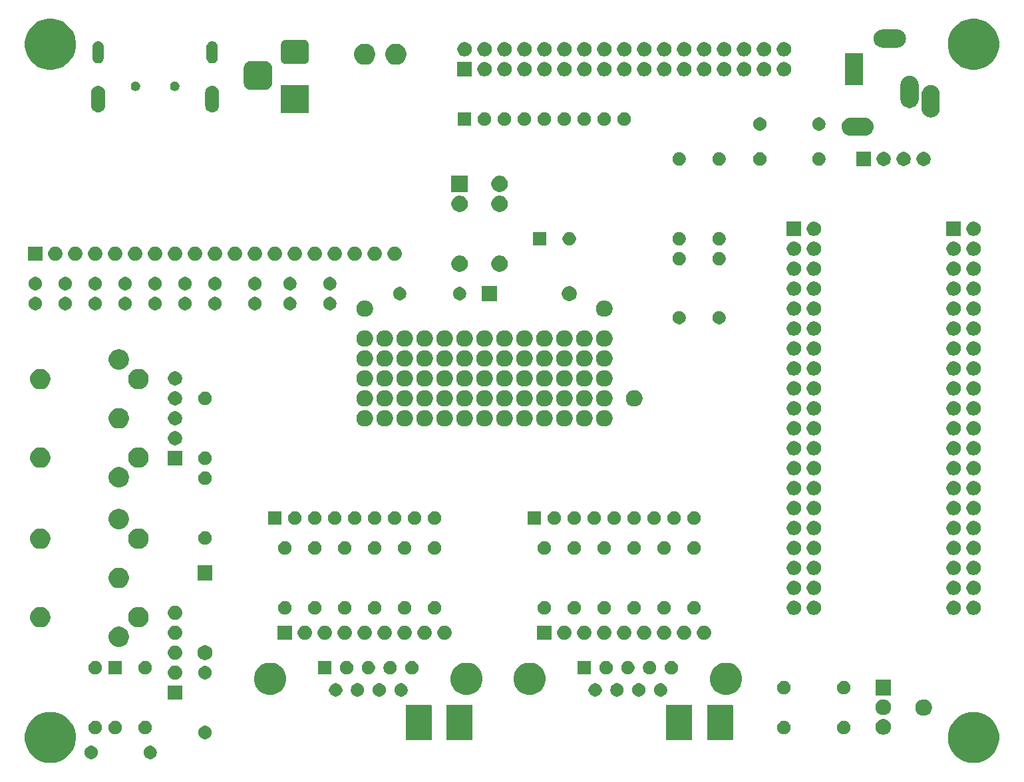
<source format=gbs>
G04 #@! TF.GenerationSoftware,KiCad,Pcbnew,(5.1.5-0-10_14)*
G04 #@! TF.CreationDate,2020-02-16T14:34:08+09:00*
G04 #@! TF.ProjectId,F68K-IO,4636384b-2d49-44f2-9e6b-696361645f70,rev?*
G04 #@! TF.SameCoordinates,Original*
G04 #@! TF.FileFunction,Soldermask,Bot*
G04 #@! TF.FilePolarity,Negative*
%FSLAX46Y46*%
G04 Gerber Fmt 4.6, Leading zero omitted, Abs format (unit mm)*
G04 Created by KiCad (PCBNEW (5.1.5-0-10_14)) date 2020-02-16 14:34:08*
%MOMM*%
%LPD*%
G04 APERTURE LIST*
%ADD10C,0.100000*%
G04 APERTURE END LIST*
D10*
G36*
X210066760Y-132678099D02*
G01*
X210498282Y-132763934D01*
X211089926Y-133009001D01*
X211516477Y-133294014D01*
X211622391Y-133364783D01*
X212075217Y-133817609D01*
X212131538Y-133901900D01*
X212430999Y-134350074D01*
X212676066Y-134941718D01*
X212676066Y-134941719D01*
X212801000Y-135569803D01*
X212801000Y-136210197D01*
X212738533Y-136524239D01*
X212676066Y-136838282D01*
X212430999Y-137429926D01*
X212243068Y-137711184D01*
X212131061Y-137878815D01*
X212075216Y-137962392D01*
X211622392Y-138415216D01*
X211089926Y-138770999D01*
X210498282Y-139016066D01*
X210184239Y-139078533D01*
X209870197Y-139141000D01*
X209229803Y-139141000D01*
X208915761Y-139078533D01*
X208601718Y-139016066D01*
X208010074Y-138770999D01*
X207477608Y-138415216D01*
X207024784Y-137962392D01*
X206968940Y-137878815D01*
X206856932Y-137711184D01*
X206669001Y-137429926D01*
X206423934Y-136838282D01*
X206361467Y-136524239D01*
X206299000Y-136210197D01*
X206299000Y-135569803D01*
X206423934Y-134941719D01*
X206423934Y-134941718D01*
X206669001Y-134350074D01*
X206968462Y-133901900D01*
X207024783Y-133817609D01*
X207477609Y-133364783D01*
X207583523Y-133294014D01*
X208010074Y-133009001D01*
X208601718Y-132763934D01*
X209033240Y-132678099D01*
X209229803Y-132639000D01*
X209870197Y-132639000D01*
X210066760Y-132678099D01*
G37*
G36*
X92591760Y-132678099D02*
G01*
X93023282Y-132763934D01*
X93614926Y-133009001D01*
X94041477Y-133294014D01*
X94147391Y-133364783D01*
X94600217Y-133817609D01*
X94656538Y-133901900D01*
X94955999Y-134350074D01*
X95201066Y-134941718D01*
X95201066Y-134941719D01*
X95326000Y-135569803D01*
X95326000Y-136210197D01*
X95263533Y-136524239D01*
X95201066Y-136838282D01*
X94955999Y-137429926D01*
X94768068Y-137711184D01*
X94656061Y-137878815D01*
X94600216Y-137962392D01*
X94147392Y-138415216D01*
X93614926Y-138770999D01*
X93023282Y-139016066D01*
X92709239Y-139078533D01*
X92395197Y-139141000D01*
X91754803Y-139141000D01*
X91440761Y-139078533D01*
X91126718Y-139016066D01*
X90535074Y-138770999D01*
X90002608Y-138415216D01*
X89549784Y-137962392D01*
X89493940Y-137878815D01*
X89381932Y-137711184D01*
X89194001Y-137429926D01*
X88948934Y-136838282D01*
X88886467Y-136524239D01*
X88824000Y-136210197D01*
X88824000Y-135569803D01*
X88948934Y-134941719D01*
X88948934Y-134941718D01*
X89194001Y-134350074D01*
X89493462Y-133901900D01*
X89549783Y-133817609D01*
X90002609Y-133364783D01*
X90108523Y-133294014D01*
X90535074Y-133009001D01*
X91126718Y-132763934D01*
X91558240Y-132678099D01*
X91754803Y-132639000D01*
X92395197Y-132639000D01*
X92591760Y-132678099D01*
G37*
G36*
X105023228Y-136976703D02*
G01*
X105178100Y-137040853D01*
X105317481Y-137133985D01*
X105436015Y-137252519D01*
X105529147Y-137391900D01*
X105593297Y-137546772D01*
X105626000Y-137711184D01*
X105626000Y-137878816D01*
X105593297Y-138043228D01*
X105529147Y-138198100D01*
X105436015Y-138337481D01*
X105317481Y-138456015D01*
X105178100Y-138549147D01*
X105023228Y-138613297D01*
X104858816Y-138646000D01*
X104691184Y-138646000D01*
X104526772Y-138613297D01*
X104371900Y-138549147D01*
X104232519Y-138456015D01*
X104113985Y-138337481D01*
X104020853Y-138198100D01*
X103956703Y-138043228D01*
X103924000Y-137878816D01*
X103924000Y-137711184D01*
X103956703Y-137546772D01*
X104020853Y-137391900D01*
X104113985Y-137252519D01*
X104232519Y-137133985D01*
X104371900Y-137040853D01*
X104526772Y-136976703D01*
X104691184Y-136944000D01*
X104858816Y-136944000D01*
X105023228Y-136976703D01*
G37*
G36*
X97523228Y-136976703D02*
G01*
X97678100Y-137040853D01*
X97817481Y-137133985D01*
X97936015Y-137252519D01*
X98029147Y-137391900D01*
X98093297Y-137546772D01*
X98126000Y-137711184D01*
X98126000Y-137878816D01*
X98093297Y-138043228D01*
X98029147Y-138198100D01*
X97936015Y-138337481D01*
X97817481Y-138456015D01*
X97678100Y-138549147D01*
X97523228Y-138613297D01*
X97358816Y-138646000D01*
X97191184Y-138646000D01*
X97026772Y-138613297D01*
X96871900Y-138549147D01*
X96732519Y-138456015D01*
X96613985Y-138337481D01*
X96520853Y-138198100D01*
X96456703Y-138043228D01*
X96424000Y-137878816D01*
X96424000Y-137711184D01*
X96456703Y-137546772D01*
X96520853Y-137391900D01*
X96613985Y-137252519D01*
X96732519Y-137133985D01*
X96871900Y-137040853D01*
X97026772Y-136976703D01*
X97191184Y-136944000D01*
X97358816Y-136944000D01*
X97523228Y-136976703D01*
G37*
G36*
X145673131Y-131712523D02*
G01*
X145701628Y-131721167D01*
X145727889Y-131735204D01*
X145750906Y-131754094D01*
X145769796Y-131777111D01*
X145783833Y-131803372D01*
X145792477Y-131831869D01*
X145796000Y-131867640D01*
X145796000Y-136102360D01*
X145792477Y-136138131D01*
X145783833Y-136166628D01*
X145769796Y-136192889D01*
X145750906Y-136215906D01*
X145727889Y-136234796D01*
X145701628Y-136248833D01*
X145673131Y-136257477D01*
X145637360Y-136261000D01*
X142652640Y-136261000D01*
X142616869Y-136257477D01*
X142588372Y-136248833D01*
X142562111Y-136234796D01*
X142539094Y-136215906D01*
X142520204Y-136192889D01*
X142506167Y-136166628D01*
X142497523Y-136138131D01*
X142494000Y-136102360D01*
X142494000Y-131867640D01*
X142497523Y-131831869D01*
X142506167Y-131803372D01*
X142520204Y-131777111D01*
X142539094Y-131754094D01*
X142562111Y-131735204D01*
X142588372Y-131721167D01*
X142616869Y-131712523D01*
X142652640Y-131709000D01*
X145637360Y-131709000D01*
X145673131Y-131712523D01*
G37*
G36*
X140473131Y-131712523D02*
G01*
X140501628Y-131721167D01*
X140527889Y-131735204D01*
X140550906Y-131754094D01*
X140569796Y-131777111D01*
X140583833Y-131803372D01*
X140592477Y-131831869D01*
X140596000Y-131867640D01*
X140596000Y-136102360D01*
X140592477Y-136138131D01*
X140583833Y-136166628D01*
X140569796Y-136192889D01*
X140550906Y-136215906D01*
X140527889Y-136234796D01*
X140501628Y-136248833D01*
X140473131Y-136257477D01*
X140437360Y-136261000D01*
X137452640Y-136261000D01*
X137416869Y-136257477D01*
X137388372Y-136248833D01*
X137362111Y-136234796D01*
X137339094Y-136215906D01*
X137320204Y-136192889D01*
X137306167Y-136166628D01*
X137297523Y-136138131D01*
X137294000Y-136102360D01*
X137294000Y-131867640D01*
X137297523Y-131831869D01*
X137306167Y-131803372D01*
X137320204Y-131777111D01*
X137339094Y-131754094D01*
X137362111Y-131735204D01*
X137388372Y-131721167D01*
X137416869Y-131712523D01*
X137452640Y-131709000D01*
X140437360Y-131709000D01*
X140473131Y-131712523D01*
G37*
G36*
X178813131Y-131712523D02*
G01*
X178841628Y-131721167D01*
X178867889Y-131735204D01*
X178890906Y-131754094D01*
X178909796Y-131777111D01*
X178923833Y-131803372D01*
X178932477Y-131831869D01*
X178936000Y-131867640D01*
X178936000Y-136102360D01*
X178932477Y-136138131D01*
X178923833Y-136166628D01*
X178909796Y-136192889D01*
X178890906Y-136215906D01*
X178867889Y-136234796D01*
X178841628Y-136248833D01*
X178813131Y-136257477D01*
X178777360Y-136261000D01*
X175792640Y-136261000D01*
X175756869Y-136257477D01*
X175728372Y-136248833D01*
X175702111Y-136234796D01*
X175679094Y-136215906D01*
X175660204Y-136192889D01*
X175646167Y-136166628D01*
X175637523Y-136138131D01*
X175634000Y-136102360D01*
X175634000Y-131867640D01*
X175637523Y-131831869D01*
X175646167Y-131803372D01*
X175660204Y-131777111D01*
X175679094Y-131754094D01*
X175702111Y-131735204D01*
X175728372Y-131721167D01*
X175756869Y-131712523D01*
X175792640Y-131709000D01*
X178777360Y-131709000D01*
X178813131Y-131712523D01*
G37*
G36*
X173613131Y-131712523D02*
G01*
X173641628Y-131721167D01*
X173667889Y-131735204D01*
X173690906Y-131754094D01*
X173709796Y-131777111D01*
X173723833Y-131803372D01*
X173732477Y-131831869D01*
X173736000Y-131867640D01*
X173736000Y-136102360D01*
X173732477Y-136138131D01*
X173723833Y-136166628D01*
X173709796Y-136192889D01*
X173690906Y-136215906D01*
X173667889Y-136234796D01*
X173641628Y-136248833D01*
X173613131Y-136257477D01*
X173577360Y-136261000D01*
X170592640Y-136261000D01*
X170556869Y-136257477D01*
X170528372Y-136248833D01*
X170502111Y-136234796D01*
X170479094Y-136215906D01*
X170460204Y-136192889D01*
X170446167Y-136166628D01*
X170437523Y-136138131D01*
X170434000Y-136102360D01*
X170434000Y-131867640D01*
X170437523Y-131831869D01*
X170446167Y-131803372D01*
X170460204Y-131777111D01*
X170479094Y-131754094D01*
X170502111Y-131735204D01*
X170528372Y-131721167D01*
X170556869Y-131712523D01*
X170592640Y-131709000D01*
X173577360Y-131709000D01*
X173613131Y-131712523D01*
G37*
G36*
X112008228Y-134436703D02*
G01*
X112163100Y-134500853D01*
X112302481Y-134593985D01*
X112421015Y-134712519D01*
X112514147Y-134851900D01*
X112578297Y-135006772D01*
X112611000Y-135171184D01*
X112611000Y-135338816D01*
X112578297Y-135503228D01*
X112514147Y-135658100D01*
X112421015Y-135797481D01*
X112302481Y-135916015D01*
X112163100Y-136009147D01*
X112008228Y-136073297D01*
X111843816Y-136106000D01*
X111676184Y-136106000D01*
X111511772Y-136073297D01*
X111356900Y-136009147D01*
X111217519Y-135916015D01*
X111098985Y-135797481D01*
X111005853Y-135658100D01*
X110941703Y-135503228D01*
X110909000Y-135338816D01*
X110909000Y-135171184D01*
X110941703Y-135006772D01*
X111005853Y-134851900D01*
X111098985Y-134712519D01*
X111217519Y-134593985D01*
X111356900Y-134500853D01*
X111511772Y-134436703D01*
X111676184Y-134404000D01*
X111843816Y-134404000D01*
X112008228Y-134436703D01*
G37*
G36*
X198348481Y-133577468D02*
G01*
X198530651Y-133652926D01*
X198694600Y-133762473D01*
X198834027Y-133901900D01*
X198943574Y-134065849D01*
X199019032Y-134248019D01*
X199057500Y-134441410D01*
X199057500Y-134638590D01*
X199019032Y-134831981D01*
X198943574Y-135014151D01*
X198834027Y-135178100D01*
X198694600Y-135317527D01*
X198530651Y-135427074D01*
X198530650Y-135427075D01*
X198530649Y-135427075D01*
X198503557Y-135438297D01*
X198348481Y-135502532D01*
X198155091Y-135541000D01*
X197957909Y-135541000D01*
X197764519Y-135502532D01*
X197609443Y-135438297D01*
X197582351Y-135427075D01*
X197582350Y-135427075D01*
X197582349Y-135427074D01*
X197418400Y-135317527D01*
X197278973Y-135178100D01*
X197169426Y-135014151D01*
X197093968Y-134831981D01*
X197055500Y-134638590D01*
X197055500Y-134441410D01*
X197093968Y-134248019D01*
X197169426Y-134065849D01*
X197278973Y-133901900D01*
X197418400Y-133762473D01*
X197582349Y-133652926D01*
X197764519Y-133577468D01*
X197957909Y-133539000D01*
X198155091Y-133539000D01*
X198348481Y-133577468D01*
G37*
G36*
X100578228Y-133801703D02*
G01*
X100733100Y-133865853D01*
X100872481Y-133958985D01*
X100991015Y-134077519D01*
X101084147Y-134216900D01*
X101148297Y-134371772D01*
X101181000Y-134536184D01*
X101181000Y-134703816D01*
X101148297Y-134868228D01*
X101084147Y-135023100D01*
X100991015Y-135162481D01*
X100872481Y-135281015D01*
X100733100Y-135374147D01*
X100578228Y-135438297D01*
X100413816Y-135471000D01*
X100246184Y-135471000D01*
X100081772Y-135438297D01*
X99926900Y-135374147D01*
X99787519Y-135281015D01*
X99668985Y-135162481D01*
X99575853Y-135023100D01*
X99511703Y-134868228D01*
X99479000Y-134703816D01*
X99479000Y-134536184D01*
X99511703Y-134371772D01*
X99575853Y-134216900D01*
X99668985Y-134077519D01*
X99787519Y-133958985D01*
X99926900Y-133865853D01*
X100081772Y-133801703D01*
X100246184Y-133769000D01*
X100413816Y-133769000D01*
X100578228Y-133801703D01*
G37*
G36*
X193288228Y-133801703D02*
G01*
X193443100Y-133865853D01*
X193582481Y-133958985D01*
X193701015Y-134077519D01*
X193794147Y-134216900D01*
X193858297Y-134371772D01*
X193891000Y-134536184D01*
X193891000Y-134703816D01*
X193858297Y-134868228D01*
X193794147Y-135023100D01*
X193701015Y-135162481D01*
X193582481Y-135281015D01*
X193443100Y-135374147D01*
X193288228Y-135438297D01*
X193123816Y-135471000D01*
X192956184Y-135471000D01*
X192791772Y-135438297D01*
X192636900Y-135374147D01*
X192497519Y-135281015D01*
X192378985Y-135162481D01*
X192285853Y-135023100D01*
X192221703Y-134868228D01*
X192189000Y-134703816D01*
X192189000Y-134536184D01*
X192221703Y-134371772D01*
X192285853Y-134216900D01*
X192378985Y-134077519D01*
X192497519Y-133958985D01*
X192636900Y-133865853D01*
X192791772Y-133801703D01*
X192956184Y-133769000D01*
X193123816Y-133769000D01*
X193288228Y-133801703D01*
G37*
G36*
X185668228Y-133801703D02*
G01*
X185823100Y-133865853D01*
X185962481Y-133958985D01*
X186081015Y-134077519D01*
X186174147Y-134216900D01*
X186238297Y-134371772D01*
X186271000Y-134536184D01*
X186271000Y-134703816D01*
X186238297Y-134868228D01*
X186174147Y-135023100D01*
X186081015Y-135162481D01*
X185962481Y-135281015D01*
X185823100Y-135374147D01*
X185668228Y-135438297D01*
X185503816Y-135471000D01*
X185336184Y-135471000D01*
X185171772Y-135438297D01*
X185016900Y-135374147D01*
X184877519Y-135281015D01*
X184758985Y-135162481D01*
X184665853Y-135023100D01*
X184601703Y-134868228D01*
X184569000Y-134703816D01*
X184569000Y-134536184D01*
X184601703Y-134371772D01*
X184665853Y-134216900D01*
X184758985Y-134077519D01*
X184877519Y-133958985D01*
X185016900Y-133865853D01*
X185171772Y-133801703D01*
X185336184Y-133769000D01*
X185503816Y-133769000D01*
X185668228Y-133801703D01*
G37*
G36*
X104388228Y-133801703D02*
G01*
X104543100Y-133865853D01*
X104682481Y-133958985D01*
X104801015Y-134077519D01*
X104894147Y-134216900D01*
X104958297Y-134371772D01*
X104991000Y-134536184D01*
X104991000Y-134703816D01*
X104958297Y-134868228D01*
X104894147Y-135023100D01*
X104801015Y-135162481D01*
X104682481Y-135281015D01*
X104543100Y-135374147D01*
X104388228Y-135438297D01*
X104223816Y-135471000D01*
X104056184Y-135471000D01*
X103891772Y-135438297D01*
X103736900Y-135374147D01*
X103597519Y-135281015D01*
X103478985Y-135162481D01*
X103385853Y-135023100D01*
X103321703Y-134868228D01*
X103289000Y-134703816D01*
X103289000Y-134536184D01*
X103321703Y-134371772D01*
X103385853Y-134216900D01*
X103478985Y-134077519D01*
X103597519Y-133958985D01*
X103736900Y-133865853D01*
X103891772Y-133801703D01*
X104056184Y-133769000D01*
X104223816Y-133769000D01*
X104388228Y-133801703D01*
G37*
G36*
X98038228Y-133801703D02*
G01*
X98193100Y-133865853D01*
X98332481Y-133958985D01*
X98451015Y-134077519D01*
X98544147Y-134216900D01*
X98608297Y-134371772D01*
X98641000Y-134536184D01*
X98641000Y-134703816D01*
X98608297Y-134868228D01*
X98544147Y-135023100D01*
X98451015Y-135162481D01*
X98332481Y-135281015D01*
X98193100Y-135374147D01*
X98038228Y-135438297D01*
X97873816Y-135471000D01*
X97706184Y-135471000D01*
X97541772Y-135438297D01*
X97386900Y-135374147D01*
X97247519Y-135281015D01*
X97128985Y-135162481D01*
X97035853Y-135023100D01*
X96971703Y-134868228D01*
X96939000Y-134703816D01*
X96939000Y-134536184D01*
X96971703Y-134371772D01*
X97035853Y-134216900D01*
X97128985Y-134077519D01*
X97247519Y-133958985D01*
X97386900Y-133865853D01*
X97541772Y-133801703D01*
X97706184Y-133769000D01*
X97873816Y-133769000D01*
X98038228Y-133801703D01*
G37*
G36*
X203506564Y-131069389D02*
G01*
X203697833Y-131148615D01*
X203697835Y-131148616D01*
X203704285Y-131152926D01*
X203869973Y-131263635D01*
X204016365Y-131410027D01*
X204131385Y-131582167D01*
X204210611Y-131773436D01*
X204251000Y-131976484D01*
X204251000Y-132183516D01*
X204210611Y-132386564D01*
X204157763Y-132514151D01*
X204131384Y-132577835D01*
X204016365Y-132749973D01*
X203869973Y-132896365D01*
X203697835Y-133011384D01*
X203697834Y-133011385D01*
X203697833Y-133011385D01*
X203506564Y-133090611D01*
X203303516Y-133131000D01*
X203096484Y-133131000D01*
X202893436Y-133090611D01*
X202702167Y-133011385D01*
X202702166Y-133011385D01*
X202702165Y-133011384D01*
X202530027Y-132896365D01*
X202383635Y-132749973D01*
X202268616Y-132577835D01*
X202242237Y-132514151D01*
X202189389Y-132386564D01*
X202149000Y-132183516D01*
X202149000Y-131976484D01*
X202189389Y-131773436D01*
X202268615Y-131582167D01*
X202383635Y-131410027D01*
X202530027Y-131263635D01*
X202695715Y-131152926D01*
X202702165Y-131148616D01*
X202702167Y-131148615D01*
X202893436Y-131069389D01*
X203096484Y-131029000D01*
X203303516Y-131029000D01*
X203506564Y-131069389D01*
G37*
G36*
X198348481Y-131077468D02*
G01*
X198477295Y-131130825D01*
X198520244Y-131148615D01*
X198530651Y-131152926D01*
X198694600Y-131262473D01*
X198834027Y-131401900D01*
X198943574Y-131565849D01*
X199019032Y-131748019D01*
X199057500Y-131941410D01*
X199057500Y-132138590D01*
X199019032Y-132331981D01*
X198943574Y-132514151D01*
X198834027Y-132678100D01*
X198694600Y-132817527D01*
X198530651Y-132927074D01*
X198348481Y-133002532D01*
X198315959Y-133009001D01*
X198155091Y-133041000D01*
X197957909Y-133041000D01*
X197797041Y-133009001D01*
X197764519Y-133002532D01*
X197582349Y-132927074D01*
X197418400Y-132817527D01*
X197278973Y-132678100D01*
X197169426Y-132514151D01*
X197093968Y-132331981D01*
X197055500Y-132138590D01*
X197055500Y-131941410D01*
X197093968Y-131748019D01*
X197169426Y-131565849D01*
X197278973Y-131401900D01*
X197418400Y-131262473D01*
X197582349Y-131152926D01*
X197592757Y-131148615D01*
X197635705Y-131130825D01*
X197764519Y-131077468D01*
X197957909Y-131039000D01*
X198155091Y-131039000D01*
X198348481Y-131077468D01*
G37*
G36*
X108851000Y-131076000D02*
G01*
X107049000Y-131076000D01*
X107049000Y-129274000D01*
X108851000Y-129274000D01*
X108851000Y-131076000D01*
G37*
G36*
X169963228Y-129021703D02*
G01*
X170118100Y-129085853D01*
X170257481Y-129178985D01*
X170376015Y-129297519D01*
X170469147Y-129436900D01*
X170533297Y-129591772D01*
X170566000Y-129756184D01*
X170566000Y-129923816D01*
X170533297Y-130088228D01*
X170469147Y-130243100D01*
X170376015Y-130382481D01*
X170257481Y-130501015D01*
X170118100Y-130594147D01*
X169963228Y-130658297D01*
X169798816Y-130691000D01*
X169631184Y-130691000D01*
X169466772Y-130658297D01*
X169311900Y-130594147D01*
X169172519Y-130501015D01*
X169053985Y-130382481D01*
X168960853Y-130243100D01*
X168896703Y-130088228D01*
X168864000Y-129923816D01*
X168864000Y-129756184D01*
X168896703Y-129591772D01*
X168960853Y-129436900D01*
X169053985Y-129297519D01*
X169172519Y-129178985D01*
X169311900Y-129085853D01*
X169466772Y-129021703D01*
X169631184Y-128989000D01*
X169798816Y-128989000D01*
X169963228Y-129021703D01*
G37*
G36*
X164423228Y-129021703D02*
G01*
X164578100Y-129085853D01*
X164717481Y-129178985D01*
X164836015Y-129297519D01*
X164929147Y-129436900D01*
X164993297Y-129591772D01*
X165026000Y-129756184D01*
X165026000Y-129923816D01*
X164993297Y-130088228D01*
X164929147Y-130243100D01*
X164836015Y-130382481D01*
X164717481Y-130501015D01*
X164578100Y-130594147D01*
X164423228Y-130658297D01*
X164258816Y-130691000D01*
X164091184Y-130691000D01*
X163926772Y-130658297D01*
X163771900Y-130594147D01*
X163632519Y-130501015D01*
X163513985Y-130382481D01*
X163420853Y-130243100D01*
X163356703Y-130088228D01*
X163324000Y-129923816D01*
X163324000Y-129756184D01*
X163356703Y-129591772D01*
X163420853Y-129436900D01*
X163513985Y-129297519D01*
X163632519Y-129178985D01*
X163771900Y-129085853D01*
X163926772Y-129021703D01*
X164091184Y-128989000D01*
X164258816Y-128989000D01*
X164423228Y-129021703D01*
G37*
G36*
X167193228Y-129021703D02*
G01*
X167348100Y-129085853D01*
X167487481Y-129178985D01*
X167606015Y-129297519D01*
X167699147Y-129436900D01*
X167763297Y-129591772D01*
X167796000Y-129756184D01*
X167796000Y-129923816D01*
X167763297Y-130088228D01*
X167699147Y-130243100D01*
X167606015Y-130382481D01*
X167487481Y-130501015D01*
X167348100Y-130594147D01*
X167193228Y-130658297D01*
X167028816Y-130691000D01*
X166861184Y-130691000D01*
X166696772Y-130658297D01*
X166541900Y-130594147D01*
X166402519Y-130501015D01*
X166283985Y-130382481D01*
X166190853Y-130243100D01*
X166126703Y-130088228D01*
X166094000Y-129923816D01*
X166094000Y-129756184D01*
X166126703Y-129591772D01*
X166190853Y-129436900D01*
X166283985Y-129297519D01*
X166402519Y-129178985D01*
X166541900Y-129085853D01*
X166696772Y-129021703D01*
X166861184Y-128989000D01*
X167028816Y-128989000D01*
X167193228Y-129021703D01*
G37*
G36*
X128633228Y-129021703D02*
G01*
X128788100Y-129085853D01*
X128927481Y-129178985D01*
X129046015Y-129297519D01*
X129139147Y-129436900D01*
X129203297Y-129591772D01*
X129236000Y-129756184D01*
X129236000Y-129923816D01*
X129203297Y-130088228D01*
X129139147Y-130243100D01*
X129046015Y-130382481D01*
X128927481Y-130501015D01*
X128788100Y-130594147D01*
X128633228Y-130658297D01*
X128468816Y-130691000D01*
X128301184Y-130691000D01*
X128136772Y-130658297D01*
X127981900Y-130594147D01*
X127842519Y-130501015D01*
X127723985Y-130382481D01*
X127630853Y-130243100D01*
X127566703Y-130088228D01*
X127534000Y-129923816D01*
X127534000Y-129756184D01*
X127566703Y-129591772D01*
X127630853Y-129436900D01*
X127723985Y-129297519D01*
X127842519Y-129178985D01*
X127981900Y-129085853D01*
X128136772Y-129021703D01*
X128301184Y-128989000D01*
X128468816Y-128989000D01*
X128633228Y-129021703D01*
G37*
G36*
X161653228Y-129021703D02*
G01*
X161808100Y-129085853D01*
X161947481Y-129178985D01*
X162066015Y-129297519D01*
X162159147Y-129436900D01*
X162223297Y-129591772D01*
X162256000Y-129756184D01*
X162256000Y-129923816D01*
X162223297Y-130088228D01*
X162159147Y-130243100D01*
X162066015Y-130382481D01*
X161947481Y-130501015D01*
X161808100Y-130594147D01*
X161653228Y-130658297D01*
X161488816Y-130691000D01*
X161321184Y-130691000D01*
X161156772Y-130658297D01*
X161001900Y-130594147D01*
X160862519Y-130501015D01*
X160743985Y-130382481D01*
X160650853Y-130243100D01*
X160586703Y-130088228D01*
X160554000Y-129923816D01*
X160554000Y-129756184D01*
X160586703Y-129591772D01*
X160650853Y-129436900D01*
X160743985Y-129297519D01*
X160862519Y-129178985D01*
X161001900Y-129085853D01*
X161156772Y-129021703D01*
X161321184Y-128989000D01*
X161488816Y-128989000D01*
X161653228Y-129021703D01*
G37*
G36*
X136943228Y-129021703D02*
G01*
X137098100Y-129085853D01*
X137237481Y-129178985D01*
X137356015Y-129297519D01*
X137449147Y-129436900D01*
X137513297Y-129591772D01*
X137546000Y-129756184D01*
X137546000Y-129923816D01*
X137513297Y-130088228D01*
X137449147Y-130243100D01*
X137356015Y-130382481D01*
X137237481Y-130501015D01*
X137098100Y-130594147D01*
X136943228Y-130658297D01*
X136778816Y-130691000D01*
X136611184Y-130691000D01*
X136446772Y-130658297D01*
X136291900Y-130594147D01*
X136152519Y-130501015D01*
X136033985Y-130382481D01*
X135940853Y-130243100D01*
X135876703Y-130088228D01*
X135844000Y-129923816D01*
X135844000Y-129756184D01*
X135876703Y-129591772D01*
X135940853Y-129436900D01*
X136033985Y-129297519D01*
X136152519Y-129178985D01*
X136291900Y-129085853D01*
X136446772Y-129021703D01*
X136611184Y-128989000D01*
X136778816Y-128989000D01*
X136943228Y-129021703D01*
G37*
G36*
X134173228Y-129021703D02*
G01*
X134328100Y-129085853D01*
X134467481Y-129178985D01*
X134586015Y-129297519D01*
X134679147Y-129436900D01*
X134743297Y-129591772D01*
X134776000Y-129756184D01*
X134776000Y-129923816D01*
X134743297Y-130088228D01*
X134679147Y-130243100D01*
X134586015Y-130382481D01*
X134467481Y-130501015D01*
X134328100Y-130594147D01*
X134173228Y-130658297D01*
X134008816Y-130691000D01*
X133841184Y-130691000D01*
X133676772Y-130658297D01*
X133521900Y-130594147D01*
X133382519Y-130501015D01*
X133263985Y-130382481D01*
X133170853Y-130243100D01*
X133106703Y-130088228D01*
X133074000Y-129923816D01*
X133074000Y-129756184D01*
X133106703Y-129591772D01*
X133170853Y-129436900D01*
X133263985Y-129297519D01*
X133382519Y-129178985D01*
X133521900Y-129085853D01*
X133676772Y-129021703D01*
X133841184Y-128989000D01*
X134008816Y-128989000D01*
X134173228Y-129021703D01*
G37*
G36*
X131403228Y-129021703D02*
G01*
X131558100Y-129085853D01*
X131697481Y-129178985D01*
X131816015Y-129297519D01*
X131909147Y-129436900D01*
X131973297Y-129591772D01*
X132006000Y-129756184D01*
X132006000Y-129923816D01*
X131973297Y-130088228D01*
X131909147Y-130243100D01*
X131816015Y-130382481D01*
X131697481Y-130501015D01*
X131558100Y-130594147D01*
X131403228Y-130658297D01*
X131238816Y-130691000D01*
X131071184Y-130691000D01*
X130906772Y-130658297D01*
X130751900Y-130594147D01*
X130612519Y-130501015D01*
X130493985Y-130382481D01*
X130400853Y-130243100D01*
X130336703Y-130088228D01*
X130304000Y-129923816D01*
X130304000Y-129756184D01*
X130336703Y-129591772D01*
X130400853Y-129436900D01*
X130493985Y-129297519D01*
X130612519Y-129178985D01*
X130751900Y-129085853D01*
X130906772Y-129021703D01*
X131071184Y-128989000D01*
X131238816Y-128989000D01*
X131403228Y-129021703D01*
G37*
G36*
X199057500Y-130541000D02*
G01*
X197055500Y-130541000D01*
X197055500Y-128539000D01*
X199057500Y-128539000D01*
X199057500Y-130541000D01*
G37*
G36*
X153658254Y-126447818D02*
G01*
X154018170Y-126596900D01*
X154031513Y-126602427D01*
X154367436Y-126826884D01*
X154653116Y-127112564D01*
X154836336Y-127386771D01*
X154877574Y-127448489D01*
X155032182Y-127821746D01*
X155111000Y-128217993D01*
X155111000Y-128622007D01*
X155032182Y-129018254D01*
X154916506Y-129297520D01*
X154877573Y-129391513D01*
X154653116Y-129727436D01*
X154367436Y-130013116D01*
X154031513Y-130237573D01*
X154031512Y-130237574D01*
X154031511Y-130237574D01*
X153658254Y-130392182D01*
X153262007Y-130471000D01*
X152857993Y-130471000D01*
X152461746Y-130392182D01*
X152088489Y-130237574D01*
X152088488Y-130237574D01*
X152088487Y-130237573D01*
X151752564Y-130013116D01*
X151466884Y-129727436D01*
X151242427Y-129391513D01*
X151203494Y-129297520D01*
X151087818Y-129018254D01*
X151009000Y-128622007D01*
X151009000Y-128217993D01*
X151087818Y-127821746D01*
X151242426Y-127448489D01*
X151283665Y-127386771D01*
X151466884Y-127112564D01*
X151752564Y-126826884D01*
X152088487Y-126602427D01*
X152101830Y-126596900D01*
X152461746Y-126447818D01*
X152857993Y-126369000D01*
X153262007Y-126369000D01*
X153658254Y-126447818D01*
G37*
G36*
X145638254Y-126447818D02*
G01*
X145998170Y-126596900D01*
X146011513Y-126602427D01*
X146347436Y-126826884D01*
X146633116Y-127112564D01*
X146816336Y-127386771D01*
X146857574Y-127448489D01*
X147012182Y-127821746D01*
X147091000Y-128217993D01*
X147091000Y-128622007D01*
X147012182Y-129018254D01*
X146896506Y-129297520D01*
X146857573Y-129391513D01*
X146633116Y-129727436D01*
X146347436Y-130013116D01*
X146011513Y-130237573D01*
X146011512Y-130237574D01*
X146011511Y-130237574D01*
X145638254Y-130392182D01*
X145242007Y-130471000D01*
X144837993Y-130471000D01*
X144441746Y-130392182D01*
X144068489Y-130237574D01*
X144068488Y-130237574D01*
X144068487Y-130237573D01*
X143732564Y-130013116D01*
X143446884Y-129727436D01*
X143222427Y-129391513D01*
X143183494Y-129297520D01*
X143067818Y-129018254D01*
X142989000Y-128622007D01*
X142989000Y-128217993D01*
X143067818Y-127821746D01*
X143222426Y-127448489D01*
X143263665Y-127386771D01*
X143446884Y-127112564D01*
X143732564Y-126826884D01*
X144068487Y-126602427D01*
X144081830Y-126596900D01*
X144441746Y-126447818D01*
X144837993Y-126369000D01*
X145242007Y-126369000D01*
X145638254Y-126447818D01*
G37*
G36*
X178658254Y-126447818D02*
G01*
X179018170Y-126596900D01*
X179031513Y-126602427D01*
X179367436Y-126826884D01*
X179653116Y-127112564D01*
X179836336Y-127386771D01*
X179877574Y-127448489D01*
X180032182Y-127821746D01*
X180111000Y-128217993D01*
X180111000Y-128622007D01*
X180032182Y-129018254D01*
X179916506Y-129297520D01*
X179877573Y-129391513D01*
X179653116Y-129727436D01*
X179367436Y-130013116D01*
X179031513Y-130237573D01*
X179031512Y-130237574D01*
X179031511Y-130237574D01*
X178658254Y-130392182D01*
X178262007Y-130471000D01*
X177857993Y-130471000D01*
X177461746Y-130392182D01*
X177088489Y-130237574D01*
X177088488Y-130237574D01*
X177088487Y-130237573D01*
X176752564Y-130013116D01*
X176466884Y-129727436D01*
X176242427Y-129391513D01*
X176203494Y-129297520D01*
X176087818Y-129018254D01*
X176009000Y-128622007D01*
X176009000Y-128217993D01*
X176087818Y-127821746D01*
X176242426Y-127448489D01*
X176283665Y-127386771D01*
X176466884Y-127112564D01*
X176752564Y-126826884D01*
X177088487Y-126602427D01*
X177101830Y-126596900D01*
X177461746Y-126447818D01*
X177857993Y-126369000D01*
X178262007Y-126369000D01*
X178658254Y-126447818D01*
G37*
G36*
X120638254Y-126447818D02*
G01*
X120998170Y-126596900D01*
X121011513Y-126602427D01*
X121347436Y-126826884D01*
X121633116Y-127112564D01*
X121816336Y-127386771D01*
X121857574Y-127448489D01*
X122012182Y-127821746D01*
X122091000Y-128217993D01*
X122091000Y-128622007D01*
X122012182Y-129018254D01*
X121896506Y-129297520D01*
X121857573Y-129391513D01*
X121633116Y-129727436D01*
X121347436Y-130013116D01*
X121011513Y-130237573D01*
X121011512Y-130237574D01*
X121011511Y-130237574D01*
X120638254Y-130392182D01*
X120242007Y-130471000D01*
X119837993Y-130471000D01*
X119441746Y-130392182D01*
X119068489Y-130237574D01*
X119068488Y-130237574D01*
X119068487Y-130237573D01*
X118732564Y-130013116D01*
X118446884Y-129727436D01*
X118222427Y-129391513D01*
X118183494Y-129297520D01*
X118067818Y-129018254D01*
X117989000Y-128622007D01*
X117989000Y-128217993D01*
X118067818Y-127821746D01*
X118222426Y-127448489D01*
X118263665Y-127386771D01*
X118446884Y-127112564D01*
X118732564Y-126826884D01*
X119068487Y-126602427D01*
X119081830Y-126596900D01*
X119441746Y-126447818D01*
X119837993Y-126369000D01*
X120242007Y-126369000D01*
X120638254Y-126447818D01*
G37*
G36*
X193288228Y-128721703D02*
G01*
X193443100Y-128785853D01*
X193582481Y-128878985D01*
X193701015Y-128997519D01*
X193794147Y-129136900D01*
X193858297Y-129291772D01*
X193891000Y-129456184D01*
X193891000Y-129623816D01*
X193858297Y-129788228D01*
X193794147Y-129943100D01*
X193701015Y-130082481D01*
X193582481Y-130201015D01*
X193443100Y-130294147D01*
X193288228Y-130358297D01*
X193123816Y-130391000D01*
X192956184Y-130391000D01*
X192791772Y-130358297D01*
X192636900Y-130294147D01*
X192497519Y-130201015D01*
X192378985Y-130082481D01*
X192285853Y-129943100D01*
X192221703Y-129788228D01*
X192189000Y-129623816D01*
X192189000Y-129456184D01*
X192221703Y-129291772D01*
X192285853Y-129136900D01*
X192378985Y-128997519D01*
X192497519Y-128878985D01*
X192636900Y-128785853D01*
X192791772Y-128721703D01*
X192956184Y-128689000D01*
X193123816Y-128689000D01*
X193288228Y-128721703D01*
G37*
G36*
X185668228Y-128721703D02*
G01*
X185823100Y-128785853D01*
X185962481Y-128878985D01*
X186081015Y-128997519D01*
X186174147Y-129136900D01*
X186238297Y-129291772D01*
X186271000Y-129456184D01*
X186271000Y-129623816D01*
X186238297Y-129788228D01*
X186174147Y-129943100D01*
X186081015Y-130082481D01*
X185962481Y-130201015D01*
X185823100Y-130294147D01*
X185668228Y-130358297D01*
X185503816Y-130391000D01*
X185336184Y-130391000D01*
X185171772Y-130358297D01*
X185016900Y-130294147D01*
X184877519Y-130201015D01*
X184758985Y-130082481D01*
X184665853Y-129943100D01*
X184601703Y-129788228D01*
X184569000Y-129623816D01*
X184569000Y-129456184D01*
X184601703Y-129291772D01*
X184665853Y-129136900D01*
X184758985Y-128997519D01*
X184877519Y-128878985D01*
X185016900Y-128785853D01*
X185171772Y-128721703D01*
X185336184Y-128689000D01*
X185503816Y-128689000D01*
X185668228Y-128721703D01*
G37*
G36*
X108063512Y-126738927D02*
G01*
X108212812Y-126768624D01*
X108376784Y-126836544D01*
X108524354Y-126935147D01*
X108649853Y-127060646D01*
X108748456Y-127208216D01*
X108816376Y-127372188D01*
X108851000Y-127546259D01*
X108851000Y-127723741D01*
X108816376Y-127897812D01*
X108748456Y-128061784D01*
X108649853Y-128209354D01*
X108524354Y-128334853D01*
X108376784Y-128433456D01*
X108212812Y-128501376D01*
X108063512Y-128531073D01*
X108038742Y-128536000D01*
X107861258Y-128536000D01*
X107836488Y-128531073D01*
X107687188Y-128501376D01*
X107523216Y-128433456D01*
X107375646Y-128334853D01*
X107250147Y-128209354D01*
X107151544Y-128061784D01*
X107083624Y-127897812D01*
X107049000Y-127723741D01*
X107049000Y-127546259D01*
X107083624Y-127372188D01*
X107151544Y-127208216D01*
X107250147Y-127060646D01*
X107375646Y-126935147D01*
X107523216Y-126836544D01*
X107687188Y-126768624D01*
X107836488Y-126738927D01*
X107861258Y-126734000D01*
X108038742Y-126734000D01*
X108063512Y-126738927D01*
G37*
G36*
X112008228Y-126816703D02*
G01*
X112163100Y-126880853D01*
X112302481Y-126973985D01*
X112421015Y-127092519D01*
X112514147Y-127231900D01*
X112578297Y-127386772D01*
X112611000Y-127551184D01*
X112611000Y-127718816D01*
X112578297Y-127883228D01*
X112514147Y-128038100D01*
X112421015Y-128177481D01*
X112302481Y-128296015D01*
X112163100Y-128389147D01*
X112008228Y-128453297D01*
X111843816Y-128486000D01*
X111676184Y-128486000D01*
X111511772Y-128453297D01*
X111356900Y-128389147D01*
X111217519Y-128296015D01*
X111098985Y-128177481D01*
X111005853Y-128038100D01*
X110941703Y-127883228D01*
X110909000Y-127718816D01*
X110909000Y-127551184D01*
X110941703Y-127386772D01*
X111005853Y-127231900D01*
X111098985Y-127092519D01*
X111217519Y-126973985D01*
X111356900Y-126880853D01*
X111511772Y-126816703D01*
X111676184Y-126784000D01*
X111843816Y-126784000D01*
X112008228Y-126816703D01*
G37*
G36*
X160871000Y-127851000D02*
G01*
X159169000Y-127851000D01*
X159169000Y-126149000D01*
X160871000Y-126149000D01*
X160871000Y-127851000D01*
G37*
G36*
X98038228Y-126181703D02*
G01*
X98193100Y-126245853D01*
X98332481Y-126338985D01*
X98451015Y-126457519D01*
X98544147Y-126596900D01*
X98608297Y-126751772D01*
X98641000Y-126916184D01*
X98641000Y-127083816D01*
X98608297Y-127248228D01*
X98544147Y-127403100D01*
X98451015Y-127542481D01*
X98332481Y-127661015D01*
X98193100Y-127754147D01*
X98038228Y-127818297D01*
X97873816Y-127851000D01*
X97706184Y-127851000D01*
X97541772Y-127818297D01*
X97386900Y-127754147D01*
X97247519Y-127661015D01*
X97128985Y-127542481D01*
X97035853Y-127403100D01*
X96971703Y-127248228D01*
X96939000Y-127083816D01*
X96939000Y-126916184D01*
X96971703Y-126751772D01*
X97035853Y-126596900D01*
X97128985Y-126457519D01*
X97247519Y-126338985D01*
X97386900Y-126245853D01*
X97541772Y-126181703D01*
X97706184Y-126149000D01*
X97873816Y-126149000D01*
X98038228Y-126181703D01*
G37*
G36*
X171348228Y-126181703D02*
G01*
X171503100Y-126245853D01*
X171642481Y-126338985D01*
X171761015Y-126457519D01*
X171854147Y-126596900D01*
X171918297Y-126751772D01*
X171951000Y-126916184D01*
X171951000Y-127083816D01*
X171918297Y-127248228D01*
X171854147Y-127403100D01*
X171761015Y-127542481D01*
X171642481Y-127661015D01*
X171503100Y-127754147D01*
X171348228Y-127818297D01*
X171183816Y-127851000D01*
X171016184Y-127851000D01*
X170851772Y-127818297D01*
X170696900Y-127754147D01*
X170557519Y-127661015D01*
X170438985Y-127542481D01*
X170345853Y-127403100D01*
X170281703Y-127248228D01*
X170249000Y-127083816D01*
X170249000Y-126916184D01*
X170281703Y-126751772D01*
X170345853Y-126596900D01*
X170438985Y-126457519D01*
X170557519Y-126338985D01*
X170696900Y-126245853D01*
X170851772Y-126181703D01*
X171016184Y-126149000D01*
X171183816Y-126149000D01*
X171348228Y-126181703D01*
G37*
G36*
X168578228Y-126181703D02*
G01*
X168733100Y-126245853D01*
X168872481Y-126338985D01*
X168991015Y-126457519D01*
X169084147Y-126596900D01*
X169148297Y-126751772D01*
X169181000Y-126916184D01*
X169181000Y-127083816D01*
X169148297Y-127248228D01*
X169084147Y-127403100D01*
X168991015Y-127542481D01*
X168872481Y-127661015D01*
X168733100Y-127754147D01*
X168578228Y-127818297D01*
X168413816Y-127851000D01*
X168246184Y-127851000D01*
X168081772Y-127818297D01*
X167926900Y-127754147D01*
X167787519Y-127661015D01*
X167668985Y-127542481D01*
X167575853Y-127403100D01*
X167511703Y-127248228D01*
X167479000Y-127083816D01*
X167479000Y-126916184D01*
X167511703Y-126751772D01*
X167575853Y-126596900D01*
X167668985Y-126457519D01*
X167787519Y-126338985D01*
X167926900Y-126245853D01*
X168081772Y-126181703D01*
X168246184Y-126149000D01*
X168413816Y-126149000D01*
X168578228Y-126181703D01*
G37*
G36*
X101181000Y-127851000D02*
G01*
X99479000Y-127851000D01*
X99479000Y-126149000D01*
X101181000Y-126149000D01*
X101181000Y-127851000D01*
G37*
G36*
X104388228Y-126181703D02*
G01*
X104543100Y-126245853D01*
X104682481Y-126338985D01*
X104801015Y-126457519D01*
X104894147Y-126596900D01*
X104958297Y-126751772D01*
X104991000Y-126916184D01*
X104991000Y-127083816D01*
X104958297Y-127248228D01*
X104894147Y-127403100D01*
X104801015Y-127542481D01*
X104682481Y-127661015D01*
X104543100Y-127754147D01*
X104388228Y-127818297D01*
X104223816Y-127851000D01*
X104056184Y-127851000D01*
X103891772Y-127818297D01*
X103736900Y-127754147D01*
X103597519Y-127661015D01*
X103478985Y-127542481D01*
X103385853Y-127403100D01*
X103321703Y-127248228D01*
X103289000Y-127083816D01*
X103289000Y-126916184D01*
X103321703Y-126751772D01*
X103385853Y-126596900D01*
X103478985Y-126457519D01*
X103597519Y-126338985D01*
X103736900Y-126245853D01*
X103891772Y-126181703D01*
X104056184Y-126149000D01*
X104223816Y-126149000D01*
X104388228Y-126181703D01*
G37*
G36*
X165808228Y-126181703D02*
G01*
X165963100Y-126245853D01*
X166102481Y-126338985D01*
X166221015Y-126457519D01*
X166314147Y-126596900D01*
X166378297Y-126751772D01*
X166411000Y-126916184D01*
X166411000Y-127083816D01*
X166378297Y-127248228D01*
X166314147Y-127403100D01*
X166221015Y-127542481D01*
X166102481Y-127661015D01*
X165963100Y-127754147D01*
X165808228Y-127818297D01*
X165643816Y-127851000D01*
X165476184Y-127851000D01*
X165311772Y-127818297D01*
X165156900Y-127754147D01*
X165017519Y-127661015D01*
X164898985Y-127542481D01*
X164805853Y-127403100D01*
X164741703Y-127248228D01*
X164709000Y-127083816D01*
X164709000Y-126916184D01*
X164741703Y-126751772D01*
X164805853Y-126596900D01*
X164898985Y-126457519D01*
X165017519Y-126338985D01*
X165156900Y-126245853D01*
X165311772Y-126181703D01*
X165476184Y-126149000D01*
X165643816Y-126149000D01*
X165808228Y-126181703D01*
G37*
G36*
X163038228Y-126181703D02*
G01*
X163193100Y-126245853D01*
X163332481Y-126338985D01*
X163451015Y-126457519D01*
X163544147Y-126596900D01*
X163608297Y-126751772D01*
X163641000Y-126916184D01*
X163641000Y-127083816D01*
X163608297Y-127248228D01*
X163544147Y-127403100D01*
X163451015Y-127542481D01*
X163332481Y-127661015D01*
X163193100Y-127754147D01*
X163038228Y-127818297D01*
X162873816Y-127851000D01*
X162706184Y-127851000D01*
X162541772Y-127818297D01*
X162386900Y-127754147D01*
X162247519Y-127661015D01*
X162128985Y-127542481D01*
X162035853Y-127403100D01*
X161971703Y-127248228D01*
X161939000Y-127083816D01*
X161939000Y-126916184D01*
X161971703Y-126751772D01*
X162035853Y-126596900D01*
X162128985Y-126457519D01*
X162247519Y-126338985D01*
X162386900Y-126245853D01*
X162541772Y-126181703D01*
X162706184Y-126149000D01*
X162873816Y-126149000D01*
X163038228Y-126181703D01*
G37*
G36*
X127851000Y-127851000D02*
G01*
X126149000Y-127851000D01*
X126149000Y-126149000D01*
X127851000Y-126149000D01*
X127851000Y-127851000D01*
G37*
G36*
X138328228Y-126181703D02*
G01*
X138483100Y-126245853D01*
X138622481Y-126338985D01*
X138741015Y-126457519D01*
X138834147Y-126596900D01*
X138898297Y-126751772D01*
X138931000Y-126916184D01*
X138931000Y-127083816D01*
X138898297Y-127248228D01*
X138834147Y-127403100D01*
X138741015Y-127542481D01*
X138622481Y-127661015D01*
X138483100Y-127754147D01*
X138328228Y-127818297D01*
X138163816Y-127851000D01*
X137996184Y-127851000D01*
X137831772Y-127818297D01*
X137676900Y-127754147D01*
X137537519Y-127661015D01*
X137418985Y-127542481D01*
X137325853Y-127403100D01*
X137261703Y-127248228D01*
X137229000Y-127083816D01*
X137229000Y-126916184D01*
X137261703Y-126751772D01*
X137325853Y-126596900D01*
X137418985Y-126457519D01*
X137537519Y-126338985D01*
X137676900Y-126245853D01*
X137831772Y-126181703D01*
X137996184Y-126149000D01*
X138163816Y-126149000D01*
X138328228Y-126181703D01*
G37*
G36*
X132788228Y-126181703D02*
G01*
X132943100Y-126245853D01*
X133082481Y-126338985D01*
X133201015Y-126457519D01*
X133294147Y-126596900D01*
X133358297Y-126751772D01*
X133391000Y-126916184D01*
X133391000Y-127083816D01*
X133358297Y-127248228D01*
X133294147Y-127403100D01*
X133201015Y-127542481D01*
X133082481Y-127661015D01*
X132943100Y-127754147D01*
X132788228Y-127818297D01*
X132623816Y-127851000D01*
X132456184Y-127851000D01*
X132291772Y-127818297D01*
X132136900Y-127754147D01*
X131997519Y-127661015D01*
X131878985Y-127542481D01*
X131785853Y-127403100D01*
X131721703Y-127248228D01*
X131689000Y-127083816D01*
X131689000Y-126916184D01*
X131721703Y-126751772D01*
X131785853Y-126596900D01*
X131878985Y-126457519D01*
X131997519Y-126338985D01*
X132136900Y-126245853D01*
X132291772Y-126181703D01*
X132456184Y-126149000D01*
X132623816Y-126149000D01*
X132788228Y-126181703D01*
G37*
G36*
X130018228Y-126181703D02*
G01*
X130173100Y-126245853D01*
X130312481Y-126338985D01*
X130431015Y-126457519D01*
X130524147Y-126596900D01*
X130588297Y-126751772D01*
X130621000Y-126916184D01*
X130621000Y-127083816D01*
X130588297Y-127248228D01*
X130524147Y-127403100D01*
X130431015Y-127542481D01*
X130312481Y-127661015D01*
X130173100Y-127754147D01*
X130018228Y-127818297D01*
X129853816Y-127851000D01*
X129686184Y-127851000D01*
X129521772Y-127818297D01*
X129366900Y-127754147D01*
X129227519Y-127661015D01*
X129108985Y-127542481D01*
X129015853Y-127403100D01*
X128951703Y-127248228D01*
X128919000Y-127083816D01*
X128919000Y-126916184D01*
X128951703Y-126751772D01*
X129015853Y-126596900D01*
X129108985Y-126457519D01*
X129227519Y-126338985D01*
X129366900Y-126245853D01*
X129521772Y-126181703D01*
X129686184Y-126149000D01*
X129853816Y-126149000D01*
X130018228Y-126181703D01*
G37*
G36*
X135558228Y-126181703D02*
G01*
X135713100Y-126245853D01*
X135852481Y-126338985D01*
X135971015Y-126457519D01*
X136064147Y-126596900D01*
X136128297Y-126751772D01*
X136161000Y-126916184D01*
X136161000Y-127083816D01*
X136128297Y-127248228D01*
X136064147Y-127403100D01*
X135971015Y-127542481D01*
X135852481Y-127661015D01*
X135713100Y-127754147D01*
X135558228Y-127818297D01*
X135393816Y-127851000D01*
X135226184Y-127851000D01*
X135061772Y-127818297D01*
X134906900Y-127754147D01*
X134767519Y-127661015D01*
X134648985Y-127542481D01*
X134555853Y-127403100D01*
X134491703Y-127248228D01*
X134459000Y-127083816D01*
X134459000Y-126916184D01*
X134491703Y-126751772D01*
X134555853Y-126596900D01*
X134648985Y-126457519D01*
X134767519Y-126338985D01*
X134906900Y-126245853D01*
X135061772Y-126181703D01*
X135226184Y-126149000D01*
X135393816Y-126149000D01*
X135558228Y-126181703D01*
G37*
G36*
X112037395Y-124180546D02*
G01*
X112210466Y-124252234D01*
X112210467Y-124252235D01*
X112366227Y-124356310D01*
X112498690Y-124488773D01*
X112498691Y-124488775D01*
X112602766Y-124644534D01*
X112674454Y-124817605D01*
X112711000Y-125001333D01*
X112711000Y-125188667D01*
X112674454Y-125372395D01*
X112602766Y-125545466D01*
X112602765Y-125545467D01*
X112498690Y-125701227D01*
X112366227Y-125833690D01*
X112287818Y-125886081D01*
X112210466Y-125937766D01*
X112037395Y-126009454D01*
X111853667Y-126046000D01*
X111666333Y-126046000D01*
X111482605Y-126009454D01*
X111309534Y-125937766D01*
X111232182Y-125886081D01*
X111153773Y-125833690D01*
X111021310Y-125701227D01*
X110917235Y-125545467D01*
X110917234Y-125545466D01*
X110845546Y-125372395D01*
X110809000Y-125188667D01*
X110809000Y-125001333D01*
X110845546Y-124817605D01*
X110917234Y-124644534D01*
X111021309Y-124488775D01*
X111021310Y-124488773D01*
X111153773Y-124356310D01*
X111309533Y-124252235D01*
X111309534Y-124252234D01*
X111482605Y-124180546D01*
X111666333Y-124144000D01*
X111853667Y-124144000D01*
X112037395Y-124180546D01*
G37*
G36*
X108063512Y-124198927D02*
G01*
X108212812Y-124228624D01*
X108376784Y-124296544D01*
X108524354Y-124395147D01*
X108649853Y-124520646D01*
X108748456Y-124668216D01*
X108816376Y-124832188D01*
X108851000Y-125006259D01*
X108851000Y-125183741D01*
X108816376Y-125357812D01*
X108748456Y-125521784D01*
X108649853Y-125669354D01*
X108524354Y-125794853D01*
X108376784Y-125893456D01*
X108212812Y-125961376D01*
X108063512Y-125991073D01*
X108038742Y-125996000D01*
X107861258Y-125996000D01*
X107836488Y-125991073D01*
X107687188Y-125961376D01*
X107523216Y-125893456D01*
X107375646Y-125794853D01*
X107250147Y-125669354D01*
X107151544Y-125521784D01*
X107083624Y-125357812D01*
X107049000Y-125183741D01*
X107049000Y-125006259D01*
X107083624Y-124832188D01*
X107151544Y-124668216D01*
X107250147Y-124520646D01*
X107375646Y-124395147D01*
X107523216Y-124296544D01*
X107687188Y-124228624D01*
X107836488Y-124198927D01*
X107861258Y-124194000D01*
X108038742Y-124194000D01*
X108063512Y-124198927D01*
G37*
G36*
X101169487Y-121818996D02*
G01*
X101406253Y-121917068D01*
X101406255Y-121917069D01*
X101501405Y-121980646D01*
X101619339Y-122059447D01*
X101800553Y-122240661D01*
X101942932Y-122453747D01*
X102041004Y-122690513D01*
X102091000Y-122941861D01*
X102091000Y-123198139D01*
X102041004Y-123449487D01*
X102038306Y-123456000D01*
X101942931Y-123686255D01*
X101800553Y-123899339D01*
X101619339Y-124080553D01*
X101406255Y-124222931D01*
X101406254Y-124222932D01*
X101406253Y-124222932D01*
X101169487Y-124321004D01*
X100918139Y-124371000D01*
X100661861Y-124371000D01*
X100410513Y-124321004D01*
X100173747Y-124222932D01*
X100173746Y-124222932D01*
X100173745Y-124222931D01*
X99960661Y-124080553D01*
X99779447Y-123899339D01*
X99637069Y-123686255D01*
X99541694Y-123456000D01*
X99538996Y-123449487D01*
X99489000Y-123198139D01*
X99489000Y-122941861D01*
X99538996Y-122690513D01*
X99637068Y-122453747D01*
X99779447Y-122240661D01*
X99960661Y-122059447D01*
X100078595Y-121980646D01*
X100173745Y-121917069D01*
X100173747Y-121917068D01*
X100410513Y-121818996D01*
X100661861Y-121769000D01*
X100918139Y-121769000D01*
X101169487Y-121818996D01*
G37*
G36*
X175373512Y-121658927D02*
G01*
X175522812Y-121688624D01*
X175686784Y-121756544D01*
X175834354Y-121855147D01*
X175959853Y-121980646D01*
X176058456Y-122128216D01*
X176126376Y-122292188D01*
X176161000Y-122466259D01*
X176161000Y-122643741D01*
X176126376Y-122817812D01*
X176058456Y-122981784D01*
X175959853Y-123129354D01*
X175834354Y-123254853D01*
X175686784Y-123353456D01*
X175522812Y-123421376D01*
X175381485Y-123449487D01*
X175348742Y-123456000D01*
X175171258Y-123456000D01*
X175138515Y-123449487D01*
X174997188Y-123421376D01*
X174833216Y-123353456D01*
X174685646Y-123254853D01*
X174560147Y-123129354D01*
X174461544Y-122981784D01*
X174393624Y-122817812D01*
X174359000Y-122643741D01*
X174359000Y-122466259D01*
X174393624Y-122292188D01*
X174461544Y-122128216D01*
X174560147Y-121980646D01*
X174685646Y-121855147D01*
X174833216Y-121756544D01*
X174997188Y-121688624D01*
X175146488Y-121658927D01*
X175171258Y-121654000D01*
X175348742Y-121654000D01*
X175373512Y-121658927D01*
G37*
G36*
X172833512Y-121658927D02*
G01*
X172982812Y-121688624D01*
X173146784Y-121756544D01*
X173294354Y-121855147D01*
X173419853Y-121980646D01*
X173518456Y-122128216D01*
X173586376Y-122292188D01*
X173621000Y-122466259D01*
X173621000Y-122643741D01*
X173586376Y-122817812D01*
X173518456Y-122981784D01*
X173419853Y-123129354D01*
X173294354Y-123254853D01*
X173146784Y-123353456D01*
X172982812Y-123421376D01*
X172841485Y-123449487D01*
X172808742Y-123456000D01*
X172631258Y-123456000D01*
X172598515Y-123449487D01*
X172457188Y-123421376D01*
X172293216Y-123353456D01*
X172145646Y-123254853D01*
X172020147Y-123129354D01*
X171921544Y-122981784D01*
X171853624Y-122817812D01*
X171819000Y-122643741D01*
X171819000Y-122466259D01*
X171853624Y-122292188D01*
X171921544Y-122128216D01*
X172020147Y-121980646D01*
X172145646Y-121855147D01*
X172293216Y-121756544D01*
X172457188Y-121688624D01*
X172606488Y-121658927D01*
X172631258Y-121654000D01*
X172808742Y-121654000D01*
X172833512Y-121658927D01*
G37*
G36*
X165213512Y-121658927D02*
G01*
X165362812Y-121688624D01*
X165526784Y-121756544D01*
X165674354Y-121855147D01*
X165799853Y-121980646D01*
X165898456Y-122128216D01*
X165966376Y-122292188D01*
X166001000Y-122466259D01*
X166001000Y-122643741D01*
X165966376Y-122817812D01*
X165898456Y-122981784D01*
X165799853Y-123129354D01*
X165674354Y-123254853D01*
X165526784Y-123353456D01*
X165362812Y-123421376D01*
X165221485Y-123449487D01*
X165188742Y-123456000D01*
X165011258Y-123456000D01*
X164978515Y-123449487D01*
X164837188Y-123421376D01*
X164673216Y-123353456D01*
X164525646Y-123254853D01*
X164400147Y-123129354D01*
X164301544Y-122981784D01*
X164233624Y-122817812D01*
X164199000Y-122643741D01*
X164199000Y-122466259D01*
X164233624Y-122292188D01*
X164301544Y-122128216D01*
X164400147Y-121980646D01*
X164525646Y-121855147D01*
X164673216Y-121756544D01*
X164837188Y-121688624D01*
X164986488Y-121658927D01*
X165011258Y-121654000D01*
X165188742Y-121654000D01*
X165213512Y-121658927D01*
G37*
G36*
X170293512Y-121658927D02*
G01*
X170442812Y-121688624D01*
X170606784Y-121756544D01*
X170754354Y-121855147D01*
X170879853Y-121980646D01*
X170978456Y-122128216D01*
X171046376Y-122292188D01*
X171081000Y-122466259D01*
X171081000Y-122643741D01*
X171046376Y-122817812D01*
X170978456Y-122981784D01*
X170879853Y-123129354D01*
X170754354Y-123254853D01*
X170606784Y-123353456D01*
X170442812Y-123421376D01*
X170301485Y-123449487D01*
X170268742Y-123456000D01*
X170091258Y-123456000D01*
X170058515Y-123449487D01*
X169917188Y-123421376D01*
X169753216Y-123353456D01*
X169605646Y-123254853D01*
X169480147Y-123129354D01*
X169381544Y-122981784D01*
X169313624Y-122817812D01*
X169279000Y-122643741D01*
X169279000Y-122466259D01*
X169313624Y-122292188D01*
X169381544Y-122128216D01*
X169480147Y-121980646D01*
X169605646Y-121855147D01*
X169753216Y-121756544D01*
X169917188Y-121688624D01*
X170066488Y-121658927D01*
X170091258Y-121654000D01*
X170268742Y-121654000D01*
X170293512Y-121658927D01*
G37*
G36*
X162673512Y-121658927D02*
G01*
X162822812Y-121688624D01*
X162986784Y-121756544D01*
X163134354Y-121855147D01*
X163259853Y-121980646D01*
X163358456Y-122128216D01*
X163426376Y-122292188D01*
X163461000Y-122466259D01*
X163461000Y-122643741D01*
X163426376Y-122817812D01*
X163358456Y-122981784D01*
X163259853Y-123129354D01*
X163134354Y-123254853D01*
X162986784Y-123353456D01*
X162822812Y-123421376D01*
X162681485Y-123449487D01*
X162648742Y-123456000D01*
X162471258Y-123456000D01*
X162438515Y-123449487D01*
X162297188Y-123421376D01*
X162133216Y-123353456D01*
X161985646Y-123254853D01*
X161860147Y-123129354D01*
X161761544Y-122981784D01*
X161693624Y-122817812D01*
X161659000Y-122643741D01*
X161659000Y-122466259D01*
X161693624Y-122292188D01*
X161761544Y-122128216D01*
X161860147Y-121980646D01*
X161985646Y-121855147D01*
X162133216Y-121756544D01*
X162297188Y-121688624D01*
X162446488Y-121658927D01*
X162471258Y-121654000D01*
X162648742Y-121654000D01*
X162673512Y-121658927D01*
G37*
G36*
X167753512Y-121658927D02*
G01*
X167902812Y-121688624D01*
X168066784Y-121756544D01*
X168214354Y-121855147D01*
X168339853Y-121980646D01*
X168438456Y-122128216D01*
X168506376Y-122292188D01*
X168541000Y-122466259D01*
X168541000Y-122643741D01*
X168506376Y-122817812D01*
X168438456Y-122981784D01*
X168339853Y-123129354D01*
X168214354Y-123254853D01*
X168066784Y-123353456D01*
X167902812Y-123421376D01*
X167761485Y-123449487D01*
X167728742Y-123456000D01*
X167551258Y-123456000D01*
X167518515Y-123449487D01*
X167377188Y-123421376D01*
X167213216Y-123353456D01*
X167065646Y-123254853D01*
X166940147Y-123129354D01*
X166841544Y-122981784D01*
X166773624Y-122817812D01*
X166739000Y-122643741D01*
X166739000Y-122466259D01*
X166773624Y-122292188D01*
X166841544Y-122128216D01*
X166940147Y-121980646D01*
X167065646Y-121855147D01*
X167213216Y-121756544D01*
X167377188Y-121688624D01*
X167526488Y-121658927D01*
X167551258Y-121654000D01*
X167728742Y-121654000D01*
X167753512Y-121658927D01*
G37*
G36*
X122821000Y-123456000D02*
G01*
X121019000Y-123456000D01*
X121019000Y-121654000D01*
X122821000Y-121654000D01*
X122821000Y-123456000D01*
G37*
G36*
X124573512Y-121658927D02*
G01*
X124722812Y-121688624D01*
X124886784Y-121756544D01*
X125034354Y-121855147D01*
X125159853Y-121980646D01*
X125258456Y-122128216D01*
X125326376Y-122292188D01*
X125361000Y-122466259D01*
X125361000Y-122643741D01*
X125326376Y-122817812D01*
X125258456Y-122981784D01*
X125159853Y-123129354D01*
X125034354Y-123254853D01*
X124886784Y-123353456D01*
X124722812Y-123421376D01*
X124581485Y-123449487D01*
X124548742Y-123456000D01*
X124371258Y-123456000D01*
X124338515Y-123449487D01*
X124197188Y-123421376D01*
X124033216Y-123353456D01*
X123885646Y-123254853D01*
X123760147Y-123129354D01*
X123661544Y-122981784D01*
X123593624Y-122817812D01*
X123559000Y-122643741D01*
X123559000Y-122466259D01*
X123593624Y-122292188D01*
X123661544Y-122128216D01*
X123760147Y-121980646D01*
X123885646Y-121855147D01*
X124033216Y-121756544D01*
X124197188Y-121688624D01*
X124346488Y-121658927D01*
X124371258Y-121654000D01*
X124548742Y-121654000D01*
X124573512Y-121658927D01*
G37*
G36*
X127113512Y-121658927D02*
G01*
X127262812Y-121688624D01*
X127426784Y-121756544D01*
X127574354Y-121855147D01*
X127699853Y-121980646D01*
X127798456Y-122128216D01*
X127866376Y-122292188D01*
X127901000Y-122466259D01*
X127901000Y-122643741D01*
X127866376Y-122817812D01*
X127798456Y-122981784D01*
X127699853Y-123129354D01*
X127574354Y-123254853D01*
X127426784Y-123353456D01*
X127262812Y-123421376D01*
X127121485Y-123449487D01*
X127088742Y-123456000D01*
X126911258Y-123456000D01*
X126878515Y-123449487D01*
X126737188Y-123421376D01*
X126573216Y-123353456D01*
X126425646Y-123254853D01*
X126300147Y-123129354D01*
X126201544Y-122981784D01*
X126133624Y-122817812D01*
X126099000Y-122643741D01*
X126099000Y-122466259D01*
X126133624Y-122292188D01*
X126201544Y-122128216D01*
X126300147Y-121980646D01*
X126425646Y-121855147D01*
X126573216Y-121756544D01*
X126737188Y-121688624D01*
X126886488Y-121658927D01*
X126911258Y-121654000D01*
X127088742Y-121654000D01*
X127113512Y-121658927D01*
G37*
G36*
X129653512Y-121658927D02*
G01*
X129802812Y-121688624D01*
X129966784Y-121756544D01*
X130114354Y-121855147D01*
X130239853Y-121980646D01*
X130338456Y-122128216D01*
X130406376Y-122292188D01*
X130441000Y-122466259D01*
X130441000Y-122643741D01*
X130406376Y-122817812D01*
X130338456Y-122981784D01*
X130239853Y-123129354D01*
X130114354Y-123254853D01*
X129966784Y-123353456D01*
X129802812Y-123421376D01*
X129661485Y-123449487D01*
X129628742Y-123456000D01*
X129451258Y-123456000D01*
X129418515Y-123449487D01*
X129277188Y-123421376D01*
X129113216Y-123353456D01*
X128965646Y-123254853D01*
X128840147Y-123129354D01*
X128741544Y-122981784D01*
X128673624Y-122817812D01*
X128639000Y-122643741D01*
X128639000Y-122466259D01*
X128673624Y-122292188D01*
X128741544Y-122128216D01*
X128840147Y-121980646D01*
X128965646Y-121855147D01*
X129113216Y-121756544D01*
X129277188Y-121688624D01*
X129426488Y-121658927D01*
X129451258Y-121654000D01*
X129628742Y-121654000D01*
X129653512Y-121658927D01*
G37*
G36*
X137273512Y-121658927D02*
G01*
X137422812Y-121688624D01*
X137586784Y-121756544D01*
X137734354Y-121855147D01*
X137859853Y-121980646D01*
X137958456Y-122128216D01*
X138026376Y-122292188D01*
X138061000Y-122466259D01*
X138061000Y-122643741D01*
X138026376Y-122817812D01*
X137958456Y-122981784D01*
X137859853Y-123129354D01*
X137734354Y-123254853D01*
X137586784Y-123353456D01*
X137422812Y-123421376D01*
X137281485Y-123449487D01*
X137248742Y-123456000D01*
X137071258Y-123456000D01*
X137038515Y-123449487D01*
X136897188Y-123421376D01*
X136733216Y-123353456D01*
X136585646Y-123254853D01*
X136460147Y-123129354D01*
X136361544Y-122981784D01*
X136293624Y-122817812D01*
X136259000Y-122643741D01*
X136259000Y-122466259D01*
X136293624Y-122292188D01*
X136361544Y-122128216D01*
X136460147Y-121980646D01*
X136585646Y-121855147D01*
X136733216Y-121756544D01*
X136897188Y-121688624D01*
X137046488Y-121658927D01*
X137071258Y-121654000D01*
X137248742Y-121654000D01*
X137273512Y-121658927D01*
G37*
G36*
X139813512Y-121658927D02*
G01*
X139962812Y-121688624D01*
X140126784Y-121756544D01*
X140274354Y-121855147D01*
X140399853Y-121980646D01*
X140498456Y-122128216D01*
X140566376Y-122292188D01*
X140601000Y-122466259D01*
X140601000Y-122643741D01*
X140566376Y-122817812D01*
X140498456Y-122981784D01*
X140399853Y-123129354D01*
X140274354Y-123254853D01*
X140126784Y-123353456D01*
X139962812Y-123421376D01*
X139821485Y-123449487D01*
X139788742Y-123456000D01*
X139611258Y-123456000D01*
X139578515Y-123449487D01*
X139437188Y-123421376D01*
X139273216Y-123353456D01*
X139125646Y-123254853D01*
X139000147Y-123129354D01*
X138901544Y-122981784D01*
X138833624Y-122817812D01*
X138799000Y-122643741D01*
X138799000Y-122466259D01*
X138833624Y-122292188D01*
X138901544Y-122128216D01*
X139000147Y-121980646D01*
X139125646Y-121855147D01*
X139273216Y-121756544D01*
X139437188Y-121688624D01*
X139586488Y-121658927D01*
X139611258Y-121654000D01*
X139788742Y-121654000D01*
X139813512Y-121658927D01*
G37*
G36*
X142353512Y-121658927D02*
G01*
X142502812Y-121688624D01*
X142666784Y-121756544D01*
X142814354Y-121855147D01*
X142939853Y-121980646D01*
X143038456Y-122128216D01*
X143106376Y-122292188D01*
X143141000Y-122466259D01*
X143141000Y-122643741D01*
X143106376Y-122817812D01*
X143038456Y-122981784D01*
X142939853Y-123129354D01*
X142814354Y-123254853D01*
X142666784Y-123353456D01*
X142502812Y-123421376D01*
X142361485Y-123449487D01*
X142328742Y-123456000D01*
X142151258Y-123456000D01*
X142118515Y-123449487D01*
X141977188Y-123421376D01*
X141813216Y-123353456D01*
X141665646Y-123254853D01*
X141540147Y-123129354D01*
X141441544Y-122981784D01*
X141373624Y-122817812D01*
X141339000Y-122643741D01*
X141339000Y-122466259D01*
X141373624Y-122292188D01*
X141441544Y-122128216D01*
X141540147Y-121980646D01*
X141665646Y-121855147D01*
X141813216Y-121756544D01*
X141977188Y-121688624D01*
X142126488Y-121658927D01*
X142151258Y-121654000D01*
X142328742Y-121654000D01*
X142353512Y-121658927D01*
G37*
G36*
X155841000Y-123456000D02*
G01*
X154039000Y-123456000D01*
X154039000Y-121654000D01*
X155841000Y-121654000D01*
X155841000Y-123456000D01*
G37*
G36*
X108063512Y-121658927D02*
G01*
X108212812Y-121688624D01*
X108376784Y-121756544D01*
X108524354Y-121855147D01*
X108649853Y-121980646D01*
X108748456Y-122128216D01*
X108816376Y-122292188D01*
X108851000Y-122466259D01*
X108851000Y-122643741D01*
X108816376Y-122817812D01*
X108748456Y-122981784D01*
X108649853Y-123129354D01*
X108524354Y-123254853D01*
X108376784Y-123353456D01*
X108212812Y-123421376D01*
X108071485Y-123449487D01*
X108038742Y-123456000D01*
X107861258Y-123456000D01*
X107828515Y-123449487D01*
X107687188Y-123421376D01*
X107523216Y-123353456D01*
X107375646Y-123254853D01*
X107250147Y-123129354D01*
X107151544Y-122981784D01*
X107083624Y-122817812D01*
X107049000Y-122643741D01*
X107049000Y-122466259D01*
X107083624Y-122292188D01*
X107151544Y-122128216D01*
X107250147Y-121980646D01*
X107375646Y-121855147D01*
X107523216Y-121756544D01*
X107687188Y-121688624D01*
X107836488Y-121658927D01*
X107861258Y-121654000D01*
X108038742Y-121654000D01*
X108063512Y-121658927D01*
G37*
G36*
X157593512Y-121658927D02*
G01*
X157742812Y-121688624D01*
X157906784Y-121756544D01*
X158054354Y-121855147D01*
X158179853Y-121980646D01*
X158278456Y-122128216D01*
X158346376Y-122292188D01*
X158381000Y-122466259D01*
X158381000Y-122643741D01*
X158346376Y-122817812D01*
X158278456Y-122981784D01*
X158179853Y-123129354D01*
X158054354Y-123254853D01*
X157906784Y-123353456D01*
X157742812Y-123421376D01*
X157601485Y-123449487D01*
X157568742Y-123456000D01*
X157391258Y-123456000D01*
X157358515Y-123449487D01*
X157217188Y-123421376D01*
X157053216Y-123353456D01*
X156905646Y-123254853D01*
X156780147Y-123129354D01*
X156681544Y-122981784D01*
X156613624Y-122817812D01*
X156579000Y-122643741D01*
X156579000Y-122466259D01*
X156613624Y-122292188D01*
X156681544Y-122128216D01*
X156780147Y-121980646D01*
X156905646Y-121855147D01*
X157053216Y-121756544D01*
X157217188Y-121688624D01*
X157366488Y-121658927D01*
X157391258Y-121654000D01*
X157568742Y-121654000D01*
X157593512Y-121658927D01*
G37*
G36*
X132193512Y-121658927D02*
G01*
X132342812Y-121688624D01*
X132506784Y-121756544D01*
X132654354Y-121855147D01*
X132779853Y-121980646D01*
X132878456Y-122128216D01*
X132946376Y-122292188D01*
X132981000Y-122466259D01*
X132981000Y-122643741D01*
X132946376Y-122817812D01*
X132878456Y-122981784D01*
X132779853Y-123129354D01*
X132654354Y-123254853D01*
X132506784Y-123353456D01*
X132342812Y-123421376D01*
X132201485Y-123449487D01*
X132168742Y-123456000D01*
X131991258Y-123456000D01*
X131958515Y-123449487D01*
X131817188Y-123421376D01*
X131653216Y-123353456D01*
X131505646Y-123254853D01*
X131380147Y-123129354D01*
X131281544Y-122981784D01*
X131213624Y-122817812D01*
X131179000Y-122643741D01*
X131179000Y-122466259D01*
X131213624Y-122292188D01*
X131281544Y-122128216D01*
X131380147Y-121980646D01*
X131505646Y-121855147D01*
X131653216Y-121756544D01*
X131817188Y-121688624D01*
X131966488Y-121658927D01*
X131991258Y-121654000D01*
X132168742Y-121654000D01*
X132193512Y-121658927D01*
G37*
G36*
X134733512Y-121658927D02*
G01*
X134882812Y-121688624D01*
X135046784Y-121756544D01*
X135194354Y-121855147D01*
X135319853Y-121980646D01*
X135418456Y-122128216D01*
X135486376Y-122292188D01*
X135521000Y-122466259D01*
X135521000Y-122643741D01*
X135486376Y-122817812D01*
X135418456Y-122981784D01*
X135319853Y-123129354D01*
X135194354Y-123254853D01*
X135046784Y-123353456D01*
X134882812Y-123421376D01*
X134741485Y-123449487D01*
X134708742Y-123456000D01*
X134531258Y-123456000D01*
X134498515Y-123449487D01*
X134357188Y-123421376D01*
X134193216Y-123353456D01*
X134045646Y-123254853D01*
X133920147Y-123129354D01*
X133821544Y-122981784D01*
X133753624Y-122817812D01*
X133719000Y-122643741D01*
X133719000Y-122466259D01*
X133753624Y-122292188D01*
X133821544Y-122128216D01*
X133920147Y-121980646D01*
X134045646Y-121855147D01*
X134193216Y-121756544D01*
X134357188Y-121688624D01*
X134506488Y-121658927D01*
X134531258Y-121654000D01*
X134708742Y-121654000D01*
X134733512Y-121658927D01*
G37*
G36*
X160133512Y-121658927D02*
G01*
X160282812Y-121688624D01*
X160446784Y-121756544D01*
X160594354Y-121855147D01*
X160719853Y-121980646D01*
X160818456Y-122128216D01*
X160886376Y-122292188D01*
X160921000Y-122466259D01*
X160921000Y-122643741D01*
X160886376Y-122817812D01*
X160818456Y-122981784D01*
X160719853Y-123129354D01*
X160594354Y-123254853D01*
X160446784Y-123353456D01*
X160282812Y-123421376D01*
X160141485Y-123449487D01*
X160108742Y-123456000D01*
X159931258Y-123456000D01*
X159898515Y-123449487D01*
X159757188Y-123421376D01*
X159593216Y-123353456D01*
X159445646Y-123254853D01*
X159320147Y-123129354D01*
X159221544Y-122981784D01*
X159153624Y-122817812D01*
X159119000Y-122643741D01*
X159119000Y-122466259D01*
X159153624Y-122292188D01*
X159221544Y-122128216D01*
X159320147Y-121980646D01*
X159445646Y-121855147D01*
X159593216Y-121756544D01*
X159757188Y-121688624D01*
X159906488Y-121658927D01*
X159931258Y-121654000D01*
X160108742Y-121654000D01*
X160133512Y-121658927D01*
G37*
G36*
X103669487Y-119318996D02*
G01*
X103906253Y-119417068D01*
X103906255Y-119417069D01*
X104119339Y-119559447D01*
X104300553Y-119740661D01*
X104442932Y-119953747D01*
X104541004Y-120190513D01*
X104591000Y-120441861D01*
X104591000Y-120698139D01*
X104541004Y-120949487D01*
X104442932Y-121186253D01*
X104442931Y-121186255D01*
X104300553Y-121399339D01*
X104119339Y-121580553D01*
X103906255Y-121722931D01*
X103906254Y-121722932D01*
X103906253Y-121722932D01*
X103669487Y-121821004D01*
X103418139Y-121871000D01*
X103161861Y-121871000D01*
X102910513Y-121821004D01*
X102673747Y-121722932D01*
X102673746Y-121722932D01*
X102673745Y-121722931D01*
X102460661Y-121580553D01*
X102279447Y-121399339D01*
X102137069Y-121186255D01*
X102137068Y-121186253D01*
X102038996Y-120949487D01*
X101989000Y-120698139D01*
X101989000Y-120441861D01*
X102038996Y-120190513D01*
X102137068Y-119953747D01*
X102279447Y-119740661D01*
X102460661Y-119559447D01*
X102673745Y-119417069D01*
X102673747Y-119417068D01*
X102910513Y-119318996D01*
X103161861Y-119269000D01*
X103418139Y-119269000D01*
X103669487Y-119318996D01*
G37*
G36*
X91169487Y-119318996D02*
G01*
X91406253Y-119417068D01*
X91406255Y-119417069D01*
X91619339Y-119559447D01*
X91800553Y-119740661D01*
X91942932Y-119953747D01*
X92041004Y-120190513D01*
X92091000Y-120441861D01*
X92091000Y-120698139D01*
X92041004Y-120949487D01*
X91942932Y-121186253D01*
X91942931Y-121186255D01*
X91800553Y-121399339D01*
X91619339Y-121580553D01*
X91406255Y-121722931D01*
X91406254Y-121722932D01*
X91406253Y-121722932D01*
X91169487Y-121821004D01*
X90918139Y-121871000D01*
X90661861Y-121871000D01*
X90410513Y-121821004D01*
X90173747Y-121722932D01*
X90173746Y-121722932D01*
X90173745Y-121722931D01*
X89960661Y-121580553D01*
X89779447Y-121399339D01*
X89637069Y-121186255D01*
X89637068Y-121186253D01*
X89538996Y-120949487D01*
X89489000Y-120698139D01*
X89489000Y-120441861D01*
X89538996Y-120190513D01*
X89637068Y-119953747D01*
X89779447Y-119740661D01*
X89960661Y-119559447D01*
X90173745Y-119417069D01*
X90173747Y-119417068D01*
X90410513Y-119318996D01*
X90661861Y-119269000D01*
X90918139Y-119269000D01*
X91169487Y-119318996D01*
G37*
G36*
X108063512Y-119118927D02*
G01*
X108212812Y-119148624D01*
X108376784Y-119216544D01*
X108524354Y-119315147D01*
X108649853Y-119440646D01*
X108748456Y-119588216D01*
X108816376Y-119752188D01*
X108851000Y-119926259D01*
X108851000Y-120103741D01*
X108816376Y-120277812D01*
X108748456Y-120441784D01*
X108649853Y-120589354D01*
X108524354Y-120714853D01*
X108376784Y-120813456D01*
X108212812Y-120881376D01*
X108063512Y-120911073D01*
X108038742Y-120916000D01*
X107861258Y-120916000D01*
X107836488Y-120911073D01*
X107687188Y-120881376D01*
X107523216Y-120813456D01*
X107375646Y-120714853D01*
X107250147Y-120589354D01*
X107151544Y-120441784D01*
X107083624Y-120277812D01*
X107049000Y-120103741D01*
X107049000Y-119926259D01*
X107083624Y-119752188D01*
X107151544Y-119588216D01*
X107250147Y-119440646D01*
X107375646Y-119315147D01*
X107523216Y-119216544D01*
X107687188Y-119148624D01*
X107836488Y-119118927D01*
X107861258Y-119114000D01*
X108038742Y-119114000D01*
X108063512Y-119118927D01*
G37*
G36*
X189496778Y-118500547D02*
G01*
X189663224Y-118569491D01*
X189813022Y-118669583D01*
X189940417Y-118796978D01*
X190040509Y-118946776D01*
X190109453Y-119113222D01*
X190144600Y-119289918D01*
X190144600Y-119470082D01*
X190109453Y-119646778D01*
X190040509Y-119813224D01*
X189940417Y-119963022D01*
X189813022Y-120090417D01*
X189663224Y-120190509D01*
X189496778Y-120259453D01*
X189320082Y-120294600D01*
X189139918Y-120294600D01*
X188963222Y-120259453D01*
X188796776Y-120190509D01*
X188646978Y-120090417D01*
X188519583Y-119963022D01*
X188419491Y-119813224D01*
X188350547Y-119646778D01*
X188315400Y-119470082D01*
X188315400Y-119289918D01*
X188350547Y-119113222D01*
X188419491Y-118946776D01*
X188519583Y-118796978D01*
X188646978Y-118669583D01*
X188796776Y-118569491D01*
X188963222Y-118500547D01*
X189139918Y-118465400D01*
X189320082Y-118465400D01*
X189496778Y-118500547D01*
G37*
G36*
X186956778Y-118500547D02*
G01*
X187123224Y-118569491D01*
X187273022Y-118669583D01*
X187400417Y-118796978D01*
X187500509Y-118946776D01*
X187569453Y-119113222D01*
X187604600Y-119289918D01*
X187604600Y-119470082D01*
X187569453Y-119646778D01*
X187500509Y-119813224D01*
X187400417Y-119963022D01*
X187273022Y-120090417D01*
X187123224Y-120190509D01*
X186956778Y-120259453D01*
X186780082Y-120294600D01*
X186599918Y-120294600D01*
X186423222Y-120259453D01*
X186256776Y-120190509D01*
X186106978Y-120090417D01*
X185979583Y-119963022D01*
X185879491Y-119813224D01*
X185810547Y-119646778D01*
X185775400Y-119470082D01*
X185775400Y-119289918D01*
X185810547Y-119113222D01*
X185879491Y-118946776D01*
X185979583Y-118796978D01*
X186106978Y-118669583D01*
X186256776Y-118569491D01*
X186423222Y-118500547D01*
X186599918Y-118465400D01*
X186780082Y-118465400D01*
X186956778Y-118500547D01*
G37*
G36*
X209816778Y-118500547D02*
G01*
X209983224Y-118569491D01*
X210133022Y-118669583D01*
X210260417Y-118796978D01*
X210360509Y-118946776D01*
X210429453Y-119113222D01*
X210464600Y-119289918D01*
X210464600Y-119470082D01*
X210429453Y-119646778D01*
X210360509Y-119813224D01*
X210260417Y-119963022D01*
X210133022Y-120090417D01*
X209983224Y-120190509D01*
X209816778Y-120259453D01*
X209640082Y-120294600D01*
X209459918Y-120294600D01*
X209283222Y-120259453D01*
X209116776Y-120190509D01*
X208966978Y-120090417D01*
X208839583Y-119963022D01*
X208739491Y-119813224D01*
X208670547Y-119646778D01*
X208635400Y-119470082D01*
X208635400Y-119289918D01*
X208670547Y-119113222D01*
X208739491Y-118946776D01*
X208839583Y-118796978D01*
X208966978Y-118669583D01*
X209116776Y-118569491D01*
X209283222Y-118500547D01*
X209459918Y-118465400D01*
X209640082Y-118465400D01*
X209816778Y-118500547D01*
G37*
G36*
X207276778Y-118500547D02*
G01*
X207443224Y-118569491D01*
X207593022Y-118669583D01*
X207720417Y-118796978D01*
X207820509Y-118946776D01*
X207889453Y-119113222D01*
X207924600Y-119289918D01*
X207924600Y-119470082D01*
X207889453Y-119646778D01*
X207820509Y-119813224D01*
X207720417Y-119963022D01*
X207593022Y-120090417D01*
X207443224Y-120190509D01*
X207276778Y-120259453D01*
X207100082Y-120294600D01*
X206919918Y-120294600D01*
X206743222Y-120259453D01*
X206576776Y-120190509D01*
X206426978Y-120090417D01*
X206299583Y-119963022D01*
X206199491Y-119813224D01*
X206130547Y-119646778D01*
X206095400Y-119470082D01*
X206095400Y-119289918D01*
X206130547Y-119113222D01*
X206199491Y-118946776D01*
X206299583Y-118796978D01*
X206426978Y-118669583D01*
X206576776Y-118569491D01*
X206743222Y-118500547D01*
X206919918Y-118465400D01*
X207100082Y-118465400D01*
X207276778Y-118500547D01*
G37*
G36*
X129788228Y-118561703D02*
G01*
X129943100Y-118625853D01*
X130082481Y-118718985D01*
X130201015Y-118837519D01*
X130294147Y-118976900D01*
X130358297Y-119131772D01*
X130391000Y-119296184D01*
X130391000Y-119463816D01*
X130358297Y-119628228D01*
X130294147Y-119783100D01*
X130201015Y-119922481D01*
X130082481Y-120041015D01*
X129943100Y-120134147D01*
X129788228Y-120198297D01*
X129623816Y-120231000D01*
X129456184Y-120231000D01*
X129291772Y-120198297D01*
X129136900Y-120134147D01*
X128997519Y-120041015D01*
X128878985Y-119922481D01*
X128785853Y-119783100D01*
X128721703Y-119628228D01*
X128689000Y-119463816D01*
X128689000Y-119296184D01*
X128721703Y-119131772D01*
X128785853Y-118976900D01*
X128878985Y-118837519D01*
X128997519Y-118718985D01*
X129136900Y-118625853D01*
X129291772Y-118561703D01*
X129456184Y-118529000D01*
X129623816Y-118529000D01*
X129788228Y-118561703D01*
G37*
G36*
X158998228Y-118561703D02*
G01*
X159153100Y-118625853D01*
X159292481Y-118718985D01*
X159411015Y-118837519D01*
X159504147Y-118976900D01*
X159568297Y-119131772D01*
X159601000Y-119296184D01*
X159601000Y-119463816D01*
X159568297Y-119628228D01*
X159504147Y-119783100D01*
X159411015Y-119922481D01*
X159292481Y-120041015D01*
X159153100Y-120134147D01*
X158998228Y-120198297D01*
X158833816Y-120231000D01*
X158666184Y-120231000D01*
X158501772Y-120198297D01*
X158346900Y-120134147D01*
X158207519Y-120041015D01*
X158088985Y-119922481D01*
X157995853Y-119783100D01*
X157931703Y-119628228D01*
X157899000Y-119463816D01*
X157899000Y-119296184D01*
X157931703Y-119131772D01*
X157995853Y-118976900D01*
X158088985Y-118837519D01*
X158207519Y-118718985D01*
X158346900Y-118625853D01*
X158501772Y-118561703D01*
X158666184Y-118529000D01*
X158833816Y-118529000D01*
X158998228Y-118561703D01*
G37*
G36*
X141218228Y-118561703D02*
G01*
X141373100Y-118625853D01*
X141512481Y-118718985D01*
X141631015Y-118837519D01*
X141724147Y-118976900D01*
X141788297Y-119131772D01*
X141821000Y-119296184D01*
X141821000Y-119463816D01*
X141788297Y-119628228D01*
X141724147Y-119783100D01*
X141631015Y-119922481D01*
X141512481Y-120041015D01*
X141373100Y-120134147D01*
X141218228Y-120198297D01*
X141053816Y-120231000D01*
X140886184Y-120231000D01*
X140721772Y-120198297D01*
X140566900Y-120134147D01*
X140427519Y-120041015D01*
X140308985Y-119922481D01*
X140215853Y-119783100D01*
X140151703Y-119628228D01*
X140119000Y-119463816D01*
X140119000Y-119296184D01*
X140151703Y-119131772D01*
X140215853Y-118976900D01*
X140308985Y-118837519D01*
X140427519Y-118718985D01*
X140566900Y-118625853D01*
X140721772Y-118561703D01*
X140886184Y-118529000D01*
X141053816Y-118529000D01*
X141218228Y-118561703D01*
G37*
G36*
X133598228Y-118561703D02*
G01*
X133753100Y-118625853D01*
X133892481Y-118718985D01*
X134011015Y-118837519D01*
X134104147Y-118976900D01*
X134168297Y-119131772D01*
X134201000Y-119296184D01*
X134201000Y-119463816D01*
X134168297Y-119628228D01*
X134104147Y-119783100D01*
X134011015Y-119922481D01*
X133892481Y-120041015D01*
X133753100Y-120134147D01*
X133598228Y-120198297D01*
X133433816Y-120231000D01*
X133266184Y-120231000D01*
X133101772Y-120198297D01*
X132946900Y-120134147D01*
X132807519Y-120041015D01*
X132688985Y-119922481D01*
X132595853Y-119783100D01*
X132531703Y-119628228D01*
X132499000Y-119463816D01*
X132499000Y-119296184D01*
X132531703Y-119131772D01*
X132595853Y-118976900D01*
X132688985Y-118837519D01*
X132807519Y-118718985D01*
X132946900Y-118625853D01*
X133101772Y-118561703D01*
X133266184Y-118529000D01*
X133433816Y-118529000D01*
X133598228Y-118561703D01*
G37*
G36*
X125978228Y-118561703D02*
G01*
X126133100Y-118625853D01*
X126272481Y-118718985D01*
X126391015Y-118837519D01*
X126484147Y-118976900D01*
X126548297Y-119131772D01*
X126581000Y-119296184D01*
X126581000Y-119463816D01*
X126548297Y-119628228D01*
X126484147Y-119783100D01*
X126391015Y-119922481D01*
X126272481Y-120041015D01*
X126133100Y-120134147D01*
X125978228Y-120198297D01*
X125813816Y-120231000D01*
X125646184Y-120231000D01*
X125481772Y-120198297D01*
X125326900Y-120134147D01*
X125187519Y-120041015D01*
X125068985Y-119922481D01*
X124975853Y-119783100D01*
X124911703Y-119628228D01*
X124879000Y-119463816D01*
X124879000Y-119296184D01*
X124911703Y-119131772D01*
X124975853Y-118976900D01*
X125068985Y-118837519D01*
X125187519Y-118718985D01*
X125326900Y-118625853D01*
X125481772Y-118561703D01*
X125646184Y-118529000D01*
X125813816Y-118529000D01*
X125978228Y-118561703D01*
G37*
G36*
X155188228Y-118561703D02*
G01*
X155343100Y-118625853D01*
X155482481Y-118718985D01*
X155601015Y-118837519D01*
X155694147Y-118976900D01*
X155758297Y-119131772D01*
X155791000Y-119296184D01*
X155791000Y-119463816D01*
X155758297Y-119628228D01*
X155694147Y-119783100D01*
X155601015Y-119922481D01*
X155482481Y-120041015D01*
X155343100Y-120134147D01*
X155188228Y-120198297D01*
X155023816Y-120231000D01*
X154856184Y-120231000D01*
X154691772Y-120198297D01*
X154536900Y-120134147D01*
X154397519Y-120041015D01*
X154278985Y-119922481D01*
X154185853Y-119783100D01*
X154121703Y-119628228D01*
X154089000Y-119463816D01*
X154089000Y-119296184D01*
X154121703Y-119131772D01*
X154185853Y-118976900D01*
X154278985Y-118837519D01*
X154397519Y-118718985D01*
X154536900Y-118625853D01*
X154691772Y-118561703D01*
X154856184Y-118529000D01*
X155023816Y-118529000D01*
X155188228Y-118561703D01*
G37*
G36*
X137408228Y-118561703D02*
G01*
X137563100Y-118625853D01*
X137702481Y-118718985D01*
X137821015Y-118837519D01*
X137914147Y-118976900D01*
X137978297Y-119131772D01*
X138011000Y-119296184D01*
X138011000Y-119463816D01*
X137978297Y-119628228D01*
X137914147Y-119783100D01*
X137821015Y-119922481D01*
X137702481Y-120041015D01*
X137563100Y-120134147D01*
X137408228Y-120198297D01*
X137243816Y-120231000D01*
X137076184Y-120231000D01*
X136911772Y-120198297D01*
X136756900Y-120134147D01*
X136617519Y-120041015D01*
X136498985Y-119922481D01*
X136405853Y-119783100D01*
X136341703Y-119628228D01*
X136309000Y-119463816D01*
X136309000Y-119296184D01*
X136341703Y-119131772D01*
X136405853Y-118976900D01*
X136498985Y-118837519D01*
X136617519Y-118718985D01*
X136756900Y-118625853D01*
X136911772Y-118561703D01*
X137076184Y-118529000D01*
X137243816Y-118529000D01*
X137408228Y-118561703D01*
G37*
G36*
X170428228Y-118561703D02*
G01*
X170583100Y-118625853D01*
X170722481Y-118718985D01*
X170841015Y-118837519D01*
X170934147Y-118976900D01*
X170998297Y-119131772D01*
X171031000Y-119296184D01*
X171031000Y-119463816D01*
X170998297Y-119628228D01*
X170934147Y-119783100D01*
X170841015Y-119922481D01*
X170722481Y-120041015D01*
X170583100Y-120134147D01*
X170428228Y-120198297D01*
X170263816Y-120231000D01*
X170096184Y-120231000D01*
X169931772Y-120198297D01*
X169776900Y-120134147D01*
X169637519Y-120041015D01*
X169518985Y-119922481D01*
X169425853Y-119783100D01*
X169361703Y-119628228D01*
X169329000Y-119463816D01*
X169329000Y-119296184D01*
X169361703Y-119131772D01*
X169425853Y-118976900D01*
X169518985Y-118837519D01*
X169637519Y-118718985D01*
X169776900Y-118625853D01*
X169931772Y-118561703D01*
X170096184Y-118529000D01*
X170263816Y-118529000D01*
X170428228Y-118561703D01*
G37*
G36*
X122168228Y-118561703D02*
G01*
X122323100Y-118625853D01*
X122462481Y-118718985D01*
X122581015Y-118837519D01*
X122674147Y-118976900D01*
X122738297Y-119131772D01*
X122771000Y-119296184D01*
X122771000Y-119463816D01*
X122738297Y-119628228D01*
X122674147Y-119783100D01*
X122581015Y-119922481D01*
X122462481Y-120041015D01*
X122323100Y-120134147D01*
X122168228Y-120198297D01*
X122003816Y-120231000D01*
X121836184Y-120231000D01*
X121671772Y-120198297D01*
X121516900Y-120134147D01*
X121377519Y-120041015D01*
X121258985Y-119922481D01*
X121165853Y-119783100D01*
X121101703Y-119628228D01*
X121069000Y-119463816D01*
X121069000Y-119296184D01*
X121101703Y-119131772D01*
X121165853Y-118976900D01*
X121258985Y-118837519D01*
X121377519Y-118718985D01*
X121516900Y-118625853D01*
X121671772Y-118561703D01*
X121836184Y-118529000D01*
X122003816Y-118529000D01*
X122168228Y-118561703D01*
G37*
G36*
X174238228Y-118561703D02*
G01*
X174393100Y-118625853D01*
X174532481Y-118718985D01*
X174651015Y-118837519D01*
X174744147Y-118976900D01*
X174808297Y-119131772D01*
X174841000Y-119296184D01*
X174841000Y-119463816D01*
X174808297Y-119628228D01*
X174744147Y-119783100D01*
X174651015Y-119922481D01*
X174532481Y-120041015D01*
X174393100Y-120134147D01*
X174238228Y-120198297D01*
X174073816Y-120231000D01*
X173906184Y-120231000D01*
X173741772Y-120198297D01*
X173586900Y-120134147D01*
X173447519Y-120041015D01*
X173328985Y-119922481D01*
X173235853Y-119783100D01*
X173171703Y-119628228D01*
X173139000Y-119463816D01*
X173139000Y-119296184D01*
X173171703Y-119131772D01*
X173235853Y-118976900D01*
X173328985Y-118837519D01*
X173447519Y-118718985D01*
X173586900Y-118625853D01*
X173741772Y-118561703D01*
X173906184Y-118529000D01*
X174073816Y-118529000D01*
X174238228Y-118561703D01*
G37*
G36*
X162808228Y-118561703D02*
G01*
X162963100Y-118625853D01*
X163102481Y-118718985D01*
X163221015Y-118837519D01*
X163314147Y-118976900D01*
X163378297Y-119131772D01*
X163411000Y-119296184D01*
X163411000Y-119463816D01*
X163378297Y-119628228D01*
X163314147Y-119783100D01*
X163221015Y-119922481D01*
X163102481Y-120041015D01*
X162963100Y-120134147D01*
X162808228Y-120198297D01*
X162643816Y-120231000D01*
X162476184Y-120231000D01*
X162311772Y-120198297D01*
X162156900Y-120134147D01*
X162017519Y-120041015D01*
X161898985Y-119922481D01*
X161805853Y-119783100D01*
X161741703Y-119628228D01*
X161709000Y-119463816D01*
X161709000Y-119296184D01*
X161741703Y-119131772D01*
X161805853Y-118976900D01*
X161898985Y-118837519D01*
X162017519Y-118718985D01*
X162156900Y-118625853D01*
X162311772Y-118561703D01*
X162476184Y-118529000D01*
X162643816Y-118529000D01*
X162808228Y-118561703D01*
G37*
G36*
X166618228Y-118561703D02*
G01*
X166773100Y-118625853D01*
X166912481Y-118718985D01*
X167031015Y-118837519D01*
X167124147Y-118976900D01*
X167188297Y-119131772D01*
X167221000Y-119296184D01*
X167221000Y-119463816D01*
X167188297Y-119628228D01*
X167124147Y-119783100D01*
X167031015Y-119922481D01*
X166912481Y-120041015D01*
X166773100Y-120134147D01*
X166618228Y-120198297D01*
X166453816Y-120231000D01*
X166286184Y-120231000D01*
X166121772Y-120198297D01*
X165966900Y-120134147D01*
X165827519Y-120041015D01*
X165708985Y-119922481D01*
X165615853Y-119783100D01*
X165551703Y-119628228D01*
X165519000Y-119463816D01*
X165519000Y-119296184D01*
X165551703Y-119131772D01*
X165615853Y-118976900D01*
X165708985Y-118837519D01*
X165827519Y-118718985D01*
X165966900Y-118625853D01*
X166121772Y-118561703D01*
X166286184Y-118529000D01*
X166453816Y-118529000D01*
X166618228Y-118561703D01*
G37*
G36*
X189496778Y-115960547D02*
G01*
X189663224Y-116029491D01*
X189813022Y-116129583D01*
X189940417Y-116256978D01*
X190040509Y-116406776D01*
X190109453Y-116573222D01*
X190144600Y-116749918D01*
X190144600Y-116930082D01*
X190109453Y-117106778D01*
X190040509Y-117273224D01*
X189940417Y-117423022D01*
X189813022Y-117550417D01*
X189663224Y-117650509D01*
X189496778Y-117719453D01*
X189320082Y-117754600D01*
X189139918Y-117754600D01*
X188963222Y-117719453D01*
X188796776Y-117650509D01*
X188646978Y-117550417D01*
X188519583Y-117423022D01*
X188419491Y-117273224D01*
X188350547Y-117106778D01*
X188315400Y-116930082D01*
X188315400Y-116749918D01*
X188350547Y-116573222D01*
X188419491Y-116406776D01*
X188519583Y-116256978D01*
X188646978Y-116129583D01*
X188796776Y-116029491D01*
X188963222Y-115960547D01*
X189139918Y-115925400D01*
X189320082Y-115925400D01*
X189496778Y-115960547D01*
G37*
G36*
X209816778Y-115960547D02*
G01*
X209983224Y-116029491D01*
X210133022Y-116129583D01*
X210260417Y-116256978D01*
X210360509Y-116406776D01*
X210429453Y-116573222D01*
X210464600Y-116749918D01*
X210464600Y-116930082D01*
X210429453Y-117106778D01*
X210360509Y-117273224D01*
X210260417Y-117423022D01*
X210133022Y-117550417D01*
X209983224Y-117650509D01*
X209816778Y-117719453D01*
X209640082Y-117754600D01*
X209459918Y-117754600D01*
X209283222Y-117719453D01*
X209116776Y-117650509D01*
X208966978Y-117550417D01*
X208839583Y-117423022D01*
X208739491Y-117273224D01*
X208670547Y-117106778D01*
X208635400Y-116930082D01*
X208635400Y-116749918D01*
X208670547Y-116573222D01*
X208739491Y-116406776D01*
X208839583Y-116256978D01*
X208966978Y-116129583D01*
X209116776Y-116029491D01*
X209283222Y-115960547D01*
X209459918Y-115925400D01*
X209640082Y-115925400D01*
X209816778Y-115960547D01*
G37*
G36*
X207276778Y-115960547D02*
G01*
X207443224Y-116029491D01*
X207593022Y-116129583D01*
X207720417Y-116256978D01*
X207820509Y-116406776D01*
X207889453Y-116573222D01*
X207924600Y-116749918D01*
X207924600Y-116930082D01*
X207889453Y-117106778D01*
X207820509Y-117273224D01*
X207720417Y-117423022D01*
X207593022Y-117550417D01*
X207443224Y-117650509D01*
X207276778Y-117719453D01*
X207100082Y-117754600D01*
X206919918Y-117754600D01*
X206743222Y-117719453D01*
X206576776Y-117650509D01*
X206426978Y-117550417D01*
X206299583Y-117423022D01*
X206199491Y-117273224D01*
X206130547Y-117106778D01*
X206095400Y-116930082D01*
X206095400Y-116749918D01*
X206130547Y-116573222D01*
X206199491Y-116406776D01*
X206299583Y-116256978D01*
X206426978Y-116129583D01*
X206576776Y-116029491D01*
X206743222Y-115960547D01*
X206919918Y-115925400D01*
X207100082Y-115925400D01*
X207276778Y-115960547D01*
G37*
G36*
X186956778Y-115960547D02*
G01*
X187123224Y-116029491D01*
X187273022Y-116129583D01*
X187400417Y-116256978D01*
X187500509Y-116406776D01*
X187569453Y-116573222D01*
X187604600Y-116749918D01*
X187604600Y-116930082D01*
X187569453Y-117106778D01*
X187500509Y-117273224D01*
X187400417Y-117423022D01*
X187273022Y-117550417D01*
X187123224Y-117650509D01*
X186956778Y-117719453D01*
X186780082Y-117754600D01*
X186599918Y-117754600D01*
X186423222Y-117719453D01*
X186256776Y-117650509D01*
X186106978Y-117550417D01*
X185979583Y-117423022D01*
X185879491Y-117273224D01*
X185810547Y-117106778D01*
X185775400Y-116930082D01*
X185775400Y-116749918D01*
X185810547Y-116573222D01*
X185879491Y-116406776D01*
X185979583Y-116256978D01*
X186106978Y-116129583D01*
X186256776Y-116029491D01*
X186423222Y-115960547D01*
X186599918Y-115925400D01*
X186780082Y-115925400D01*
X186956778Y-115960547D01*
G37*
G36*
X101169487Y-114318996D02*
G01*
X101341098Y-114390080D01*
X101406255Y-114417069D01*
X101619339Y-114559447D01*
X101800553Y-114740661D01*
X101942932Y-114953747D01*
X102041004Y-115190513D01*
X102091000Y-115441861D01*
X102091000Y-115698139D01*
X102041004Y-115949487D01*
X101966405Y-116129584D01*
X101942931Y-116186255D01*
X101800553Y-116399339D01*
X101619339Y-116580553D01*
X101406255Y-116722931D01*
X101406254Y-116722932D01*
X101406253Y-116722932D01*
X101169487Y-116821004D01*
X100918139Y-116871000D01*
X100661861Y-116871000D01*
X100410513Y-116821004D01*
X100173747Y-116722932D01*
X100173746Y-116722932D01*
X100173745Y-116722931D01*
X99960661Y-116580553D01*
X99779447Y-116399339D01*
X99637069Y-116186255D01*
X99613595Y-116129584D01*
X99538996Y-115949487D01*
X99489000Y-115698139D01*
X99489000Y-115441861D01*
X99538996Y-115190513D01*
X99637068Y-114953747D01*
X99779447Y-114740661D01*
X99960661Y-114559447D01*
X100173745Y-114417069D01*
X100238902Y-114390080D01*
X100410513Y-114318996D01*
X100661861Y-114269000D01*
X100918139Y-114269000D01*
X101169487Y-114318996D01*
G37*
G36*
X112711000Y-115886000D02*
G01*
X110809000Y-115886000D01*
X110809000Y-113984000D01*
X112711000Y-113984000D01*
X112711000Y-115886000D01*
G37*
G36*
X207276778Y-113420547D02*
G01*
X207443224Y-113489491D01*
X207593022Y-113589583D01*
X207720417Y-113716978D01*
X207820509Y-113866776D01*
X207889453Y-114033222D01*
X207924600Y-114209918D01*
X207924600Y-114390082D01*
X207889453Y-114566778D01*
X207820509Y-114733224D01*
X207720417Y-114883022D01*
X207593022Y-115010417D01*
X207443224Y-115110509D01*
X207276778Y-115179453D01*
X207100082Y-115214600D01*
X206919918Y-115214600D01*
X206743222Y-115179453D01*
X206576776Y-115110509D01*
X206426978Y-115010417D01*
X206299583Y-114883022D01*
X206199491Y-114733224D01*
X206130547Y-114566778D01*
X206095400Y-114390082D01*
X206095400Y-114209918D01*
X206130547Y-114033222D01*
X206199491Y-113866776D01*
X206299583Y-113716978D01*
X206426978Y-113589583D01*
X206576776Y-113489491D01*
X206743222Y-113420547D01*
X206919918Y-113385400D01*
X207100082Y-113385400D01*
X207276778Y-113420547D01*
G37*
G36*
X209816778Y-113420547D02*
G01*
X209983224Y-113489491D01*
X210133022Y-113589583D01*
X210260417Y-113716978D01*
X210360509Y-113866776D01*
X210429453Y-114033222D01*
X210464600Y-114209918D01*
X210464600Y-114390082D01*
X210429453Y-114566778D01*
X210360509Y-114733224D01*
X210260417Y-114883022D01*
X210133022Y-115010417D01*
X209983224Y-115110509D01*
X209816778Y-115179453D01*
X209640082Y-115214600D01*
X209459918Y-115214600D01*
X209283222Y-115179453D01*
X209116776Y-115110509D01*
X208966978Y-115010417D01*
X208839583Y-114883022D01*
X208739491Y-114733224D01*
X208670547Y-114566778D01*
X208635400Y-114390082D01*
X208635400Y-114209918D01*
X208670547Y-114033222D01*
X208739491Y-113866776D01*
X208839583Y-113716978D01*
X208966978Y-113589583D01*
X209116776Y-113489491D01*
X209283222Y-113420547D01*
X209459918Y-113385400D01*
X209640082Y-113385400D01*
X209816778Y-113420547D01*
G37*
G36*
X189496778Y-113420547D02*
G01*
X189663224Y-113489491D01*
X189813022Y-113589583D01*
X189940417Y-113716978D01*
X190040509Y-113866776D01*
X190109453Y-114033222D01*
X190144600Y-114209918D01*
X190144600Y-114390082D01*
X190109453Y-114566778D01*
X190040509Y-114733224D01*
X189940417Y-114883022D01*
X189813022Y-115010417D01*
X189663224Y-115110509D01*
X189496778Y-115179453D01*
X189320082Y-115214600D01*
X189139918Y-115214600D01*
X188963222Y-115179453D01*
X188796776Y-115110509D01*
X188646978Y-115010417D01*
X188519583Y-114883022D01*
X188419491Y-114733224D01*
X188350547Y-114566778D01*
X188315400Y-114390082D01*
X188315400Y-114209918D01*
X188350547Y-114033222D01*
X188419491Y-113866776D01*
X188519583Y-113716978D01*
X188646978Y-113589583D01*
X188796776Y-113489491D01*
X188963222Y-113420547D01*
X189139918Y-113385400D01*
X189320082Y-113385400D01*
X189496778Y-113420547D01*
G37*
G36*
X186956778Y-113420547D02*
G01*
X187123224Y-113489491D01*
X187273022Y-113589583D01*
X187400417Y-113716978D01*
X187500509Y-113866776D01*
X187569453Y-114033222D01*
X187604600Y-114209918D01*
X187604600Y-114390082D01*
X187569453Y-114566778D01*
X187500509Y-114733224D01*
X187400417Y-114883022D01*
X187273022Y-115010417D01*
X187123224Y-115110509D01*
X186956778Y-115179453D01*
X186780082Y-115214600D01*
X186599918Y-115214600D01*
X186423222Y-115179453D01*
X186256776Y-115110509D01*
X186106978Y-115010417D01*
X185979583Y-114883022D01*
X185879491Y-114733224D01*
X185810547Y-114566778D01*
X185775400Y-114390082D01*
X185775400Y-114209918D01*
X185810547Y-114033222D01*
X185879491Y-113866776D01*
X185979583Y-113716978D01*
X186106978Y-113589583D01*
X186256776Y-113489491D01*
X186423222Y-113420547D01*
X186599918Y-113385400D01*
X186780082Y-113385400D01*
X186956778Y-113420547D01*
G37*
G36*
X189496778Y-110880547D02*
G01*
X189663224Y-110949491D01*
X189813022Y-111049583D01*
X189940417Y-111176978D01*
X190040509Y-111326776D01*
X190109453Y-111493222D01*
X190144600Y-111669918D01*
X190144600Y-111850082D01*
X190109453Y-112026778D01*
X190040509Y-112193224D01*
X189940417Y-112343022D01*
X189813022Y-112470417D01*
X189663224Y-112570509D01*
X189496778Y-112639453D01*
X189320082Y-112674600D01*
X189139918Y-112674600D01*
X188963222Y-112639453D01*
X188796776Y-112570509D01*
X188646978Y-112470417D01*
X188519583Y-112343022D01*
X188419491Y-112193224D01*
X188350547Y-112026778D01*
X188315400Y-111850082D01*
X188315400Y-111669918D01*
X188350547Y-111493222D01*
X188419491Y-111326776D01*
X188519583Y-111176978D01*
X188646978Y-111049583D01*
X188796776Y-110949491D01*
X188963222Y-110880547D01*
X189139918Y-110845400D01*
X189320082Y-110845400D01*
X189496778Y-110880547D01*
G37*
G36*
X186956778Y-110880547D02*
G01*
X187123224Y-110949491D01*
X187273022Y-111049583D01*
X187400417Y-111176978D01*
X187500509Y-111326776D01*
X187569453Y-111493222D01*
X187604600Y-111669918D01*
X187604600Y-111850082D01*
X187569453Y-112026778D01*
X187500509Y-112193224D01*
X187400417Y-112343022D01*
X187273022Y-112470417D01*
X187123224Y-112570509D01*
X186956778Y-112639453D01*
X186780082Y-112674600D01*
X186599918Y-112674600D01*
X186423222Y-112639453D01*
X186256776Y-112570509D01*
X186106978Y-112470417D01*
X185979583Y-112343022D01*
X185879491Y-112193224D01*
X185810547Y-112026778D01*
X185775400Y-111850082D01*
X185775400Y-111669918D01*
X185810547Y-111493222D01*
X185879491Y-111326776D01*
X185979583Y-111176978D01*
X186106978Y-111049583D01*
X186256776Y-110949491D01*
X186423222Y-110880547D01*
X186599918Y-110845400D01*
X186780082Y-110845400D01*
X186956778Y-110880547D01*
G37*
G36*
X207276778Y-110880547D02*
G01*
X207443224Y-110949491D01*
X207593022Y-111049583D01*
X207720417Y-111176978D01*
X207820509Y-111326776D01*
X207889453Y-111493222D01*
X207924600Y-111669918D01*
X207924600Y-111850082D01*
X207889453Y-112026778D01*
X207820509Y-112193224D01*
X207720417Y-112343022D01*
X207593022Y-112470417D01*
X207443224Y-112570509D01*
X207276778Y-112639453D01*
X207100082Y-112674600D01*
X206919918Y-112674600D01*
X206743222Y-112639453D01*
X206576776Y-112570509D01*
X206426978Y-112470417D01*
X206299583Y-112343022D01*
X206199491Y-112193224D01*
X206130547Y-112026778D01*
X206095400Y-111850082D01*
X206095400Y-111669918D01*
X206130547Y-111493222D01*
X206199491Y-111326776D01*
X206299583Y-111176978D01*
X206426978Y-111049583D01*
X206576776Y-110949491D01*
X206743222Y-110880547D01*
X206919918Y-110845400D01*
X207100082Y-110845400D01*
X207276778Y-110880547D01*
G37*
G36*
X209816778Y-110880547D02*
G01*
X209983224Y-110949491D01*
X210133022Y-111049583D01*
X210260417Y-111176978D01*
X210360509Y-111326776D01*
X210429453Y-111493222D01*
X210464600Y-111669918D01*
X210464600Y-111850082D01*
X210429453Y-112026778D01*
X210360509Y-112193224D01*
X210260417Y-112343022D01*
X210133022Y-112470417D01*
X209983224Y-112570509D01*
X209816778Y-112639453D01*
X209640082Y-112674600D01*
X209459918Y-112674600D01*
X209283222Y-112639453D01*
X209116776Y-112570509D01*
X208966978Y-112470417D01*
X208839583Y-112343022D01*
X208739491Y-112193224D01*
X208670547Y-112026778D01*
X208635400Y-111850082D01*
X208635400Y-111669918D01*
X208670547Y-111493222D01*
X208739491Y-111326776D01*
X208839583Y-111176978D01*
X208966978Y-111049583D01*
X209116776Y-110949491D01*
X209283222Y-110880547D01*
X209459918Y-110845400D01*
X209640082Y-110845400D01*
X209816778Y-110880547D01*
G37*
G36*
X122168228Y-110941703D02*
G01*
X122323100Y-111005853D01*
X122462481Y-111098985D01*
X122581015Y-111217519D01*
X122674147Y-111356900D01*
X122738297Y-111511772D01*
X122771000Y-111676184D01*
X122771000Y-111843816D01*
X122738297Y-112008228D01*
X122674147Y-112163100D01*
X122581015Y-112302481D01*
X122462481Y-112421015D01*
X122323100Y-112514147D01*
X122168228Y-112578297D01*
X122003816Y-112611000D01*
X121836184Y-112611000D01*
X121671772Y-112578297D01*
X121516900Y-112514147D01*
X121377519Y-112421015D01*
X121258985Y-112302481D01*
X121165853Y-112163100D01*
X121101703Y-112008228D01*
X121069000Y-111843816D01*
X121069000Y-111676184D01*
X121101703Y-111511772D01*
X121165853Y-111356900D01*
X121258985Y-111217519D01*
X121377519Y-111098985D01*
X121516900Y-111005853D01*
X121671772Y-110941703D01*
X121836184Y-110909000D01*
X122003816Y-110909000D01*
X122168228Y-110941703D01*
G37*
G36*
X174238228Y-110941703D02*
G01*
X174393100Y-111005853D01*
X174532481Y-111098985D01*
X174651015Y-111217519D01*
X174744147Y-111356900D01*
X174808297Y-111511772D01*
X174841000Y-111676184D01*
X174841000Y-111843816D01*
X174808297Y-112008228D01*
X174744147Y-112163100D01*
X174651015Y-112302481D01*
X174532481Y-112421015D01*
X174393100Y-112514147D01*
X174238228Y-112578297D01*
X174073816Y-112611000D01*
X173906184Y-112611000D01*
X173741772Y-112578297D01*
X173586900Y-112514147D01*
X173447519Y-112421015D01*
X173328985Y-112302481D01*
X173235853Y-112163100D01*
X173171703Y-112008228D01*
X173139000Y-111843816D01*
X173139000Y-111676184D01*
X173171703Y-111511772D01*
X173235853Y-111356900D01*
X173328985Y-111217519D01*
X173447519Y-111098985D01*
X173586900Y-111005853D01*
X173741772Y-110941703D01*
X173906184Y-110909000D01*
X174073816Y-110909000D01*
X174238228Y-110941703D01*
G37*
G36*
X158998228Y-110941703D02*
G01*
X159153100Y-111005853D01*
X159292481Y-111098985D01*
X159411015Y-111217519D01*
X159504147Y-111356900D01*
X159568297Y-111511772D01*
X159601000Y-111676184D01*
X159601000Y-111843816D01*
X159568297Y-112008228D01*
X159504147Y-112163100D01*
X159411015Y-112302481D01*
X159292481Y-112421015D01*
X159153100Y-112514147D01*
X158998228Y-112578297D01*
X158833816Y-112611000D01*
X158666184Y-112611000D01*
X158501772Y-112578297D01*
X158346900Y-112514147D01*
X158207519Y-112421015D01*
X158088985Y-112302481D01*
X157995853Y-112163100D01*
X157931703Y-112008228D01*
X157899000Y-111843816D01*
X157899000Y-111676184D01*
X157931703Y-111511772D01*
X157995853Y-111356900D01*
X158088985Y-111217519D01*
X158207519Y-111098985D01*
X158346900Y-111005853D01*
X158501772Y-110941703D01*
X158666184Y-110909000D01*
X158833816Y-110909000D01*
X158998228Y-110941703D01*
G37*
G36*
X162808228Y-110941703D02*
G01*
X162963100Y-111005853D01*
X163102481Y-111098985D01*
X163221015Y-111217519D01*
X163314147Y-111356900D01*
X163378297Y-111511772D01*
X163411000Y-111676184D01*
X163411000Y-111843816D01*
X163378297Y-112008228D01*
X163314147Y-112163100D01*
X163221015Y-112302481D01*
X163102481Y-112421015D01*
X162963100Y-112514147D01*
X162808228Y-112578297D01*
X162643816Y-112611000D01*
X162476184Y-112611000D01*
X162311772Y-112578297D01*
X162156900Y-112514147D01*
X162017519Y-112421015D01*
X161898985Y-112302481D01*
X161805853Y-112163100D01*
X161741703Y-112008228D01*
X161709000Y-111843816D01*
X161709000Y-111676184D01*
X161741703Y-111511772D01*
X161805853Y-111356900D01*
X161898985Y-111217519D01*
X162017519Y-111098985D01*
X162156900Y-111005853D01*
X162311772Y-110941703D01*
X162476184Y-110909000D01*
X162643816Y-110909000D01*
X162808228Y-110941703D01*
G37*
G36*
X137408228Y-110941703D02*
G01*
X137563100Y-111005853D01*
X137702481Y-111098985D01*
X137821015Y-111217519D01*
X137914147Y-111356900D01*
X137978297Y-111511772D01*
X138011000Y-111676184D01*
X138011000Y-111843816D01*
X137978297Y-112008228D01*
X137914147Y-112163100D01*
X137821015Y-112302481D01*
X137702481Y-112421015D01*
X137563100Y-112514147D01*
X137408228Y-112578297D01*
X137243816Y-112611000D01*
X137076184Y-112611000D01*
X136911772Y-112578297D01*
X136756900Y-112514147D01*
X136617519Y-112421015D01*
X136498985Y-112302481D01*
X136405853Y-112163100D01*
X136341703Y-112008228D01*
X136309000Y-111843816D01*
X136309000Y-111676184D01*
X136341703Y-111511772D01*
X136405853Y-111356900D01*
X136498985Y-111217519D01*
X136617519Y-111098985D01*
X136756900Y-111005853D01*
X136911772Y-110941703D01*
X137076184Y-110909000D01*
X137243816Y-110909000D01*
X137408228Y-110941703D01*
G37*
G36*
X166618228Y-110941703D02*
G01*
X166773100Y-111005853D01*
X166912481Y-111098985D01*
X167031015Y-111217519D01*
X167124147Y-111356900D01*
X167188297Y-111511772D01*
X167221000Y-111676184D01*
X167221000Y-111843816D01*
X167188297Y-112008228D01*
X167124147Y-112163100D01*
X167031015Y-112302481D01*
X166912481Y-112421015D01*
X166773100Y-112514147D01*
X166618228Y-112578297D01*
X166453816Y-112611000D01*
X166286184Y-112611000D01*
X166121772Y-112578297D01*
X165966900Y-112514147D01*
X165827519Y-112421015D01*
X165708985Y-112302481D01*
X165615853Y-112163100D01*
X165551703Y-112008228D01*
X165519000Y-111843816D01*
X165519000Y-111676184D01*
X165551703Y-111511772D01*
X165615853Y-111356900D01*
X165708985Y-111217519D01*
X165827519Y-111098985D01*
X165966900Y-111005853D01*
X166121772Y-110941703D01*
X166286184Y-110909000D01*
X166453816Y-110909000D01*
X166618228Y-110941703D01*
G37*
G36*
X125978228Y-110941703D02*
G01*
X126133100Y-111005853D01*
X126272481Y-111098985D01*
X126391015Y-111217519D01*
X126484147Y-111356900D01*
X126548297Y-111511772D01*
X126581000Y-111676184D01*
X126581000Y-111843816D01*
X126548297Y-112008228D01*
X126484147Y-112163100D01*
X126391015Y-112302481D01*
X126272481Y-112421015D01*
X126133100Y-112514147D01*
X125978228Y-112578297D01*
X125813816Y-112611000D01*
X125646184Y-112611000D01*
X125481772Y-112578297D01*
X125326900Y-112514147D01*
X125187519Y-112421015D01*
X125068985Y-112302481D01*
X124975853Y-112163100D01*
X124911703Y-112008228D01*
X124879000Y-111843816D01*
X124879000Y-111676184D01*
X124911703Y-111511772D01*
X124975853Y-111356900D01*
X125068985Y-111217519D01*
X125187519Y-111098985D01*
X125326900Y-111005853D01*
X125481772Y-110941703D01*
X125646184Y-110909000D01*
X125813816Y-110909000D01*
X125978228Y-110941703D01*
G37*
G36*
X129788228Y-110941703D02*
G01*
X129943100Y-111005853D01*
X130082481Y-111098985D01*
X130201015Y-111217519D01*
X130294147Y-111356900D01*
X130358297Y-111511772D01*
X130391000Y-111676184D01*
X130391000Y-111843816D01*
X130358297Y-112008228D01*
X130294147Y-112163100D01*
X130201015Y-112302481D01*
X130082481Y-112421015D01*
X129943100Y-112514147D01*
X129788228Y-112578297D01*
X129623816Y-112611000D01*
X129456184Y-112611000D01*
X129291772Y-112578297D01*
X129136900Y-112514147D01*
X128997519Y-112421015D01*
X128878985Y-112302481D01*
X128785853Y-112163100D01*
X128721703Y-112008228D01*
X128689000Y-111843816D01*
X128689000Y-111676184D01*
X128721703Y-111511772D01*
X128785853Y-111356900D01*
X128878985Y-111217519D01*
X128997519Y-111098985D01*
X129136900Y-111005853D01*
X129291772Y-110941703D01*
X129456184Y-110909000D01*
X129623816Y-110909000D01*
X129788228Y-110941703D01*
G37*
G36*
X133598228Y-110941703D02*
G01*
X133753100Y-111005853D01*
X133892481Y-111098985D01*
X134011015Y-111217519D01*
X134104147Y-111356900D01*
X134168297Y-111511772D01*
X134201000Y-111676184D01*
X134201000Y-111843816D01*
X134168297Y-112008228D01*
X134104147Y-112163100D01*
X134011015Y-112302481D01*
X133892481Y-112421015D01*
X133753100Y-112514147D01*
X133598228Y-112578297D01*
X133433816Y-112611000D01*
X133266184Y-112611000D01*
X133101772Y-112578297D01*
X132946900Y-112514147D01*
X132807519Y-112421015D01*
X132688985Y-112302481D01*
X132595853Y-112163100D01*
X132531703Y-112008228D01*
X132499000Y-111843816D01*
X132499000Y-111676184D01*
X132531703Y-111511772D01*
X132595853Y-111356900D01*
X132688985Y-111217519D01*
X132807519Y-111098985D01*
X132946900Y-111005853D01*
X133101772Y-110941703D01*
X133266184Y-110909000D01*
X133433816Y-110909000D01*
X133598228Y-110941703D01*
G37*
G36*
X141218228Y-110941703D02*
G01*
X141373100Y-111005853D01*
X141512481Y-111098985D01*
X141631015Y-111217519D01*
X141724147Y-111356900D01*
X141788297Y-111511772D01*
X141821000Y-111676184D01*
X141821000Y-111843816D01*
X141788297Y-112008228D01*
X141724147Y-112163100D01*
X141631015Y-112302481D01*
X141512481Y-112421015D01*
X141373100Y-112514147D01*
X141218228Y-112578297D01*
X141053816Y-112611000D01*
X140886184Y-112611000D01*
X140721772Y-112578297D01*
X140566900Y-112514147D01*
X140427519Y-112421015D01*
X140308985Y-112302481D01*
X140215853Y-112163100D01*
X140151703Y-112008228D01*
X140119000Y-111843816D01*
X140119000Y-111676184D01*
X140151703Y-111511772D01*
X140215853Y-111356900D01*
X140308985Y-111217519D01*
X140427519Y-111098985D01*
X140566900Y-111005853D01*
X140721772Y-110941703D01*
X140886184Y-110909000D01*
X141053816Y-110909000D01*
X141218228Y-110941703D01*
G37*
G36*
X155188228Y-110941703D02*
G01*
X155343100Y-111005853D01*
X155482481Y-111098985D01*
X155601015Y-111217519D01*
X155694147Y-111356900D01*
X155758297Y-111511772D01*
X155791000Y-111676184D01*
X155791000Y-111843816D01*
X155758297Y-112008228D01*
X155694147Y-112163100D01*
X155601015Y-112302481D01*
X155482481Y-112421015D01*
X155343100Y-112514147D01*
X155188228Y-112578297D01*
X155023816Y-112611000D01*
X154856184Y-112611000D01*
X154691772Y-112578297D01*
X154536900Y-112514147D01*
X154397519Y-112421015D01*
X154278985Y-112302481D01*
X154185853Y-112163100D01*
X154121703Y-112008228D01*
X154089000Y-111843816D01*
X154089000Y-111676184D01*
X154121703Y-111511772D01*
X154185853Y-111356900D01*
X154278985Y-111217519D01*
X154397519Y-111098985D01*
X154536900Y-111005853D01*
X154691772Y-110941703D01*
X154856184Y-110909000D01*
X155023816Y-110909000D01*
X155188228Y-110941703D01*
G37*
G36*
X170428228Y-110941703D02*
G01*
X170583100Y-111005853D01*
X170722481Y-111098985D01*
X170841015Y-111217519D01*
X170934147Y-111356900D01*
X170998297Y-111511772D01*
X171031000Y-111676184D01*
X171031000Y-111843816D01*
X170998297Y-112008228D01*
X170934147Y-112163100D01*
X170841015Y-112302481D01*
X170722481Y-112421015D01*
X170583100Y-112514147D01*
X170428228Y-112578297D01*
X170263816Y-112611000D01*
X170096184Y-112611000D01*
X169931772Y-112578297D01*
X169776900Y-112514147D01*
X169637519Y-112421015D01*
X169518985Y-112302481D01*
X169425853Y-112163100D01*
X169361703Y-112008228D01*
X169329000Y-111843816D01*
X169329000Y-111676184D01*
X169361703Y-111511772D01*
X169425853Y-111356900D01*
X169518985Y-111217519D01*
X169637519Y-111098985D01*
X169776900Y-111005853D01*
X169931772Y-110941703D01*
X170096184Y-110909000D01*
X170263816Y-110909000D01*
X170428228Y-110941703D01*
G37*
G36*
X103669487Y-109318996D02*
G01*
X103906253Y-109417068D01*
X103906255Y-109417069D01*
X104119339Y-109559447D01*
X104300553Y-109740661D01*
X104438772Y-109947520D01*
X104442932Y-109953747D01*
X104541004Y-110190513D01*
X104591000Y-110441861D01*
X104591000Y-110698139D01*
X104541004Y-110949487D01*
X104457528Y-111151015D01*
X104442931Y-111186255D01*
X104300553Y-111399339D01*
X104119339Y-111580553D01*
X103906255Y-111722931D01*
X103906254Y-111722932D01*
X103906253Y-111722932D01*
X103669487Y-111821004D01*
X103418139Y-111871000D01*
X103161861Y-111871000D01*
X102910513Y-111821004D01*
X102673747Y-111722932D01*
X102673746Y-111722932D01*
X102673745Y-111722931D01*
X102460661Y-111580553D01*
X102279447Y-111399339D01*
X102137069Y-111186255D01*
X102122472Y-111151015D01*
X102038996Y-110949487D01*
X101989000Y-110698139D01*
X101989000Y-110441861D01*
X102038996Y-110190513D01*
X102137068Y-109953747D01*
X102141229Y-109947520D01*
X102279447Y-109740661D01*
X102460661Y-109559447D01*
X102673745Y-109417069D01*
X102673747Y-109417068D01*
X102910513Y-109318996D01*
X103161861Y-109269000D01*
X103418139Y-109269000D01*
X103669487Y-109318996D01*
G37*
G36*
X91169487Y-109318996D02*
G01*
X91406253Y-109417068D01*
X91406255Y-109417069D01*
X91619339Y-109559447D01*
X91800553Y-109740661D01*
X91938772Y-109947520D01*
X91942932Y-109953747D01*
X92041004Y-110190513D01*
X92091000Y-110441861D01*
X92091000Y-110698139D01*
X92041004Y-110949487D01*
X91957528Y-111151015D01*
X91942931Y-111186255D01*
X91800553Y-111399339D01*
X91619339Y-111580553D01*
X91406255Y-111722931D01*
X91406254Y-111722932D01*
X91406253Y-111722932D01*
X91169487Y-111821004D01*
X90918139Y-111871000D01*
X90661861Y-111871000D01*
X90410513Y-111821004D01*
X90173747Y-111722932D01*
X90173746Y-111722932D01*
X90173745Y-111722931D01*
X89960661Y-111580553D01*
X89779447Y-111399339D01*
X89637069Y-111186255D01*
X89622472Y-111151015D01*
X89538996Y-110949487D01*
X89489000Y-110698139D01*
X89489000Y-110441861D01*
X89538996Y-110190513D01*
X89637068Y-109953747D01*
X89641229Y-109947520D01*
X89779447Y-109740661D01*
X89960661Y-109559447D01*
X90173745Y-109417069D01*
X90173747Y-109417068D01*
X90410513Y-109318996D01*
X90661861Y-109269000D01*
X90918139Y-109269000D01*
X91169487Y-109318996D01*
G37*
G36*
X112008228Y-109671703D02*
G01*
X112163100Y-109735853D01*
X112302481Y-109828985D01*
X112421015Y-109947519D01*
X112514147Y-110086900D01*
X112578297Y-110241772D01*
X112611000Y-110406184D01*
X112611000Y-110573816D01*
X112578297Y-110738228D01*
X112514147Y-110893100D01*
X112421015Y-111032481D01*
X112302481Y-111151015D01*
X112163100Y-111244147D01*
X112008228Y-111308297D01*
X111843816Y-111341000D01*
X111676184Y-111341000D01*
X111511772Y-111308297D01*
X111356900Y-111244147D01*
X111217519Y-111151015D01*
X111098985Y-111032481D01*
X111005853Y-110893100D01*
X110941703Y-110738228D01*
X110909000Y-110573816D01*
X110909000Y-110406184D01*
X110941703Y-110241772D01*
X111005853Y-110086900D01*
X111098985Y-109947519D01*
X111217519Y-109828985D01*
X111356900Y-109735853D01*
X111511772Y-109671703D01*
X111676184Y-109639000D01*
X111843816Y-109639000D01*
X112008228Y-109671703D01*
G37*
G36*
X207276778Y-108340547D02*
G01*
X207443224Y-108409491D01*
X207593022Y-108509583D01*
X207720417Y-108636978D01*
X207820509Y-108786776D01*
X207889453Y-108953222D01*
X207924600Y-109129918D01*
X207924600Y-109310082D01*
X207889453Y-109486778D01*
X207820509Y-109653224D01*
X207720417Y-109803022D01*
X207593022Y-109930417D01*
X207443224Y-110030509D01*
X207276778Y-110099453D01*
X207100082Y-110134600D01*
X206919918Y-110134600D01*
X206743222Y-110099453D01*
X206576776Y-110030509D01*
X206426978Y-109930417D01*
X206299583Y-109803022D01*
X206199491Y-109653224D01*
X206130547Y-109486778D01*
X206095400Y-109310082D01*
X206095400Y-109129918D01*
X206130547Y-108953222D01*
X206199491Y-108786776D01*
X206299583Y-108636978D01*
X206426978Y-108509583D01*
X206576776Y-108409491D01*
X206743222Y-108340547D01*
X206919918Y-108305400D01*
X207100082Y-108305400D01*
X207276778Y-108340547D01*
G37*
G36*
X189496778Y-108340547D02*
G01*
X189663224Y-108409491D01*
X189813022Y-108509583D01*
X189940417Y-108636978D01*
X190040509Y-108786776D01*
X190109453Y-108953222D01*
X190144600Y-109129918D01*
X190144600Y-109310082D01*
X190109453Y-109486778D01*
X190040509Y-109653224D01*
X189940417Y-109803022D01*
X189813022Y-109930417D01*
X189663224Y-110030509D01*
X189496778Y-110099453D01*
X189320082Y-110134600D01*
X189139918Y-110134600D01*
X188963222Y-110099453D01*
X188796776Y-110030509D01*
X188646978Y-109930417D01*
X188519583Y-109803022D01*
X188419491Y-109653224D01*
X188350547Y-109486778D01*
X188315400Y-109310082D01*
X188315400Y-109129918D01*
X188350547Y-108953222D01*
X188419491Y-108786776D01*
X188519583Y-108636978D01*
X188646978Y-108509583D01*
X188796776Y-108409491D01*
X188963222Y-108340547D01*
X189139918Y-108305400D01*
X189320082Y-108305400D01*
X189496778Y-108340547D01*
G37*
G36*
X186956778Y-108340547D02*
G01*
X187123224Y-108409491D01*
X187273022Y-108509583D01*
X187400417Y-108636978D01*
X187500509Y-108786776D01*
X187569453Y-108953222D01*
X187604600Y-109129918D01*
X187604600Y-109310082D01*
X187569453Y-109486778D01*
X187500509Y-109653224D01*
X187400417Y-109803022D01*
X187273022Y-109930417D01*
X187123224Y-110030509D01*
X186956778Y-110099453D01*
X186780082Y-110134600D01*
X186599918Y-110134600D01*
X186423222Y-110099453D01*
X186256776Y-110030509D01*
X186106978Y-109930417D01*
X185979583Y-109803022D01*
X185879491Y-109653224D01*
X185810547Y-109486778D01*
X185775400Y-109310082D01*
X185775400Y-109129918D01*
X185810547Y-108953222D01*
X185879491Y-108786776D01*
X185979583Y-108636978D01*
X186106978Y-108509583D01*
X186256776Y-108409491D01*
X186423222Y-108340547D01*
X186599918Y-108305400D01*
X186780082Y-108305400D01*
X186956778Y-108340547D01*
G37*
G36*
X209816778Y-108340547D02*
G01*
X209983224Y-108409491D01*
X210133022Y-108509583D01*
X210260417Y-108636978D01*
X210360509Y-108786776D01*
X210429453Y-108953222D01*
X210464600Y-109129918D01*
X210464600Y-109310082D01*
X210429453Y-109486778D01*
X210360509Y-109653224D01*
X210260417Y-109803022D01*
X210133022Y-109930417D01*
X209983224Y-110030509D01*
X209816778Y-110099453D01*
X209640082Y-110134600D01*
X209459918Y-110134600D01*
X209283222Y-110099453D01*
X209116776Y-110030509D01*
X208966978Y-109930417D01*
X208839583Y-109803022D01*
X208739491Y-109653224D01*
X208670547Y-109486778D01*
X208635400Y-109310082D01*
X208635400Y-109129918D01*
X208670547Y-108953222D01*
X208739491Y-108786776D01*
X208839583Y-108636978D01*
X208966978Y-108509583D01*
X209116776Y-108409491D01*
X209283222Y-108340547D01*
X209459918Y-108305400D01*
X209640082Y-108305400D01*
X209816778Y-108340547D01*
G37*
G36*
X101169487Y-106818996D02*
G01*
X101406253Y-106917068D01*
X101406255Y-106917069D01*
X101619339Y-107059447D01*
X101800553Y-107240661D01*
X101900617Y-107390417D01*
X101942932Y-107453747D01*
X102041004Y-107690513D01*
X102091000Y-107941861D01*
X102091000Y-108198139D01*
X102041004Y-108449487D01*
X101963343Y-108636977D01*
X101942931Y-108686255D01*
X101800553Y-108899339D01*
X101619339Y-109080553D01*
X101406255Y-109222931D01*
X101406254Y-109222932D01*
X101406253Y-109222932D01*
X101169487Y-109321004D01*
X100918139Y-109371000D01*
X100661861Y-109371000D01*
X100410513Y-109321004D01*
X100173747Y-109222932D01*
X100173746Y-109222932D01*
X100173745Y-109222931D01*
X99960661Y-109080553D01*
X99779447Y-108899339D01*
X99637069Y-108686255D01*
X99616657Y-108636977D01*
X99538996Y-108449487D01*
X99489000Y-108198139D01*
X99489000Y-107941861D01*
X99538996Y-107690513D01*
X99637068Y-107453747D01*
X99679384Y-107390417D01*
X99779447Y-107240661D01*
X99960661Y-107059447D01*
X100173745Y-106917069D01*
X100173747Y-106917068D01*
X100410513Y-106818996D01*
X100661861Y-106769000D01*
X100918139Y-106769000D01*
X101169487Y-106818996D01*
G37*
G36*
X133598228Y-107131703D02*
G01*
X133753100Y-107195853D01*
X133892481Y-107288985D01*
X134011015Y-107407519D01*
X134104147Y-107546900D01*
X134168297Y-107701772D01*
X134201000Y-107866184D01*
X134201000Y-108033816D01*
X134168297Y-108198228D01*
X134104147Y-108353100D01*
X134011015Y-108492481D01*
X133892481Y-108611015D01*
X133753100Y-108704147D01*
X133598228Y-108768297D01*
X133433816Y-108801000D01*
X133266184Y-108801000D01*
X133101772Y-108768297D01*
X132946900Y-108704147D01*
X132807519Y-108611015D01*
X132688985Y-108492481D01*
X132595853Y-108353100D01*
X132531703Y-108198228D01*
X132499000Y-108033816D01*
X132499000Y-107866184D01*
X132531703Y-107701772D01*
X132595853Y-107546900D01*
X132688985Y-107407519D01*
X132807519Y-107288985D01*
X132946900Y-107195853D01*
X133101772Y-107131703D01*
X133266184Y-107099000D01*
X133433816Y-107099000D01*
X133598228Y-107131703D01*
G37*
G36*
X131058228Y-107131703D02*
G01*
X131213100Y-107195853D01*
X131352481Y-107288985D01*
X131471015Y-107407519D01*
X131564147Y-107546900D01*
X131628297Y-107701772D01*
X131661000Y-107866184D01*
X131661000Y-108033816D01*
X131628297Y-108198228D01*
X131564147Y-108353100D01*
X131471015Y-108492481D01*
X131352481Y-108611015D01*
X131213100Y-108704147D01*
X131058228Y-108768297D01*
X130893816Y-108801000D01*
X130726184Y-108801000D01*
X130561772Y-108768297D01*
X130406900Y-108704147D01*
X130267519Y-108611015D01*
X130148985Y-108492481D01*
X130055853Y-108353100D01*
X129991703Y-108198228D01*
X129959000Y-108033816D01*
X129959000Y-107866184D01*
X129991703Y-107701772D01*
X130055853Y-107546900D01*
X130148985Y-107407519D01*
X130267519Y-107288985D01*
X130406900Y-107195853D01*
X130561772Y-107131703D01*
X130726184Y-107099000D01*
X130893816Y-107099000D01*
X131058228Y-107131703D01*
G37*
G36*
X128518228Y-107131703D02*
G01*
X128673100Y-107195853D01*
X128812481Y-107288985D01*
X128931015Y-107407519D01*
X129024147Y-107546900D01*
X129088297Y-107701772D01*
X129121000Y-107866184D01*
X129121000Y-108033816D01*
X129088297Y-108198228D01*
X129024147Y-108353100D01*
X128931015Y-108492481D01*
X128812481Y-108611015D01*
X128673100Y-108704147D01*
X128518228Y-108768297D01*
X128353816Y-108801000D01*
X128186184Y-108801000D01*
X128021772Y-108768297D01*
X127866900Y-108704147D01*
X127727519Y-108611015D01*
X127608985Y-108492481D01*
X127515853Y-108353100D01*
X127451703Y-108198228D01*
X127419000Y-108033816D01*
X127419000Y-107866184D01*
X127451703Y-107701772D01*
X127515853Y-107546900D01*
X127608985Y-107407519D01*
X127727519Y-107288985D01*
X127866900Y-107195853D01*
X128021772Y-107131703D01*
X128186184Y-107099000D01*
X128353816Y-107099000D01*
X128518228Y-107131703D01*
G37*
G36*
X125978228Y-107131703D02*
G01*
X126133100Y-107195853D01*
X126272481Y-107288985D01*
X126391015Y-107407519D01*
X126484147Y-107546900D01*
X126548297Y-107701772D01*
X126581000Y-107866184D01*
X126581000Y-108033816D01*
X126548297Y-108198228D01*
X126484147Y-108353100D01*
X126391015Y-108492481D01*
X126272481Y-108611015D01*
X126133100Y-108704147D01*
X125978228Y-108768297D01*
X125813816Y-108801000D01*
X125646184Y-108801000D01*
X125481772Y-108768297D01*
X125326900Y-108704147D01*
X125187519Y-108611015D01*
X125068985Y-108492481D01*
X124975853Y-108353100D01*
X124911703Y-108198228D01*
X124879000Y-108033816D01*
X124879000Y-107866184D01*
X124911703Y-107701772D01*
X124975853Y-107546900D01*
X125068985Y-107407519D01*
X125187519Y-107288985D01*
X125326900Y-107195853D01*
X125481772Y-107131703D01*
X125646184Y-107099000D01*
X125813816Y-107099000D01*
X125978228Y-107131703D01*
G37*
G36*
X123438228Y-107131703D02*
G01*
X123593100Y-107195853D01*
X123732481Y-107288985D01*
X123851015Y-107407519D01*
X123944147Y-107546900D01*
X124008297Y-107701772D01*
X124041000Y-107866184D01*
X124041000Y-108033816D01*
X124008297Y-108198228D01*
X123944147Y-108353100D01*
X123851015Y-108492481D01*
X123732481Y-108611015D01*
X123593100Y-108704147D01*
X123438228Y-108768297D01*
X123273816Y-108801000D01*
X123106184Y-108801000D01*
X122941772Y-108768297D01*
X122786900Y-108704147D01*
X122647519Y-108611015D01*
X122528985Y-108492481D01*
X122435853Y-108353100D01*
X122371703Y-108198228D01*
X122339000Y-108033816D01*
X122339000Y-107866184D01*
X122371703Y-107701772D01*
X122435853Y-107546900D01*
X122528985Y-107407519D01*
X122647519Y-107288985D01*
X122786900Y-107195853D01*
X122941772Y-107131703D01*
X123106184Y-107099000D01*
X123273816Y-107099000D01*
X123438228Y-107131703D01*
G37*
G36*
X121501000Y-108801000D02*
G01*
X119799000Y-108801000D01*
X119799000Y-107099000D01*
X121501000Y-107099000D01*
X121501000Y-108801000D01*
G37*
G36*
X136138228Y-107131703D02*
G01*
X136293100Y-107195853D01*
X136432481Y-107288985D01*
X136551015Y-107407519D01*
X136644147Y-107546900D01*
X136708297Y-107701772D01*
X136741000Y-107866184D01*
X136741000Y-108033816D01*
X136708297Y-108198228D01*
X136644147Y-108353100D01*
X136551015Y-108492481D01*
X136432481Y-108611015D01*
X136293100Y-108704147D01*
X136138228Y-108768297D01*
X135973816Y-108801000D01*
X135806184Y-108801000D01*
X135641772Y-108768297D01*
X135486900Y-108704147D01*
X135347519Y-108611015D01*
X135228985Y-108492481D01*
X135135853Y-108353100D01*
X135071703Y-108198228D01*
X135039000Y-108033816D01*
X135039000Y-107866184D01*
X135071703Y-107701772D01*
X135135853Y-107546900D01*
X135228985Y-107407519D01*
X135347519Y-107288985D01*
X135486900Y-107195853D01*
X135641772Y-107131703D01*
X135806184Y-107099000D01*
X135973816Y-107099000D01*
X136138228Y-107131703D01*
G37*
G36*
X138678228Y-107131703D02*
G01*
X138833100Y-107195853D01*
X138972481Y-107288985D01*
X139091015Y-107407519D01*
X139184147Y-107546900D01*
X139248297Y-107701772D01*
X139281000Y-107866184D01*
X139281000Y-108033816D01*
X139248297Y-108198228D01*
X139184147Y-108353100D01*
X139091015Y-108492481D01*
X138972481Y-108611015D01*
X138833100Y-108704147D01*
X138678228Y-108768297D01*
X138513816Y-108801000D01*
X138346184Y-108801000D01*
X138181772Y-108768297D01*
X138026900Y-108704147D01*
X137887519Y-108611015D01*
X137768985Y-108492481D01*
X137675853Y-108353100D01*
X137611703Y-108198228D01*
X137579000Y-108033816D01*
X137579000Y-107866184D01*
X137611703Y-107701772D01*
X137675853Y-107546900D01*
X137768985Y-107407519D01*
X137887519Y-107288985D01*
X138026900Y-107195853D01*
X138181772Y-107131703D01*
X138346184Y-107099000D01*
X138513816Y-107099000D01*
X138678228Y-107131703D01*
G37*
G36*
X141218228Y-107131703D02*
G01*
X141373100Y-107195853D01*
X141512481Y-107288985D01*
X141631015Y-107407519D01*
X141724147Y-107546900D01*
X141788297Y-107701772D01*
X141821000Y-107866184D01*
X141821000Y-108033816D01*
X141788297Y-108198228D01*
X141724147Y-108353100D01*
X141631015Y-108492481D01*
X141512481Y-108611015D01*
X141373100Y-108704147D01*
X141218228Y-108768297D01*
X141053816Y-108801000D01*
X140886184Y-108801000D01*
X140721772Y-108768297D01*
X140566900Y-108704147D01*
X140427519Y-108611015D01*
X140308985Y-108492481D01*
X140215853Y-108353100D01*
X140151703Y-108198228D01*
X140119000Y-108033816D01*
X140119000Y-107866184D01*
X140151703Y-107701772D01*
X140215853Y-107546900D01*
X140308985Y-107407519D01*
X140427519Y-107288985D01*
X140566900Y-107195853D01*
X140721772Y-107131703D01*
X140886184Y-107099000D01*
X141053816Y-107099000D01*
X141218228Y-107131703D01*
G37*
G36*
X174238228Y-107131703D02*
G01*
X174393100Y-107195853D01*
X174532481Y-107288985D01*
X174651015Y-107407519D01*
X174744147Y-107546900D01*
X174808297Y-107701772D01*
X174841000Y-107866184D01*
X174841000Y-108033816D01*
X174808297Y-108198228D01*
X174744147Y-108353100D01*
X174651015Y-108492481D01*
X174532481Y-108611015D01*
X174393100Y-108704147D01*
X174238228Y-108768297D01*
X174073816Y-108801000D01*
X173906184Y-108801000D01*
X173741772Y-108768297D01*
X173586900Y-108704147D01*
X173447519Y-108611015D01*
X173328985Y-108492481D01*
X173235853Y-108353100D01*
X173171703Y-108198228D01*
X173139000Y-108033816D01*
X173139000Y-107866184D01*
X173171703Y-107701772D01*
X173235853Y-107546900D01*
X173328985Y-107407519D01*
X173447519Y-107288985D01*
X173586900Y-107195853D01*
X173741772Y-107131703D01*
X173906184Y-107099000D01*
X174073816Y-107099000D01*
X174238228Y-107131703D01*
G37*
G36*
X154521000Y-108801000D02*
G01*
X152819000Y-108801000D01*
X152819000Y-107099000D01*
X154521000Y-107099000D01*
X154521000Y-108801000D01*
G37*
G36*
X156458228Y-107131703D02*
G01*
X156613100Y-107195853D01*
X156752481Y-107288985D01*
X156871015Y-107407519D01*
X156964147Y-107546900D01*
X157028297Y-107701772D01*
X157061000Y-107866184D01*
X157061000Y-108033816D01*
X157028297Y-108198228D01*
X156964147Y-108353100D01*
X156871015Y-108492481D01*
X156752481Y-108611015D01*
X156613100Y-108704147D01*
X156458228Y-108768297D01*
X156293816Y-108801000D01*
X156126184Y-108801000D01*
X155961772Y-108768297D01*
X155806900Y-108704147D01*
X155667519Y-108611015D01*
X155548985Y-108492481D01*
X155455853Y-108353100D01*
X155391703Y-108198228D01*
X155359000Y-108033816D01*
X155359000Y-107866184D01*
X155391703Y-107701772D01*
X155455853Y-107546900D01*
X155548985Y-107407519D01*
X155667519Y-107288985D01*
X155806900Y-107195853D01*
X155961772Y-107131703D01*
X156126184Y-107099000D01*
X156293816Y-107099000D01*
X156458228Y-107131703D01*
G37*
G36*
X158998228Y-107131703D02*
G01*
X159153100Y-107195853D01*
X159292481Y-107288985D01*
X159411015Y-107407519D01*
X159504147Y-107546900D01*
X159568297Y-107701772D01*
X159601000Y-107866184D01*
X159601000Y-108033816D01*
X159568297Y-108198228D01*
X159504147Y-108353100D01*
X159411015Y-108492481D01*
X159292481Y-108611015D01*
X159153100Y-108704147D01*
X158998228Y-108768297D01*
X158833816Y-108801000D01*
X158666184Y-108801000D01*
X158501772Y-108768297D01*
X158346900Y-108704147D01*
X158207519Y-108611015D01*
X158088985Y-108492481D01*
X157995853Y-108353100D01*
X157931703Y-108198228D01*
X157899000Y-108033816D01*
X157899000Y-107866184D01*
X157931703Y-107701772D01*
X157995853Y-107546900D01*
X158088985Y-107407519D01*
X158207519Y-107288985D01*
X158346900Y-107195853D01*
X158501772Y-107131703D01*
X158666184Y-107099000D01*
X158833816Y-107099000D01*
X158998228Y-107131703D01*
G37*
G36*
X161538228Y-107131703D02*
G01*
X161693100Y-107195853D01*
X161832481Y-107288985D01*
X161951015Y-107407519D01*
X162044147Y-107546900D01*
X162108297Y-107701772D01*
X162141000Y-107866184D01*
X162141000Y-108033816D01*
X162108297Y-108198228D01*
X162044147Y-108353100D01*
X161951015Y-108492481D01*
X161832481Y-108611015D01*
X161693100Y-108704147D01*
X161538228Y-108768297D01*
X161373816Y-108801000D01*
X161206184Y-108801000D01*
X161041772Y-108768297D01*
X160886900Y-108704147D01*
X160747519Y-108611015D01*
X160628985Y-108492481D01*
X160535853Y-108353100D01*
X160471703Y-108198228D01*
X160439000Y-108033816D01*
X160439000Y-107866184D01*
X160471703Y-107701772D01*
X160535853Y-107546900D01*
X160628985Y-107407519D01*
X160747519Y-107288985D01*
X160886900Y-107195853D01*
X161041772Y-107131703D01*
X161206184Y-107099000D01*
X161373816Y-107099000D01*
X161538228Y-107131703D01*
G37*
G36*
X164078228Y-107131703D02*
G01*
X164233100Y-107195853D01*
X164372481Y-107288985D01*
X164491015Y-107407519D01*
X164584147Y-107546900D01*
X164648297Y-107701772D01*
X164681000Y-107866184D01*
X164681000Y-108033816D01*
X164648297Y-108198228D01*
X164584147Y-108353100D01*
X164491015Y-108492481D01*
X164372481Y-108611015D01*
X164233100Y-108704147D01*
X164078228Y-108768297D01*
X163913816Y-108801000D01*
X163746184Y-108801000D01*
X163581772Y-108768297D01*
X163426900Y-108704147D01*
X163287519Y-108611015D01*
X163168985Y-108492481D01*
X163075853Y-108353100D01*
X163011703Y-108198228D01*
X162979000Y-108033816D01*
X162979000Y-107866184D01*
X163011703Y-107701772D01*
X163075853Y-107546900D01*
X163168985Y-107407519D01*
X163287519Y-107288985D01*
X163426900Y-107195853D01*
X163581772Y-107131703D01*
X163746184Y-107099000D01*
X163913816Y-107099000D01*
X164078228Y-107131703D01*
G37*
G36*
X166618228Y-107131703D02*
G01*
X166773100Y-107195853D01*
X166912481Y-107288985D01*
X167031015Y-107407519D01*
X167124147Y-107546900D01*
X167188297Y-107701772D01*
X167221000Y-107866184D01*
X167221000Y-108033816D01*
X167188297Y-108198228D01*
X167124147Y-108353100D01*
X167031015Y-108492481D01*
X166912481Y-108611015D01*
X166773100Y-108704147D01*
X166618228Y-108768297D01*
X166453816Y-108801000D01*
X166286184Y-108801000D01*
X166121772Y-108768297D01*
X165966900Y-108704147D01*
X165827519Y-108611015D01*
X165708985Y-108492481D01*
X165615853Y-108353100D01*
X165551703Y-108198228D01*
X165519000Y-108033816D01*
X165519000Y-107866184D01*
X165551703Y-107701772D01*
X165615853Y-107546900D01*
X165708985Y-107407519D01*
X165827519Y-107288985D01*
X165966900Y-107195853D01*
X166121772Y-107131703D01*
X166286184Y-107099000D01*
X166453816Y-107099000D01*
X166618228Y-107131703D01*
G37*
G36*
X169158228Y-107131703D02*
G01*
X169313100Y-107195853D01*
X169452481Y-107288985D01*
X169571015Y-107407519D01*
X169664147Y-107546900D01*
X169728297Y-107701772D01*
X169761000Y-107866184D01*
X169761000Y-108033816D01*
X169728297Y-108198228D01*
X169664147Y-108353100D01*
X169571015Y-108492481D01*
X169452481Y-108611015D01*
X169313100Y-108704147D01*
X169158228Y-108768297D01*
X168993816Y-108801000D01*
X168826184Y-108801000D01*
X168661772Y-108768297D01*
X168506900Y-108704147D01*
X168367519Y-108611015D01*
X168248985Y-108492481D01*
X168155853Y-108353100D01*
X168091703Y-108198228D01*
X168059000Y-108033816D01*
X168059000Y-107866184D01*
X168091703Y-107701772D01*
X168155853Y-107546900D01*
X168248985Y-107407519D01*
X168367519Y-107288985D01*
X168506900Y-107195853D01*
X168661772Y-107131703D01*
X168826184Y-107099000D01*
X168993816Y-107099000D01*
X169158228Y-107131703D01*
G37*
G36*
X171698228Y-107131703D02*
G01*
X171853100Y-107195853D01*
X171992481Y-107288985D01*
X172111015Y-107407519D01*
X172204147Y-107546900D01*
X172268297Y-107701772D01*
X172301000Y-107866184D01*
X172301000Y-108033816D01*
X172268297Y-108198228D01*
X172204147Y-108353100D01*
X172111015Y-108492481D01*
X171992481Y-108611015D01*
X171853100Y-108704147D01*
X171698228Y-108768297D01*
X171533816Y-108801000D01*
X171366184Y-108801000D01*
X171201772Y-108768297D01*
X171046900Y-108704147D01*
X170907519Y-108611015D01*
X170788985Y-108492481D01*
X170695853Y-108353100D01*
X170631703Y-108198228D01*
X170599000Y-108033816D01*
X170599000Y-107866184D01*
X170631703Y-107701772D01*
X170695853Y-107546900D01*
X170788985Y-107407519D01*
X170907519Y-107288985D01*
X171046900Y-107195853D01*
X171201772Y-107131703D01*
X171366184Y-107099000D01*
X171533816Y-107099000D01*
X171698228Y-107131703D01*
G37*
G36*
X209816778Y-105800547D02*
G01*
X209983224Y-105869491D01*
X210133022Y-105969583D01*
X210260417Y-106096978D01*
X210360509Y-106246776D01*
X210429453Y-106413222D01*
X210464600Y-106589918D01*
X210464600Y-106770082D01*
X210429453Y-106946778D01*
X210360509Y-107113224D01*
X210260417Y-107263022D01*
X210133022Y-107390417D01*
X209983224Y-107490509D01*
X209816778Y-107559453D01*
X209640082Y-107594600D01*
X209459918Y-107594600D01*
X209283222Y-107559453D01*
X209116776Y-107490509D01*
X208966978Y-107390417D01*
X208839583Y-107263022D01*
X208739491Y-107113224D01*
X208670547Y-106946778D01*
X208635400Y-106770082D01*
X208635400Y-106589918D01*
X208670547Y-106413222D01*
X208739491Y-106246776D01*
X208839583Y-106096978D01*
X208966978Y-105969583D01*
X209116776Y-105869491D01*
X209283222Y-105800547D01*
X209459918Y-105765400D01*
X209640082Y-105765400D01*
X209816778Y-105800547D01*
G37*
G36*
X207276778Y-105800547D02*
G01*
X207443224Y-105869491D01*
X207593022Y-105969583D01*
X207720417Y-106096978D01*
X207820509Y-106246776D01*
X207889453Y-106413222D01*
X207924600Y-106589918D01*
X207924600Y-106770082D01*
X207889453Y-106946778D01*
X207820509Y-107113224D01*
X207720417Y-107263022D01*
X207593022Y-107390417D01*
X207443224Y-107490509D01*
X207276778Y-107559453D01*
X207100082Y-107594600D01*
X206919918Y-107594600D01*
X206743222Y-107559453D01*
X206576776Y-107490509D01*
X206426978Y-107390417D01*
X206299583Y-107263022D01*
X206199491Y-107113224D01*
X206130547Y-106946778D01*
X206095400Y-106770082D01*
X206095400Y-106589918D01*
X206130547Y-106413222D01*
X206199491Y-106246776D01*
X206299583Y-106096978D01*
X206426978Y-105969583D01*
X206576776Y-105869491D01*
X206743222Y-105800547D01*
X206919918Y-105765400D01*
X207100082Y-105765400D01*
X207276778Y-105800547D01*
G37*
G36*
X189496778Y-105800547D02*
G01*
X189663224Y-105869491D01*
X189813022Y-105969583D01*
X189940417Y-106096978D01*
X190040509Y-106246776D01*
X190109453Y-106413222D01*
X190144600Y-106589918D01*
X190144600Y-106770082D01*
X190109453Y-106946778D01*
X190040509Y-107113224D01*
X189940417Y-107263022D01*
X189813022Y-107390417D01*
X189663224Y-107490509D01*
X189496778Y-107559453D01*
X189320082Y-107594600D01*
X189139918Y-107594600D01*
X188963222Y-107559453D01*
X188796776Y-107490509D01*
X188646978Y-107390417D01*
X188519583Y-107263022D01*
X188419491Y-107113224D01*
X188350547Y-106946778D01*
X188315400Y-106770082D01*
X188315400Y-106589918D01*
X188350547Y-106413222D01*
X188419491Y-106246776D01*
X188519583Y-106096978D01*
X188646978Y-105969583D01*
X188796776Y-105869491D01*
X188963222Y-105800547D01*
X189139918Y-105765400D01*
X189320082Y-105765400D01*
X189496778Y-105800547D01*
G37*
G36*
X186956778Y-105800547D02*
G01*
X187123224Y-105869491D01*
X187273022Y-105969583D01*
X187400417Y-106096978D01*
X187500509Y-106246776D01*
X187569453Y-106413222D01*
X187604600Y-106589918D01*
X187604600Y-106770082D01*
X187569453Y-106946778D01*
X187500509Y-107113224D01*
X187400417Y-107263022D01*
X187273022Y-107390417D01*
X187123224Y-107490509D01*
X186956778Y-107559453D01*
X186780082Y-107594600D01*
X186599918Y-107594600D01*
X186423222Y-107559453D01*
X186256776Y-107490509D01*
X186106978Y-107390417D01*
X185979583Y-107263022D01*
X185879491Y-107113224D01*
X185810547Y-106946778D01*
X185775400Y-106770082D01*
X185775400Y-106589918D01*
X185810547Y-106413222D01*
X185879491Y-106246776D01*
X185979583Y-106096978D01*
X186106978Y-105969583D01*
X186256776Y-105869491D01*
X186423222Y-105800547D01*
X186599918Y-105765400D01*
X186780082Y-105765400D01*
X186956778Y-105800547D01*
G37*
G36*
X209816778Y-103260547D02*
G01*
X209983224Y-103329491D01*
X210133022Y-103429583D01*
X210260417Y-103556978D01*
X210360509Y-103706776D01*
X210429453Y-103873222D01*
X210464600Y-104049918D01*
X210464600Y-104230082D01*
X210429453Y-104406778D01*
X210360509Y-104573224D01*
X210260417Y-104723022D01*
X210133022Y-104850417D01*
X209983224Y-104950509D01*
X209816778Y-105019453D01*
X209640082Y-105054600D01*
X209459918Y-105054600D01*
X209283222Y-105019453D01*
X209116776Y-104950509D01*
X208966978Y-104850417D01*
X208839583Y-104723022D01*
X208739491Y-104573224D01*
X208670547Y-104406778D01*
X208635400Y-104230082D01*
X208635400Y-104049918D01*
X208670547Y-103873222D01*
X208739491Y-103706776D01*
X208839583Y-103556978D01*
X208966978Y-103429583D01*
X209116776Y-103329491D01*
X209283222Y-103260547D01*
X209459918Y-103225400D01*
X209640082Y-103225400D01*
X209816778Y-103260547D01*
G37*
G36*
X207276778Y-103260547D02*
G01*
X207443224Y-103329491D01*
X207593022Y-103429583D01*
X207720417Y-103556978D01*
X207820509Y-103706776D01*
X207889453Y-103873222D01*
X207924600Y-104049918D01*
X207924600Y-104230082D01*
X207889453Y-104406778D01*
X207820509Y-104573224D01*
X207720417Y-104723022D01*
X207593022Y-104850417D01*
X207443224Y-104950509D01*
X207276778Y-105019453D01*
X207100082Y-105054600D01*
X206919918Y-105054600D01*
X206743222Y-105019453D01*
X206576776Y-104950509D01*
X206426978Y-104850417D01*
X206299583Y-104723022D01*
X206199491Y-104573224D01*
X206130547Y-104406778D01*
X206095400Y-104230082D01*
X206095400Y-104049918D01*
X206130547Y-103873222D01*
X206199491Y-103706776D01*
X206299583Y-103556978D01*
X206426978Y-103429583D01*
X206576776Y-103329491D01*
X206743222Y-103260547D01*
X206919918Y-103225400D01*
X207100082Y-103225400D01*
X207276778Y-103260547D01*
G37*
G36*
X189496778Y-103260547D02*
G01*
X189663224Y-103329491D01*
X189813022Y-103429583D01*
X189940417Y-103556978D01*
X190040509Y-103706776D01*
X190109453Y-103873222D01*
X190144600Y-104049918D01*
X190144600Y-104230082D01*
X190109453Y-104406778D01*
X190040509Y-104573224D01*
X189940417Y-104723022D01*
X189813022Y-104850417D01*
X189663224Y-104950509D01*
X189496778Y-105019453D01*
X189320082Y-105054600D01*
X189139918Y-105054600D01*
X188963222Y-105019453D01*
X188796776Y-104950509D01*
X188646978Y-104850417D01*
X188519583Y-104723022D01*
X188419491Y-104573224D01*
X188350547Y-104406778D01*
X188315400Y-104230082D01*
X188315400Y-104049918D01*
X188350547Y-103873222D01*
X188419491Y-103706776D01*
X188519583Y-103556978D01*
X188646978Y-103429583D01*
X188796776Y-103329491D01*
X188963222Y-103260547D01*
X189139918Y-103225400D01*
X189320082Y-103225400D01*
X189496778Y-103260547D01*
G37*
G36*
X186956778Y-103260547D02*
G01*
X187123224Y-103329491D01*
X187273022Y-103429583D01*
X187400417Y-103556978D01*
X187500509Y-103706776D01*
X187569453Y-103873222D01*
X187604600Y-104049918D01*
X187604600Y-104230082D01*
X187569453Y-104406778D01*
X187500509Y-104573224D01*
X187400417Y-104723022D01*
X187273022Y-104850417D01*
X187123224Y-104950509D01*
X186956778Y-105019453D01*
X186780082Y-105054600D01*
X186599918Y-105054600D01*
X186423222Y-105019453D01*
X186256776Y-104950509D01*
X186106978Y-104850417D01*
X185979583Y-104723022D01*
X185879491Y-104573224D01*
X185810547Y-104406778D01*
X185775400Y-104230082D01*
X185775400Y-104049918D01*
X185810547Y-103873222D01*
X185879491Y-103706776D01*
X185979583Y-103556978D01*
X186106978Y-103429583D01*
X186256776Y-103329491D01*
X186423222Y-103260547D01*
X186599918Y-103225400D01*
X186780082Y-103225400D01*
X186956778Y-103260547D01*
G37*
G36*
X101169487Y-101498996D02*
G01*
X101406253Y-101597068D01*
X101406255Y-101597069D01*
X101619339Y-101739447D01*
X101800553Y-101920661D01*
X101888114Y-102051705D01*
X101942932Y-102133747D01*
X102041004Y-102370513D01*
X102091000Y-102621861D01*
X102091000Y-102878139D01*
X102041004Y-103129487D01*
X101981517Y-103273100D01*
X101942931Y-103366255D01*
X101800553Y-103579339D01*
X101619339Y-103760553D01*
X101406255Y-103902931D01*
X101406254Y-103902932D01*
X101406253Y-103902932D01*
X101169487Y-104001004D01*
X100918139Y-104051000D01*
X100661861Y-104051000D01*
X100410513Y-104001004D01*
X100173747Y-103902932D01*
X100173746Y-103902932D01*
X100173745Y-103902931D01*
X99960661Y-103760553D01*
X99779447Y-103579339D01*
X99637069Y-103366255D01*
X99598483Y-103273100D01*
X99538996Y-103129487D01*
X99489000Y-102878139D01*
X99489000Y-102621861D01*
X99538996Y-102370513D01*
X99637068Y-102133747D01*
X99691887Y-102051705D01*
X99779447Y-101920661D01*
X99960661Y-101739447D01*
X100173745Y-101597069D01*
X100173747Y-101597068D01*
X100410513Y-101498996D01*
X100661861Y-101449000D01*
X100918139Y-101449000D01*
X101169487Y-101498996D01*
G37*
G36*
X112008228Y-102051703D02*
G01*
X112163100Y-102115853D01*
X112302481Y-102208985D01*
X112421015Y-102327519D01*
X112514147Y-102466900D01*
X112578297Y-102621772D01*
X112611000Y-102786184D01*
X112611000Y-102953816D01*
X112578297Y-103118228D01*
X112514147Y-103273100D01*
X112421015Y-103412481D01*
X112302481Y-103531015D01*
X112163100Y-103624147D01*
X112008228Y-103688297D01*
X111843816Y-103721000D01*
X111676184Y-103721000D01*
X111511772Y-103688297D01*
X111356900Y-103624147D01*
X111217519Y-103531015D01*
X111098985Y-103412481D01*
X111005853Y-103273100D01*
X110941703Y-103118228D01*
X110909000Y-102953816D01*
X110909000Y-102786184D01*
X110941703Y-102621772D01*
X111005853Y-102466900D01*
X111098985Y-102327519D01*
X111217519Y-102208985D01*
X111356900Y-102115853D01*
X111511772Y-102051703D01*
X111676184Y-102019000D01*
X111843816Y-102019000D01*
X112008228Y-102051703D01*
G37*
G36*
X209816778Y-100720547D02*
G01*
X209983224Y-100789491D01*
X210133022Y-100889583D01*
X210260417Y-101016978D01*
X210360509Y-101166776D01*
X210429453Y-101333222D01*
X210464600Y-101509918D01*
X210464600Y-101690082D01*
X210429453Y-101866778D01*
X210360509Y-102033224D01*
X210260417Y-102183022D01*
X210133022Y-102310417D01*
X209983224Y-102410509D01*
X209816778Y-102479453D01*
X209640082Y-102514600D01*
X209459918Y-102514600D01*
X209283222Y-102479453D01*
X209116776Y-102410509D01*
X208966978Y-102310417D01*
X208839583Y-102183022D01*
X208739491Y-102033224D01*
X208670547Y-101866778D01*
X208635400Y-101690082D01*
X208635400Y-101509918D01*
X208670547Y-101333222D01*
X208739491Y-101166776D01*
X208839583Y-101016978D01*
X208966978Y-100889583D01*
X209116776Y-100789491D01*
X209283222Y-100720547D01*
X209459918Y-100685400D01*
X209640082Y-100685400D01*
X209816778Y-100720547D01*
G37*
G36*
X207276778Y-100720547D02*
G01*
X207443224Y-100789491D01*
X207593022Y-100889583D01*
X207720417Y-101016978D01*
X207820509Y-101166776D01*
X207889453Y-101333222D01*
X207924600Y-101509918D01*
X207924600Y-101690082D01*
X207889453Y-101866778D01*
X207820509Y-102033224D01*
X207720417Y-102183022D01*
X207593022Y-102310417D01*
X207443224Y-102410509D01*
X207276778Y-102479453D01*
X207100082Y-102514600D01*
X206919918Y-102514600D01*
X206743222Y-102479453D01*
X206576776Y-102410509D01*
X206426978Y-102310417D01*
X206299583Y-102183022D01*
X206199491Y-102033224D01*
X206130547Y-101866778D01*
X206095400Y-101690082D01*
X206095400Y-101509918D01*
X206130547Y-101333222D01*
X206199491Y-101166776D01*
X206299583Y-101016978D01*
X206426978Y-100889583D01*
X206576776Y-100789491D01*
X206743222Y-100720547D01*
X206919918Y-100685400D01*
X207100082Y-100685400D01*
X207276778Y-100720547D01*
G37*
G36*
X189496778Y-100720547D02*
G01*
X189663224Y-100789491D01*
X189813022Y-100889583D01*
X189940417Y-101016978D01*
X190040509Y-101166776D01*
X190109453Y-101333222D01*
X190144600Y-101509918D01*
X190144600Y-101690082D01*
X190109453Y-101866778D01*
X190040509Y-102033224D01*
X189940417Y-102183022D01*
X189813022Y-102310417D01*
X189663224Y-102410509D01*
X189496778Y-102479453D01*
X189320082Y-102514600D01*
X189139918Y-102514600D01*
X188963222Y-102479453D01*
X188796776Y-102410509D01*
X188646978Y-102310417D01*
X188519583Y-102183022D01*
X188419491Y-102033224D01*
X188350547Y-101866778D01*
X188315400Y-101690082D01*
X188315400Y-101509918D01*
X188350547Y-101333222D01*
X188419491Y-101166776D01*
X188519583Y-101016978D01*
X188646978Y-100889583D01*
X188796776Y-100789491D01*
X188963222Y-100720547D01*
X189139918Y-100685400D01*
X189320082Y-100685400D01*
X189496778Y-100720547D01*
G37*
G36*
X186956778Y-100720547D02*
G01*
X187123224Y-100789491D01*
X187273022Y-100889583D01*
X187400417Y-101016978D01*
X187500509Y-101166776D01*
X187569453Y-101333222D01*
X187604600Y-101509918D01*
X187604600Y-101690082D01*
X187569453Y-101866778D01*
X187500509Y-102033224D01*
X187400417Y-102183022D01*
X187273022Y-102310417D01*
X187123224Y-102410509D01*
X186956778Y-102479453D01*
X186780082Y-102514600D01*
X186599918Y-102514600D01*
X186423222Y-102479453D01*
X186256776Y-102410509D01*
X186106978Y-102310417D01*
X185979583Y-102183022D01*
X185879491Y-102033224D01*
X185810547Y-101866778D01*
X185775400Y-101690082D01*
X185775400Y-101509918D01*
X185810547Y-101333222D01*
X185879491Y-101166776D01*
X185979583Y-101016978D01*
X186106978Y-100889583D01*
X186256776Y-100789491D01*
X186423222Y-100720547D01*
X186599918Y-100685400D01*
X186780082Y-100685400D01*
X186956778Y-100720547D01*
G37*
G36*
X91169487Y-98998996D02*
G01*
X91406253Y-99097068D01*
X91406255Y-99097069D01*
X91619339Y-99239447D01*
X91800553Y-99420661D01*
X91861387Y-99511705D01*
X91942932Y-99633747D01*
X92041004Y-99870513D01*
X92091000Y-100121861D01*
X92091000Y-100378139D01*
X92041004Y-100629487D01*
X91942932Y-100866253D01*
X91942931Y-100866255D01*
X91800553Y-101079339D01*
X91619339Y-101260553D01*
X91406255Y-101402931D01*
X91406254Y-101402932D01*
X91406253Y-101402932D01*
X91169487Y-101501004D01*
X90918139Y-101551000D01*
X90661861Y-101551000D01*
X90410513Y-101501004D01*
X90173747Y-101402932D01*
X90173746Y-101402932D01*
X90173745Y-101402931D01*
X89960661Y-101260553D01*
X89779447Y-101079339D01*
X89637069Y-100866255D01*
X89637068Y-100866253D01*
X89538996Y-100629487D01*
X89489000Y-100378139D01*
X89489000Y-100121861D01*
X89538996Y-99870513D01*
X89637068Y-99633747D01*
X89718614Y-99511705D01*
X89779447Y-99420661D01*
X89960661Y-99239447D01*
X90173745Y-99097069D01*
X90173747Y-99097068D01*
X90410513Y-98998996D01*
X90661861Y-98949000D01*
X90918139Y-98949000D01*
X91169487Y-98998996D01*
G37*
G36*
X103669487Y-98998996D02*
G01*
X103906253Y-99097068D01*
X103906255Y-99097069D01*
X104119339Y-99239447D01*
X104300553Y-99420661D01*
X104361387Y-99511705D01*
X104442932Y-99633747D01*
X104541004Y-99870513D01*
X104591000Y-100121861D01*
X104591000Y-100378139D01*
X104541004Y-100629487D01*
X104442932Y-100866253D01*
X104442931Y-100866255D01*
X104300553Y-101079339D01*
X104119339Y-101260553D01*
X103906255Y-101402931D01*
X103906254Y-101402932D01*
X103906253Y-101402932D01*
X103669487Y-101501004D01*
X103418139Y-101551000D01*
X103161861Y-101551000D01*
X102910513Y-101501004D01*
X102673747Y-101402932D01*
X102673746Y-101402932D01*
X102673745Y-101402931D01*
X102460661Y-101260553D01*
X102279447Y-101079339D01*
X102137069Y-100866255D01*
X102137068Y-100866253D01*
X102038996Y-100629487D01*
X101989000Y-100378139D01*
X101989000Y-100121861D01*
X102038996Y-99870513D01*
X102137068Y-99633747D01*
X102218614Y-99511705D01*
X102279447Y-99420661D01*
X102460661Y-99239447D01*
X102673745Y-99097069D01*
X102673747Y-99097068D01*
X102910513Y-98998996D01*
X103161861Y-98949000D01*
X103418139Y-98949000D01*
X103669487Y-98998996D01*
G37*
G36*
X108851000Y-101231000D02*
G01*
X107049000Y-101231000D01*
X107049000Y-99429000D01*
X108851000Y-99429000D01*
X108851000Y-101231000D01*
G37*
G36*
X112008228Y-99511703D02*
G01*
X112163100Y-99575853D01*
X112302481Y-99668985D01*
X112421015Y-99787519D01*
X112514147Y-99926900D01*
X112578297Y-100081772D01*
X112611000Y-100246184D01*
X112611000Y-100413816D01*
X112578297Y-100578228D01*
X112514147Y-100733100D01*
X112421015Y-100872481D01*
X112302481Y-100991015D01*
X112163100Y-101084147D01*
X112008228Y-101148297D01*
X111843816Y-101181000D01*
X111676184Y-101181000D01*
X111511772Y-101148297D01*
X111356900Y-101084147D01*
X111217519Y-100991015D01*
X111098985Y-100872481D01*
X111005853Y-100733100D01*
X110941703Y-100578228D01*
X110909000Y-100413816D01*
X110909000Y-100246184D01*
X110941703Y-100081772D01*
X111005853Y-99926900D01*
X111098985Y-99787519D01*
X111217519Y-99668985D01*
X111356900Y-99575853D01*
X111511772Y-99511703D01*
X111676184Y-99479000D01*
X111843816Y-99479000D01*
X112008228Y-99511703D01*
G37*
G36*
X186956778Y-98180547D02*
G01*
X187123224Y-98249491D01*
X187273022Y-98349583D01*
X187400417Y-98476978D01*
X187500509Y-98626776D01*
X187569453Y-98793222D01*
X187604600Y-98969918D01*
X187604600Y-99150082D01*
X187569453Y-99326778D01*
X187500509Y-99493224D01*
X187400417Y-99643022D01*
X187273022Y-99770417D01*
X187123224Y-99870509D01*
X186956778Y-99939453D01*
X186780082Y-99974600D01*
X186599918Y-99974600D01*
X186423222Y-99939453D01*
X186256776Y-99870509D01*
X186106978Y-99770417D01*
X185979583Y-99643022D01*
X185879491Y-99493224D01*
X185810547Y-99326778D01*
X185775400Y-99150082D01*
X185775400Y-98969918D01*
X185810547Y-98793222D01*
X185879491Y-98626776D01*
X185979583Y-98476978D01*
X186106978Y-98349583D01*
X186256776Y-98249491D01*
X186423222Y-98180547D01*
X186599918Y-98145400D01*
X186780082Y-98145400D01*
X186956778Y-98180547D01*
G37*
G36*
X209816778Y-98180547D02*
G01*
X209983224Y-98249491D01*
X210133022Y-98349583D01*
X210260417Y-98476978D01*
X210360509Y-98626776D01*
X210429453Y-98793222D01*
X210464600Y-98969918D01*
X210464600Y-99150082D01*
X210429453Y-99326778D01*
X210360509Y-99493224D01*
X210260417Y-99643022D01*
X210133022Y-99770417D01*
X209983224Y-99870509D01*
X209816778Y-99939453D01*
X209640082Y-99974600D01*
X209459918Y-99974600D01*
X209283222Y-99939453D01*
X209116776Y-99870509D01*
X208966978Y-99770417D01*
X208839583Y-99643022D01*
X208739491Y-99493224D01*
X208670547Y-99326778D01*
X208635400Y-99150082D01*
X208635400Y-98969918D01*
X208670547Y-98793222D01*
X208739491Y-98626776D01*
X208839583Y-98476978D01*
X208966978Y-98349583D01*
X209116776Y-98249491D01*
X209283222Y-98180547D01*
X209459918Y-98145400D01*
X209640082Y-98145400D01*
X209816778Y-98180547D01*
G37*
G36*
X207276778Y-98180547D02*
G01*
X207443224Y-98249491D01*
X207593022Y-98349583D01*
X207720417Y-98476978D01*
X207820509Y-98626776D01*
X207889453Y-98793222D01*
X207924600Y-98969918D01*
X207924600Y-99150082D01*
X207889453Y-99326778D01*
X207820509Y-99493224D01*
X207720417Y-99643022D01*
X207593022Y-99770417D01*
X207443224Y-99870509D01*
X207276778Y-99939453D01*
X207100082Y-99974600D01*
X206919918Y-99974600D01*
X206743222Y-99939453D01*
X206576776Y-99870509D01*
X206426978Y-99770417D01*
X206299583Y-99643022D01*
X206199491Y-99493224D01*
X206130547Y-99326778D01*
X206095400Y-99150082D01*
X206095400Y-98969918D01*
X206130547Y-98793222D01*
X206199491Y-98626776D01*
X206299583Y-98476978D01*
X206426978Y-98349583D01*
X206576776Y-98249491D01*
X206743222Y-98180547D01*
X206919918Y-98145400D01*
X207100082Y-98145400D01*
X207276778Y-98180547D01*
G37*
G36*
X189496778Y-98180547D02*
G01*
X189663224Y-98249491D01*
X189813022Y-98349583D01*
X189940417Y-98476978D01*
X190040509Y-98626776D01*
X190109453Y-98793222D01*
X190144600Y-98969918D01*
X190144600Y-99150082D01*
X190109453Y-99326778D01*
X190040509Y-99493224D01*
X189940417Y-99643022D01*
X189813022Y-99770417D01*
X189663224Y-99870509D01*
X189496778Y-99939453D01*
X189320082Y-99974600D01*
X189139918Y-99974600D01*
X188963222Y-99939453D01*
X188796776Y-99870509D01*
X188646978Y-99770417D01*
X188519583Y-99643022D01*
X188419491Y-99493224D01*
X188350547Y-99326778D01*
X188315400Y-99150082D01*
X188315400Y-98969918D01*
X188350547Y-98793222D01*
X188419491Y-98626776D01*
X188519583Y-98476978D01*
X188646978Y-98349583D01*
X188796776Y-98249491D01*
X188963222Y-98180547D01*
X189139918Y-98145400D01*
X189320082Y-98145400D01*
X189496778Y-98180547D01*
G37*
G36*
X108063512Y-96893927D02*
G01*
X108212812Y-96923624D01*
X108376784Y-96991544D01*
X108524354Y-97090147D01*
X108649853Y-97215646D01*
X108748456Y-97363216D01*
X108816376Y-97527188D01*
X108851000Y-97701259D01*
X108851000Y-97878741D01*
X108816376Y-98052812D01*
X108748456Y-98216784D01*
X108649853Y-98364354D01*
X108524354Y-98489853D01*
X108376784Y-98588456D01*
X108212812Y-98656376D01*
X108063512Y-98686073D01*
X108038742Y-98691000D01*
X107861258Y-98691000D01*
X107836488Y-98686073D01*
X107687188Y-98656376D01*
X107523216Y-98588456D01*
X107375646Y-98489853D01*
X107250147Y-98364354D01*
X107151544Y-98216784D01*
X107083624Y-98052812D01*
X107049000Y-97878741D01*
X107049000Y-97701259D01*
X107083624Y-97527188D01*
X107151544Y-97363216D01*
X107250147Y-97215646D01*
X107375646Y-97090147D01*
X107523216Y-96991544D01*
X107687188Y-96923624D01*
X107836488Y-96893927D01*
X107861258Y-96889000D01*
X108038742Y-96889000D01*
X108063512Y-96893927D01*
G37*
G36*
X189496778Y-95640547D02*
G01*
X189663224Y-95709491D01*
X189813022Y-95809583D01*
X189940417Y-95936978D01*
X190040509Y-96086776D01*
X190109453Y-96253222D01*
X190144600Y-96429918D01*
X190144600Y-96610082D01*
X190109453Y-96786778D01*
X190040509Y-96953224D01*
X189940417Y-97103022D01*
X189813022Y-97230417D01*
X189663224Y-97330509D01*
X189496778Y-97399453D01*
X189320082Y-97434600D01*
X189139918Y-97434600D01*
X188963222Y-97399453D01*
X188796776Y-97330509D01*
X188646978Y-97230417D01*
X188519583Y-97103022D01*
X188419491Y-96953224D01*
X188350547Y-96786778D01*
X188315400Y-96610082D01*
X188315400Y-96429918D01*
X188350547Y-96253222D01*
X188419491Y-96086776D01*
X188519583Y-95936978D01*
X188646978Y-95809583D01*
X188796776Y-95709491D01*
X188963222Y-95640547D01*
X189139918Y-95605400D01*
X189320082Y-95605400D01*
X189496778Y-95640547D01*
G37*
G36*
X186956778Y-95640547D02*
G01*
X187123224Y-95709491D01*
X187273022Y-95809583D01*
X187400417Y-95936978D01*
X187500509Y-96086776D01*
X187569453Y-96253222D01*
X187604600Y-96429918D01*
X187604600Y-96610082D01*
X187569453Y-96786778D01*
X187500509Y-96953224D01*
X187400417Y-97103022D01*
X187273022Y-97230417D01*
X187123224Y-97330509D01*
X186956778Y-97399453D01*
X186780082Y-97434600D01*
X186599918Y-97434600D01*
X186423222Y-97399453D01*
X186256776Y-97330509D01*
X186106978Y-97230417D01*
X185979583Y-97103022D01*
X185879491Y-96953224D01*
X185810547Y-96786778D01*
X185775400Y-96610082D01*
X185775400Y-96429918D01*
X185810547Y-96253222D01*
X185879491Y-96086776D01*
X185979583Y-95936978D01*
X186106978Y-95809583D01*
X186256776Y-95709491D01*
X186423222Y-95640547D01*
X186599918Y-95605400D01*
X186780082Y-95605400D01*
X186956778Y-95640547D01*
G37*
G36*
X209816778Y-95640547D02*
G01*
X209983224Y-95709491D01*
X210133022Y-95809583D01*
X210260417Y-95936978D01*
X210360509Y-96086776D01*
X210429453Y-96253222D01*
X210464600Y-96429918D01*
X210464600Y-96610082D01*
X210429453Y-96786778D01*
X210360509Y-96953224D01*
X210260417Y-97103022D01*
X210133022Y-97230417D01*
X209983224Y-97330509D01*
X209816778Y-97399453D01*
X209640082Y-97434600D01*
X209459918Y-97434600D01*
X209283222Y-97399453D01*
X209116776Y-97330509D01*
X208966978Y-97230417D01*
X208839583Y-97103022D01*
X208739491Y-96953224D01*
X208670547Y-96786778D01*
X208635400Y-96610082D01*
X208635400Y-96429918D01*
X208670547Y-96253222D01*
X208739491Y-96086776D01*
X208839583Y-95936978D01*
X208966978Y-95809583D01*
X209116776Y-95709491D01*
X209283222Y-95640547D01*
X209459918Y-95605400D01*
X209640082Y-95605400D01*
X209816778Y-95640547D01*
G37*
G36*
X207276778Y-95640547D02*
G01*
X207443224Y-95709491D01*
X207593022Y-95809583D01*
X207720417Y-95936978D01*
X207820509Y-96086776D01*
X207889453Y-96253222D01*
X207924600Y-96429918D01*
X207924600Y-96610082D01*
X207889453Y-96786778D01*
X207820509Y-96953224D01*
X207720417Y-97103022D01*
X207593022Y-97230417D01*
X207443224Y-97330509D01*
X207276778Y-97399453D01*
X207100082Y-97434600D01*
X206919918Y-97434600D01*
X206743222Y-97399453D01*
X206576776Y-97330509D01*
X206426978Y-97230417D01*
X206299583Y-97103022D01*
X206199491Y-96953224D01*
X206130547Y-96786778D01*
X206095400Y-96610082D01*
X206095400Y-96429918D01*
X206130547Y-96253222D01*
X206199491Y-96086776D01*
X206299583Y-95936978D01*
X206426978Y-95809583D01*
X206576776Y-95709491D01*
X206743222Y-95640547D01*
X206919918Y-95605400D01*
X207100082Y-95605400D01*
X207276778Y-95640547D01*
G37*
G36*
X101169487Y-93998996D02*
G01*
X101341098Y-94070080D01*
X101406255Y-94097069D01*
X101619339Y-94239447D01*
X101800553Y-94420661D01*
X101887073Y-94550147D01*
X101942932Y-94633747D01*
X102041004Y-94870513D01*
X102091000Y-95121861D01*
X102091000Y-95378139D01*
X102041004Y-95629487D01*
X101960287Y-95824354D01*
X101942931Y-95866255D01*
X101800553Y-96079339D01*
X101619339Y-96260553D01*
X101406255Y-96402931D01*
X101406254Y-96402932D01*
X101406253Y-96402932D01*
X101169487Y-96501004D01*
X100918139Y-96551000D01*
X100661861Y-96551000D01*
X100410513Y-96501004D01*
X100173747Y-96402932D01*
X100173746Y-96402932D01*
X100173745Y-96402931D01*
X99960661Y-96260553D01*
X99779447Y-96079339D01*
X99637069Y-95866255D01*
X99619713Y-95824354D01*
X99538996Y-95629487D01*
X99489000Y-95378139D01*
X99489000Y-95121861D01*
X99538996Y-94870513D01*
X99637068Y-94633747D01*
X99692928Y-94550147D01*
X99779447Y-94420661D01*
X99960661Y-94239447D01*
X100173745Y-94097069D01*
X100238902Y-94070080D01*
X100410513Y-93998996D01*
X100661861Y-93949000D01*
X100918139Y-93949000D01*
X101169487Y-93998996D01*
G37*
G36*
X162866564Y-94239389D02*
G01*
X163057833Y-94318615D01*
X163057835Y-94318616D01*
X163229973Y-94433635D01*
X163376365Y-94580027D01*
X163450125Y-94690416D01*
X163491385Y-94752167D01*
X163570611Y-94943436D01*
X163611000Y-95146484D01*
X163611000Y-95353516D01*
X163570611Y-95556564D01*
X163507266Y-95709492D01*
X163491384Y-95747835D01*
X163376365Y-95919973D01*
X163229973Y-96066365D01*
X163057835Y-96181384D01*
X163057834Y-96181385D01*
X163057833Y-96181385D01*
X162866564Y-96260611D01*
X162663516Y-96301000D01*
X162456484Y-96301000D01*
X162253436Y-96260611D01*
X162062167Y-96181385D01*
X162062166Y-96181385D01*
X162062165Y-96181384D01*
X161890027Y-96066365D01*
X161743635Y-95919973D01*
X161628616Y-95747835D01*
X161612734Y-95709492D01*
X161549389Y-95556564D01*
X161509000Y-95353516D01*
X161509000Y-95146484D01*
X161549389Y-94943436D01*
X161628615Y-94752167D01*
X161669876Y-94690416D01*
X161743635Y-94580027D01*
X161890027Y-94433635D01*
X162062165Y-94318616D01*
X162062167Y-94318615D01*
X162253436Y-94239389D01*
X162456484Y-94199000D01*
X162663516Y-94199000D01*
X162866564Y-94239389D01*
G37*
G36*
X157786564Y-94239389D02*
G01*
X157977833Y-94318615D01*
X157977835Y-94318616D01*
X158149973Y-94433635D01*
X158296365Y-94580027D01*
X158370125Y-94690416D01*
X158411385Y-94752167D01*
X158490611Y-94943436D01*
X158531000Y-95146484D01*
X158531000Y-95353516D01*
X158490611Y-95556564D01*
X158427266Y-95709492D01*
X158411384Y-95747835D01*
X158296365Y-95919973D01*
X158149973Y-96066365D01*
X157977835Y-96181384D01*
X157977834Y-96181385D01*
X157977833Y-96181385D01*
X157786564Y-96260611D01*
X157583516Y-96301000D01*
X157376484Y-96301000D01*
X157173436Y-96260611D01*
X156982167Y-96181385D01*
X156982166Y-96181385D01*
X156982165Y-96181384D01*
X156810027Y-96066365D01*
X156663635Y-95919973D01*
X156548616Y-95747835D01*
X156532734Y-95709492D01*
X156469389Y-95556564D01*
X156429000Y-95353516D01*
X156429000Y-95146484D01*
X156469389Y-94943436D01*
X156548615Y-94752167D01*
X156589876Y-94690416D01*
X156663635Y-94580027D01*
X156810027Y-94433635D01*
X156982165Y-94318616D01*
X156982167Y-94318615D01*
X157173436Y-94239389D01*
X157376484Y-94199000D01*
X157583516Y-94199000D01*
X157786564Y-94239389D01*
G37*
G36*
X132386564Y-94239389D02*
G01*
X132577833Y-94318615D01*
X132577835Y-94318616D01*
X132749973Y-94433635D01*
X132896365Y-94580027D01*
X132970125Y-94690416D01*
X133011385Y-94752167D01*
X133090611Y-94943436D01*
X133131000Y-95146484D01*
X133131000Y-95353516D01*
X133090611Y-95556564D01*
X133027266Y-95709492D01*
X133011384Y-95747835D01*
X132896365Y-95919973D01*
X132749973Y-96066365D01*
X132577835Y-96181384D01*
X132577834Y-96181385D01*
X132577833Y-96181385D01*
X132386564Y-96260611D01*
X132183516Y-96301000D01*
X131976484Y-96301000D01*
X131773436Y-96260611D01*
X131582167Y-96181385D01*
X131582166Y-96181385D01*
X131582165Y-96181384D01*
X131410027Y-96066365D01*
X131263635Y-95919973D01*
X131148616Y-95747835D01*
X131132734Y-95709492D01*
X131069389Y-95556564D01*
X131029000Y-95353516D01*
X131029000Y-95146484D01*
X131069389Y-94943436D01*
X131148615Y-94752167D01*
X131189876Y-94690416D01*
X131263635Y-94580027D01*
X131410027Y-94433635D01*
X131582165Y-94318616D01*
X131582167Y-94318615D01*
X131773436Y-94239389D01*
X131976484Y-94199000D01*
X132183516Y-94199000D01*
X132386564Y-94239389D01*
G37*
G36*
X134926564Y-94239389D02*
G01*
X135117833Y-94318615D01*
X135117835Y-94318616D01*
X135289973Y-94433635D01*
X135436365Y-94580027D01*
X135510125Y-94690416D01*
X135551385Y-94752167D01*
X135630611Y-94943436D01*
X135671000Y-95146484D01*
X135671000Y-95353516D01*
X135630611Y-95556564D01*
X135567266Y-95709492D01*
X135551384Y-95747835D01*
X135436365Y-95919973D01*
X135289973Y-96066365D01*
X135117835Y-96181384D01*
X135117834Y-96181385D01*
X135117833Y-96181385D01*
X134926564Y-96260611D01*
X134723516Y-96301000D01*
X134516484Y-96301000D01*
X134313436Y-96260611D01*
X134122167Y-96181385D01*
X134122166Y-96181385D01*
X134122165Y-96181384D01*
X133950027Y-96066365D01*
X133803635Y-95919973D01*
X133688616Y-95747835D01*
X133672734Y-95709492D01*
X133609389Y-95556564D01*
X133569000Y-95353516D01*
X133569000Y-95146484D01*
X133609389Y-94943436D01*
X133688615Y-94752167D01*
X133729876Y-94690416D01*
X133803635Y-94580027D01*
X133950027Y-94433635D01*
X134122165Y-94318616D01*
X134122167Y-94318615D01*
X134313436Y-94239389D01*
X134516484Y-94199000D01*
X134723516Y-94199000D01*
X134926564Y-94239389D01*
G37*
G36*
X137466564Y-94239389D02*
G01*
X137657833Y-94318615D01*
X137657835Y-94318616D01*
X137829973Y-94433635D01*
X137976365Y-94580027D01*
X138050125Y-94690416D01*
X138091385Y-94752167D01*
X138170611Y-94943436D01*
X138211000Y-95146484D01*
X138211000Y-95353516D01*
X138170611Y-95556564D01*
X138107266Y-95709492D01*
X138091384Y-95747835D01*
X137976365Y-95919973D01*
X137829973Y-96066365D01*
X137657835Y-96181384D01*
X137657834Y-96181385D01*
X137657833Y-96181385D01*
X137466564Y-96260611D01*
X137263516Y-96301000D01*
X137056484Y-96301000D01*
X136853436Y-96260611D01*
X136662167Y-96181385D01*
X136662166Y-96181385D01*
X136662165Y-96181384D01*
X136490027Y-96066365D01*
X136343635Y-95919973D01*
X136228616Y-95747835D01*
X136212734Y-95709492D01*
X136149389Y-95556564D01*
X136109000Y-95353516D01*
X136109000Y-95146484D01*
X136149389Y-94943436D01*
X136228615Y-94752167D01*
X136269876Y-94690416D01*
X136343635Y-94580027D01*
X136490027Y-94433635D01*
X136662165Y-94318616D01*
X136662167Y-94318615D01*
X136853436Y-94239389D01*
X137056484Y-94199000D01*
X137263516Y-94199000D01*
X137466564Y-94239389D01*
G37*
G36*
X140006564Y-94239389D02*
G01*
X140197833Y-94318615D01*
X140197835Y-94318616D01*
X140369973Y-94433635D01*
X140516365Y-94580027D01*
X140590125Y-94690416D01*
X140631385Y-94752167D01*
X140710611Y-94943436D01*
X140751000Y-95146484D01*
X140751000Y-95353516D01*
X140710611Y-95556564D01*
X140647266Y-95709492D01*
X140631384Y-95747835D01*
X140516365Y-95919973D01*
X140369973Y-96066365D01*
X140197835Y-96181384D01*
X140197834Y-96181385D01*
X140197833Y-96181385D01*
X140006564Y-96260611D01*
X139803516Y-96301000D01*
X139596484Y-96301000D01*
X139393436Y-96260611D01*
X139202167Y-96181385D01*
X139202166Y-96181385D01*
X139202165Y-96181384D01*
X139030027Y-96066365D01*
X138883635Y-95919973D01*
X138768616Y-95747835D01*
X138752734Y-95709492D01*
X138689389Y-95556564D01*
X138649000Y-95353516D01*
X138649000Y-95146484D01*
X138689389Y-94943436D01*
X138768615Y-94752167D01*
X138809876Y-94690416D01*
X138883635Y-94580027D01*
X139030027Y-94433635D01*
X139202165Y-94318616D01*
X139202167Y-94318615D01*
X139393436Y-94239389D01*
X139596484Y-94199000D01*
X139803516Y-94199000D01*
X140006564Y-94239389D01*
G37*
G36*
X142546564Y-94239389D02*
G01*
X142737833Y-94318615D01*
X142737835Y-94318616D01*
X142909973Y-94433635D01*
X143056365Y-94580027D01*
X143130125Y-94690416D01*
X143171385Y-94752167D01*
X143250611Y-94943436D01*
X143291000Y-95146484D01*
X143291000Y-95353516D01*
X143250611Y-95556564D01*
X143187266Y-95709492D01*
X143171384Y-95747835D01*
X143056365Y-95919973D01*
X142909973Y-96066365D01*
X142737835Y-96181384D01*
X142737834Y-96181385D01*
X142737833Y-96181385D01*
X142546564Y-96260611D01*
X142343516Y-96301000D01*
X142136484Y-96301000D01*
X141933436Y-96260611D01*
X141742167Y-96181385D01*
X141742166Y-96181385D01*
X141742165Y-96181384D01*
X141570027Y-96066365D01*
X141423635Y-95919973D01*
X141308616Y-95747835D01*
X141292734Y-95709492D01*
X141229389Y-95556564D01*
X141189000Y-95353516D01*
X141189000Y-95146484D01*
X141229389Y-94943436D01*
X141308615Y-94752167D01*
X141349876Y-94690416D01*
X141423635Y-94580027D01*
X141570027Y-94433635D01*
X141742165Y-94318616D01*
X141742167Y-94318615D01*
X141933436Y-94239389D01*
X142136484Y-94199000D01*
X142343516Y-94199000D01*
X142546564Y-94239389D01*
G37*
G36*
X145086564Y-94239389D02*
G01*
X145277833Y-94318615D01*
X145277835Y-94318616D01*
X145449973Y-94433635D01*
X145596365Y-94580027D01*
X145670125Y-94690416D01*
X145711385Y-94752167D01*
X145790611Y-94943436D01*
X145831000Y-95146484D01*
X145831000Y-95353516D01*
X145790611Y-95556564D01*
X145727266Y-95709492D01*
X145711384Y-95747835D01*
X145596365Y-95919973D01*
X145449973Y-96066365D01*
X145277835Y-96181384D01*
X145277834Y-96181385D01*
X145277833Y-96181385D01*
X145086564Y-96260611D01*
X144883516Y-96301000D01*
X144676484Y-96301000D01*
X144473436Y-96260611D01*
X144282167Y-96181385D01*
X144282166Y-96181385D01*
X144282165Y-96181384D01*
X144110027Y-96066365D01*
X143963635Y-95919973D01*
X143848616Y-95747835D01*
X143832734Y-95709492D01*
X143769389Y-95556564D01*
X143729000Y-95353516D01*
X143729000Y-95146484D01*
X143769389Y-94943436D01*
X143848615Y-94752167D01*
X143889876Y-94690416D01*
X143963635Y-94580027D01*
X144110027Y-94433635D01*
X144282165Y-94318616D01*
X144282167Y-94318615D01*
X144473436Y-94239389D01*
X144676484Y-94199000D01*
X144883516Y-94199000D01*
X145086564Y-94239389D01*
G37*
G36*
X147626564Y-94239389D02*
G01*
X147817833Y-94318615D01*
X147817835Y-94318616D01*
X147989973Y-94433635D01*
X148136365Y-94580027D01*
X148210125Y-94690416D01*
X148251385Y-94752167D01*
X148330611Y-94943436D01*
X148371000Y-95146484D01*
X148371000Y-95353516D01*
X148330611Y-95556564D01*
X148267266Y-95709492D01*
X148251384Y-95747835D01*
X148136365Y-95919973D01*
X147989973Y-96066365D01*
X147817835Y-96181384D01*
X147817834Y-96181385D01*
X147817833Y-96181385D01*
X147626564Y-96260611D01*
X147423516Y-96301000D01*
X147216484Y-96301000D01*
X147013436Y-96260611D01*
X146822167Y-96181385D01*
X146822166Y-96181385D01*
X146822165Y-96181384D01*
X146650027Y-96066365D01*
X146503635Y-95919973D01*
X146388616Y-95747835D01*
X146372734Y-95709492D01*
X146309389Y-95556564D01*
X146269000Y-95353516D01*
X146269000Y-95146484D01*
X146309389Y-94943436D01*
X146388615Y-94752167D01*
X146429876Y-94690416D01*
X146503635Y-94580027D01*
X146650027Y-94433635D01*
X146822165Y-94318616D01*
X146822167Y-94318615D01*
X147013436Y-94239389D01*
X147216484Y-94199000D01*
X147423516Y-94199000D01*
X147626564Y-94239389D01*
G37*
G36*
X150166564Y-94239389D02*
G01*
X150357833Y-94318615D01*
X150357835Y-94318616D01*
X150529973Y-94433635D01*
X150676365Y-94580027D01*
X150750125Y-94690416D01*
X150791385Y-94752167D01*
X150870611Y-94943436D01*
X150911000Y-95146484D01*
X150911000Y-95353516D01*
X150870611Y-95556564D01*
X150807266Y-95709492D01*
X150791384Y-95747835D01*
X150676365Y-95919973D01*
X150529973Y-96066365D01*
X150357835Y-96181384D01*
X150357834Y-96181385D01*
X150357833Y-96181385D01*
X150166564Y-96260611D01*
X149963516Y-96301000D01*
X149756484Y-96301000D01*
X149553436Y-96260611D01*
X149362167Y-96181385D01*
X149362166Y-96181385D01*
X149362165Y-96181384D01*
X149190027Y-96066365D01*
X149043635Y-95919973D01*
X148928616Y-95747835D01*
X148912734Y-95709492D01*
X148849389Y-95556564D01*
X148809000Y-95353516D01*
X148809000Y-95146484D01*
X148849389Y-94943436D01*
X148928615Y-94752167D01*
X148969876Y-94690416D01*
X149043635Y-94580027D01*
X149190027Y-94433635D01*
X149362165Y-94318616D01*
X149362167Y-94318615D01*
X149553436Y-94239389D01*
X149756484Y-94199000D01*
X149963516Y-94199000D01*
X150166564Y-94239389D01*
G37*
G36*
X152706564Y-94239389D02*
G01*
X152897833Y-94318615D01*
X152897835Y-94318616D01*
X153069973Y-94433635D01*
X153216365Y-94580027D01*
X153290125Y-94690416D01*
X153331385Y-94752167D01*
X153410611Y-94943436D01*
X153451000Y-95146484D01*
X153451000Y-95353516D01*
X153410611Y-95556564D01*
X153347266Y-95709492D01*
X153331384Y-95747835D01*
X153216365Y-95919973D01*
X153069973Y-96066365D01*
X152897835Y-96181384D01*
X152897834Y-96181385D01*
X152897833Y-96181385D01*
X152706564Y-96260611D01*
X152503516Y-96301000D01*
X152296484Y-96301000D01*
X152093436Y-96260611D01*
X151902167Y-96181385D01*
X151902166Y-96181385D01*
X151902165Y-96181384D01*
X151730027Y-96066365D01*
X151583635Y-95919973D01*
X151468616Y-95747835D01*
X151452734Y-95709492D01*
X151389389Y-95556564D01*
X151349000Y-95353516D01*
X151349000Y-95146484D01*
X151389389Y-94943436D01*
X151468615Y-94752167D01*
X151509876Y-94690416D01*
X151583635Y-94580027D01*
X151730027Y-94433635D01*
X151902165Y-94318616D01*
X151902167Y-94318615D01*
X152093436Y-94239389D01*
X152296484Y-94199000D01*
X152503516Y-94199000D01*
X152706564Y-94239389D01*
G37*
G36*
X155246564Y-94239389D02*
G01*
X155437833Y-94318615D01*
X155437835Y-94318616D01*
X155609973Y-94433635D01*
X155756365Y-94580027D01*
X155830125Y-94690416D01*
X155871385Y-94752167D01*
X155950611Y-94943436D01*
X155991000Y-95146484D01*
X155991000Y-95353516D01*
X155950611Y-95556564D01*
X155887266Y-95709492D01*
X155871384Y-95747835D01*
X155756365Y-95919973D01*
X155609973Y-96066365D01*
X155437835Y-96181384D01*
X155437834Y-96181385D01*
X155437833Y-96181385D01*
X155246564Y-96260611D01*
X155043516Y-96301000D01*
X154836484Y-96301000D01*
X154633436Y-96260611D01*
X154442167Y-96181385D01*
X154442166Y-96181385D01*
X154442165Y-96181384D01*
X154270027Y-96066365D01*
X154123635Y-95919973D01*
X154008616Y-95747835D01*
X153992734Y-95709492D01*
X153929389Y-95556564D01*
X153889000Y-95353516D01*
X153889000Y-95146484D01*
X153929389Y-94943436D01*
X154008615Y-94752167D01*
X154049876Y-94690416D01*
X154123635Y-94580027D01*
X154270027Y-94433635D01*
X154442165Y-94318616D01*
X154442167Y-94318615D01*
X154633436Y-94239389D01*
X154836484Y-94199000D01*
X155043516Y-94199000D01*
X155246564Y-94239389D01*
G37*
G36*
X160326564Y-94239389D02*
G01*
X160517833Y-94318615D01*
X160517835Y-94318616D01*
X160689973Y-94433635D01*
X160836365Y-94580027D01*
X160910125Y-94690416D01*
X160951385Y-94752167D01*
X161030611Y-94943436D01*
X161071000Y-95146484D01*
X161071000Y-95353516D01*
X161030611Y-95556564D01*
X160967266Y-95709492D01*
X160951384Y-95747835D01*
X160836365Y-95919973D01*
X160689973Y-96066365D01*
X160517835Y-96181384D01*
X160517834Y-96181385D01*
X160517833Y-96181385D01*
X160326564Y-96260611D01*
X160123516Y-96301000D01*
X159916484Y-96301000D01*
X159713436Y-96260611D01*
X159522167Y-96181385D01*
X159522166Y-96181385D01*
X159522165Y-96181384D01*
X159350027Y-96066365D01*
X159203635Y-95919973D01*
X159088616Y-95747835D01*
X159072734Y-95709492D01*
X159009389Y-95556564D01*
X158969000Y-95353516D01*
X158969000Y-95146484D01*
X159009389Y-94943436D01*
X159088615Y-94752167D01*
X159129876Y-94690416D01*
X159203635Y-94580027D01*
X159350027Y-94433635D01*
X159522165Y-94318616D01*
X159522167Y-94318615D01*
X159713436Y-94239389D01*
X159916484Y-94199000D01*
X160123516Y-94199000D01*
X160326564Y-94239389D01*
G37*
G36*
X108063512Y-94353927D02*
G01*
X108212812Y-94383624D01*
X108376784Y-94451544D01*
X108524354Y-94550147D01*
X108649853Y-94675646D01*
X108748456Y-94823216D01*
X108816376Y-94987188D01*
X108851000Y-95161259D01*
X108851000Y-95338741D01*
X108816376Y-95512812D01*
X108748456Y-95676784D01*
X108649853Y-95824354D01*
X108524354Y-95949853D01*
X108376784Y-96048456D01*
X108212812Y-96116376D01*
X108063512Y-96146073D01*
X108038742Y-96151000D01*
X107861258Y-96151000D01*
X107836488Y-96146073D01*
X107687188Y-96116376D01*
X107523216Y-96048456D01*
X107375646Y-95949853D01*
X107250147Y-95824354D01*
X107151544Y-95676784D01*
X107083624Y-95512812D01*
X107049000Y-95338741D01*
X107049000Y-95161259D01*
X107083624Y-94987188D01*
X107151544Y-94823216D01*
X107250147Y-94675646D01*
X107375646Y-94550147D01*
X107523216Y-94451544D01*
X107687188Y-94383624D01*
X107836488Y-94353927D01*
X107861258Y-94349000D01*
X108038742Y-94349000D01*
X108063512Y-94353927D01*
G37*
G36*
X207276778Y-93100547D02*
G01*
X207443224Y-93169491D01*
X207593022Y-93269583D01*
X207720417Y-93396978D01*
X207820509Y-93546776D01*
X207889453Y-93713222D01*
X207924600Y-93889918D01*
X207924600Y-94070082D01*
X207889453Y-94246778D01*
X207820509Y-94413224D01*
X207720417Y-94563022D01*
X207593022Y-94690417D01*
X207443224Y-94790509D01*
X207276778Y-94859453D01*
X207100082Y-94894600D01*
X206919918Y-94894600D01*
X206743222Y-94859453D01*
X206576776Y-94790509D01*
X206426978Y-94690417D01*
X206299583Y-94563022D01*
X206199491Y-94413224D01*
X206130547Y-94246778D01*
X206095400Y-94070082D01*
X206095400Y-93889918D01*
X206130547Y-93713222D01*
X206199491Y-93546776D01*
X206299583Y-93396978D01*
X206426978Y-93269583D01*
X206576776Y-93169491D01*
X206743222Y-93100547D01*
X206919918Y-93065400D01*
X207100082Y-93065400D01*
X207276778Y-93100547D01*
G37*
G36*
X209816778Y-93100547D02*
G01*
X209983224Y-93169491D01*
X210133022Y-93269583D01*
X210260417Y-93396978D01*
X210360509Y-93546776D01*
X210429453Y-93713222D01*
X210464600Y-93889918D01*
X210464600Y-94070082D01*
X210429453Y-94246778D01*
X210360509Y-94413224D01*
X210260417Y-94563022D01*
X210133022Y-94690417D01*
X209983224Y-94790509D01*
X209816778Y-94859453D01*
X209640082Y-94894600D01*
X209459918Y-94894600D01*
X209283222Y-94859453D01*
X209116776Y-94790509D01*
X208966978Y-94690417D01*
X208839583Y-94563022D01*
X208739491Y-94413224D01*
X208670547Y-94246778D01*
X208635400Y-94070082D01*
X208635400Y-93889918D01*
X208670547Y-93713222D01*
X208739491Y-93546776D01*
X208839583Y-93396978D01*
X208966978Y-93269583D01*
X209116776Y-93169491D01*
X209283222Y-93100547D01*
X209459918Y-93065400D01*
X209640082Y-93065400D01*
X209816778Y-93100547D01*
G37*
G36*
X189496778Y-93100547D02*
G01*
X189663224Y-93169491D01*
X189813022Y-93269583D01*
X189940417Y-93396978D01*
X190040509Y-93546776D01*
X190109453Y-93713222D01*
X190144600Y-93889918D01*
X190144600Y-94070082D01*
X190109453Y-94246778D01*
X190040509Y-94413224D01*
X189940417Y-94563022D01*
X189813022Y-94690417D01*
X189663224Y-94790509D01*
X189496778Y-94859453D01*
X189320082Y-94894600D01*
X189139918Y-94894600D01*
X188963222Y-94859453D01*
X188796776Y-94790509D01*
X188646978Y-94690417D01*
X188519583Y-94563022D01*
X188419491Y-94413224D01*
X188350547Y-94246778D01*
X188315400Y-94070082D01*
X188315400Y-93889918D01*
X188350547Y-93713222D01*
X188419491Y-93546776D01*
X188519583Y-93396978D01*
X188646978Y-93269583D01*
X188796776Y-93169491D01*
X188963222Y-93100547D01*
X189139918Y-93065400D01*
X189320082Y-93065400D01*
X189496778Y-93100547D01*
G37*
G36*
X186956778Y-93100547D02*
G01*
X187123224Y-93169491D01*
X187273022Y-93269583D01*
X187400417Y-93396978D01*
X187500509Y-93546776D01*
X187569453Y-93713222D01*
X187604600Y-93889918D01*
X187604600Y-94070082D01*
X187569453Y-94246778D01*
X187500509Y-94413224D01*
X187400417Y-94563022D01*
X187273022Y-94690417D01*
X187123224Y-94790509D01*
X186956778Y-94859453D01*
X186780082Y-94894600D01*
X186599918Y-94894600D01*
X186423222Y-94859453D01*
X186256776Y-94790509D01*
X186106978Y-94690417D01*
X185979583Y-94563022D01*
X185879491Y-94413224D01*
X185810547Y-94246778D01*
X185775400Y-94070082D01*
X185775400Y-93889918D01*
X185810547Y-93713222D01*
X185879491Y-93546776D01*
X185979583Y-93396978D01*
X186106978Y-93269583D01*
X186256776Y-93169491D01*
X186423222Y-93100547D01*
X186599918Y-93065400D01*
X186780082Y-93065400D01*
X186956778Y-93100547D01*
G37*
G36*
X166676564Y-91699389D02*
G01*
X166867833Y-91778615D01*
X166867835Y-91778616D01*
X167039973Y-91893635D01*
X167186365Y-92040027D01*
X167260125Y-92150416D01*
X167301385Y-92212167D01*
X167380611Y-92403436D01*
X167421000Y-92606484D01*
X167421000Y-92813516D01*
X167380611Y-93016564D01*
X167317266Y-93169492D01*
X167301384Y-93207835D01*
X167186365Y-93379973D01*
X167039973Y-93526365D01*
X166867835Y-93641384D01*
X166867834Y-93641385D01*
X166867833Y-93641385D01*
X166676564Y-93720611D01*
X166473516Y-93761000D01*
X166266484Y-93761000D01*
X166063436Y-93720611D01*
X165872167Y-93641385D01*
X165872166Y-93641385D01*
X165872165Y-93641384D01*
X165700027Y-93526365D01*
X165553635Y-93379973D01*
X165438616Y-93207835D01*
X165422734Y-93169492D01*
X165359389Y-93016564D01*
X165319000Y-92813516D01*
X165319000Y-92606484D01*
X165359389Y-92403436D01*
X165438615Y-92212167D01*
X165479876Y-92150416D01*
X165553635Y-92040027D01*
X165700027Y-91893635D01*
X165872165Y-91778616D01*
X165872167Y-91778615D01*
X166063436Y-91699389D01*
X166266484Y-91659000D01*
X166473516Y-91659000D01*
X166676564Y-91699389D01*
G37*
G36*
X145086564Y-91699389D02*
G01*
X145277833Y-91778615D01*
X145277835Y-91778616D01*
X145449973Y-91893635D01*
X145596365Y-92040027D01*
X145670125Y-92150416D01*
X145711385Y-92212167D01*
X145790611Y-92403436D01*
X145831000Y-92606484D01*
X145831000Y-92813516D01*
X145790611Y-93016564D01*
X145727266Y-93169492D01*
X145711384Y-93207835D01*
X145596365Y-93379973D01*
X145449973Y-93526365D01*
X145277835Y-93641384D01*
X145277834Y-93641385D01*
X145277833Y-93641385D01*
X145086564Y-93720611D01*
X144883516Y-93761000D01*
X144676484Y-93761000D01*
X144473436Y-93720611D01*
X144282167Y-93641385D01*
X144282166Y-93641385D01*
X144282165Y-93641384D01*
X144110027Y-93526365D01*
X143963635Y-93379973D01*
X143848616Y-93207835D01*
X143832734Y-93169492D01*
X143769389Y-93016564D01*
X143729000Y-92813516D01*
X143729000Y-92606484D01*
X143769389Y-92403436D01*
X143848615Y-92212167D01*
X143889876Y-92150416D01*
X143963635Y-92040027D01*
X144110027Y-91893635D01*
X144282165Y-91778616D01*
X144282167Y-91778615D01*
X144473436Y-91699389D01*
X144676484Y-91659000D01*
X144883516Y-91659000D01*
X145086564Y-91699389D01*
G37*
G36*
X162866564Y-91699389D02*
G01*
X163057833Y-91778615D01*
X163057835Y-91778616D01*
X163229973Y-91893635D01*
X163376365Y-92040027D01*
X163450125Y-92150416D01*
X163491385Y-92212167D01*
X163570611Y-92403436D01*
X163611000Y-92606484D01*
X163611000Y-92813516D01*
X163570611Y-93016564D01*
X163507266Y-93169492D01*
X163491384Y-93207835D01*
X163376365Y-93379973D01*
X163229973Y-93526365D01*
X163057835Y-93641384D01*
X163057834Y-93641385D01*
X163057833Y-93641385D01*
X162866564Y-93720611D01*
X162663516Y-93761000D01*
X162456484Y-93761000D01*
X162253436Y-93720611D01*
X162062167Y-93641385D01*
X162062166Y-93641385D01*
X162062165Y-93641384D01*
X161890027Y-93526365D01*
X161743635Y-93379973D01*
X161628616Y-93207835D01*
X161612734Y-93169492D01*
X161549389Y-93016564D01*
X161509000Y-92813516D01*
X161509000Y-92606484D01*
X161549389Y-92403436D01*
X161628615Y-92212167D01*
X161669876Y-92150416D01*
X161743635Y-92040027D01*
X161890027Y-91893635D01*
X162062165Y-91778616D01*
X162062167Y-91778615D01*
X162253436Y-91699389D01*
X162456484Y-91659000D01*
X162663516Y-91659000D01*
X162866564Y-91699389D01*
G37*
G36*
X132386564Y-91699389D02*
G01*
X132577833Y-91778615D01*
X132577835Y-91778616D01*
X132749973Y-91893635D01*
X132896365Y-92040027D01*
X132970125Y-92150416D01*
X133011385Y-92212167D01*
X133090611Y-92403436D01*
X133131000Y-92606484D01*
X133131000Y-92813516D01*
X133090611Y-93016564D01*
X133027266Y-93169492D01*
X133011384Y-93207835D01*
X132896365Y-93379973D01*
X132749973Y-93526365D01*
X132577835Y-93641384D01*
X132577834Y-93641385D01*
X132577833Y-93641385D01*
X132386564Y-93720611D01*
X132183516Y-93761000D01*
X131976484Y-93761000D01*
X131773436Y-93720611D01*
X131582167Y-93641385D01*
X131582166Y-93641385D01*
X131582165Y-93641384D01*
X131410027Y-93526365D01*
X131263635Y-93379973D01*
X131148616Y-93207835D01*
X131132734Y-93169492D01*
X131069389Y-93016564D01*
X131029000Y-92813516D01*
X131029000Y-92606484D01*
X131069389Y-92403436D01*
X131148615Y-92212167D01*
X131189876Y-92150416D01*
X131263635Y-92040027D01*
X131410027Y-91893635D01*
X131582165Y-91778616D01*
X131582167Y-91778615D01*
X131773436Y-91699389D01*
X131976484Y-91659000D01*
X132183516Y-91659000D01*
X132386564Y-91699389D01*
G37*
G36*
X160326564Y-91699389D02*
G01*
X160517833Y-91778615D01*
X160517835Y-91778616D01*
X160689973Y-91893635D01*
X160836365Y-92040027D01*
X160910125Y-92150416D01*
X160951385Y-92212167D01*
X161030611Y-92403436D01*
X161071000Y-92606484D01*
X161071000Y-92813516D01*
X161030611Y-93016564D01*
X160967266Y-93169492D01*
X160951384Y-93207835D01*
X160836365Y-93379973D01*
X160689973Y-93526365D01*
X160517835Y-93641384D01*
X160517834Y-93641385D01*
X160517833Y-93641385D01*
X160326564Y-93720611D01*
X160123516Y-93761000D01*
X159916484Y-93761000D01*
X159713436Y-93720611D01*
X159522167Y-93641385D01*
X159522166Y-93641385D01*
X159522165Y-93641384D01*
X159350027Y-93526365D01*
X159203635Y-93379973D01*
X159088616Y-93207835D01*
X159072734Y-93169492D01*
X159009389Y-93016564D01*
X158969000Y-92813516D01*
X158969000Y-92606484D01*
X159009389Y-92403436D01*
X159088615Y-92212167D01*
X159129876Y-92150416D01*
X159203635Y-92040027D01*
X159350027Y-91893635D01*
X159522165Y-91778616D01*
X159522167Y-91778615D01*
X159713436Y-91699389D01*
X159916484Y-91659000D01*
X160123516Y-91659000D01*
X160326564Y-91699389D01*
G37*
G36*
X157786564Y-91699389D02*
G01*
X157977833Y-91778615D01*
X157977835Y-91778616D01*
X158149973Y-91893635D01*
X158296365Y-92040027D01*
X158370125Y-92150416D01*
X158411385Y-92212167D01*
X158490611Y-92403436D01*
X158531000Y-92606484D01*
X158531000Y-92813516D01*
X158490611Y-93016564D01*
X158427266Y-93169492D01*
X158411384Y-93207835D01*
X158296365Y-93379973D01*
X158149973Y-93526365D01*
X157977835Y-93641384D01*
X157977834Y-93641385D01*
X157977833Y-93641385D01*
X157786564Y-93720611D01*
X157583516Y-93761000D01*
X157376484Y-93761000D01*
X157173436Y-93720611D01*
X156982167Y-93641385D01*
X156982166Y-93641385D01*
X156982165Y-93641384D01*
X156810027Y-93526365D01*
X156663635Y-93379973D01*
X156548616Y-93207835D01*
X156532734Y-93169492D01*
X156469389Y-93016564D01*
X156429000Y-92813516D01*
X156429000Y-92606484D01*
X156469389Y-92403436D01*
X156548615Y-92212167D01*
X156589876Y-92150416D01*
X156663635Y-92040027D01*
X156810027Y-91893635D01*
X156982165Y-91778616D01*
X156982167Y-91778615D01*
X157173436Y-91699389D01*
X157376484Y-91659000D01*
X157583516Y-91659000D01*
X157786564Y-91699389D01*
G37*
G36*
X155246564Y-91699389D02*
G01*
X155437833Y-91778615D01*
X155437835Y-91778616D01*
X155609973Y-91893635D01*
X155756365Y-92040027D01*
X155830125Y-92150416D01*
X155871385Y-92212167D01*
X155950611Y-92403436D01*
X155991000Y-92606484D01*
X155991000Y-92813516D01*
X155950611Y-93016564D01*
X155887266Y-93169492D01*
X155871384Y-93207835D01*
X155756365Y-93379973D01*
X155609973Y-93526365D01*
X155437835Y-93641384D01*
X155437834Y-93641385D01*
X155437833Y-93641385D01*
X155246564Y-93720611D01*
X155043516Y-93761000D01*
X154836484Y-93761000D01*
X154633436Y-93720611D01*
X154442167Y-93641385D01*
X154442166Y-93641385D01*
X154442165Y-93641384D01*
X154270027Y-93526365D01*
X154123635Y-93379973D01*
X154008616Y-93207835D01*
X153992734Y-93169492D01*
X153929389Y-93016564D01*
X153889000Y-92813516D01*
X153889000Y-92606484D01*
X153929389Y-92403436D01*
X154008615Y-92212167D01*
X154049876Y-92150416D01*
X154123635Y-92040027D01*
X154270027Y-91893635D01*
X154442165Y-91778616D01*
X154442167Y-91778615D01*
X154633436Y-91699389D01*
X154836484Y-91659000D01*
X155043516Y-91659000D01*
X155246564Y-91699389D01*
G37*
G36*
X152706564Y-91699389D02*
G01*
X152897833Y-91778615D01*
X152897835Y-91778616D01*
X153069973Y-91893635D01*
X153216365Y-92040027D01*
X153290125Y-92150416D01*
X153331385Y-92212167D01*
X153410611Y-92403436D01*
X153451000Y-92606484D01*
X153451000Y-92813516D01*
X153410611Y-93016564D01*
X153347266Y-93169492D01*
X153331384Y-93207835D01*
X153216365Y-93379973D01*
X153069973Y-93526365D01*
X152897835Y-93641384D01*
X152897834Y-93641385D01*
X152897833Y-93641385D01*
X152706564Y-93720611D01*
X152503516Y-93761000D01*
X152296484Y-93761000D01*
X152093436Y-93720611D01*
X151902167Y-93641385D01*
X151902166Y-93641385D01*
X151902165Y-93641384D01*
X151730027Y-93526365D01*
X151583635Y-93379973D01*
X151468616Y-93207835D01*
X151452734Y-93169492D01*
X151389389Y-93016564D01*
X151349000Y-92813516D01*
X151349000Y-92606484D01*
X151389389Y-92403436D01*
X151468615Y-92212167D01*
X151509876Y-92150416D01*
X151583635Y-92040027D01*
X151730027Y-91893635D01*
X151902165Y-91778616D01*
X151902167Y-91778615D01*
X152093436Y-91699389D01*
X152296484Y-91659000D01*
X152503516Y-91659000D01*
X152706564Y-91699389D01*
G37*
G36*
X150166564Y-91699389D02*
G01*
X150357833Y-91778615D01*
X150357835Y-91778616D01*
X150529973Y-91893635D01*
X150676365Y-92040027D01*
X150750125Y-92150416D01*
X150791385Y-92212167D01*
X150870611Y-92403436D01*
X150911000Y-92606484D01*
X150911000Y-92813516D01*
X150870611Y-93016564D01*
X150807266Y-93169492D01*
X150791384Y-93207835D01*
X150676365Y-93379973D01*
X150529973Y-93526365D01*
X150357835Y-93641384D01*
X150357834Y-93641385D01*
X150357833Y-93641385D01*
X150166564Y-93720611D01*
X149963516Y-93761000D01*
X149756484Y-93761000D01*
X149553436Y-93720611D01*
X149362167Y-93641385D01*
X149362166Y-93641385D01*
X149362165Y-93641384D01*
X149190027Y-93526365D01*
X149043635Y-93379973D01*
X148928616Y-93207835D01*
X148912734Y-93169492D01*
X148849389Y-93016564D01*
X148809000Y-92813516D01*
X148809000Y-92606484D01*
X148849389Y-92403436D01*
X148928615Y-92212167D01*
X148969876Y-92150416D01*
X149043635Y-92040027D01*
X149190027Y-91893635D01*
X149362165Y-91778616D01*
X149362167Y-91778615D01*
X149553436Y-91699389D01*
X149756484Y-91659000D01*
X149963516Y-91659000D01*
X150166564Y-91699389D01*
G37*
G36*
X147626564Y-91699389D02*
G01*
X147817833Y-91778615D01*
X147817835Y-91778616D01*
X147989973Y-91893635D01*
X148136365Y-92040027D01*
X148210125Y-92150416D01*
X148251385Y-92212167D01*
X148330611Y-92403436D01*
X148371000Y-92606484D01*
X148371000Y-92813516D01*
X148330611Y-93016564D01*
X148267266Y-93169492D01*
X148251384Y-93207835D01*
X148136365Y-93379973D01*
X147989973Y-93526365D01*
X147817835Y-93641384D01*
X147817834Y-93641385D01*
X147817833Y-93641385D01*
X147626564Y-93720611D01*
X147423516Y-93761000D01*
X147216484Y-93761000D01*
X147013436Y-93720611D01*
X146822167Y-93641385D01*
X146822166Y-93641385D01*
X146822165Y-93641384D01*
X146650027Y-93526365D01*
X146503635Y-93379973D01*
X146388616Y-93207835D01*
X146372734Y-93169492D01*
X146309389Y-93016564D01*
X146269000Y-92813516D01*
X146269000Y-92606484D01*
X146309389Y-92403436D01*
X146388615Y-92212167D01*
X146429876Y-92150416D01*
X146503635Y-92040027D01*
X146650027Y-91893635D01*
X146822165Y-91778616D01*
X146822167Y-91778615D01*
X147013436Y-91699389D01*
X147216484Y-91659000D01*
X147423516Y-91659000D01*
X147626564Y-91699389D01*
G37*
G36*
X142546564Y-91699389D02*
G01*
X142737833Y-91778615D01*
X142737835Y-91778616D01*
X142909973Y-91893635D01*
X143056365Y-92040027D01*
X143130125Y-92150416D01*
X143171385Y-92212167D01*
X143250611Y-92403436D01*
X143291000Y-92606484D01*
X143291000Y-92813516D01*
X143250611Y-93016564D01*
X143187266Y-93169492D01*
X143171384Y-93207835D01*
X143056365Y-93379973D01*
X142909973Y-93526365D01*
X142737835Y-93641384D01*
X142737834Y-93641385D01*
X142737833Y-93641385D01*
X142546564Y-93720611D01*
X142343516Y-93761000D01*
X142136484Y-93761000D01*
X141933436Y-93720611D01*
X141742167Y-93641385D01*
X141742166Y-93641385D01*
X141742165Y-93641384D01*
X141570027Y-93526365D01*
X141423635Y-93379973D01*
X141308616Y-93207835D01*
X141292734Y-93169492D01*
X141229389Y-93016564D01*
X141189000Y-92813516D01*
X141189000Y-92606484D01*
X141229389Y-92403436D01*
X141308615Y-92212167D01*
X141349876Y-92150416D01*
X141423635Y-92040027D01*
X141570027Y-91893635D01*
X141742165Y-91778616D01*
X141742167Y-91778615D01*
X141933436Y-91699389D01*
X142136484Y-91659000D01*
X142343516Y-91659000D01*
X142546564Y-91699389D01*
G37*
G36*
X140006564Y-91699389D02*
G01*
X140197833Y-91778615D01*
X140197835Y-91778616D01*
X140369973Y-91893635D01*
X140516365Y-92040027D01*
X140590125Y-92150416D01*
X140631385Y-92212167D01*
X140710611Y-92403436D01*
X140751000Y-92606484D01*
X140751000Y-92813516D01*
X140710611Y-93016564D01*
X140647266Y-93169492D01*
X140631384Y-93207835D01*
X140516365Y-93379973D01*
X140369973Y-93526365D01*
X140197835Y-93641384D01*
X140197834Y-93641385D01*
X140197833Y-93641385D01*
X140006564Y-93720611D01*
X139803516Y-93761000D01*
X139596484Y-93761000D01*
X139393436Y-93720611D01*
X139202167Y-93641385D01*
X139202166Y-93641385D01*
X139202165Y-93641384D01*
X139030027Y-93526365D01*
X138883635Y-93379973D01*
X138768616Y-93207835D01*
X138752734Y-93169492D01*
X138689389Y-93016564D01*
X138649000Y-92813516D01*
X138649000Y-92606484D01*
X138689389Y-92403436D01*
X138768615Y-92212167D01*
X138809876Y-92150416D01*
X138883635Y-92040027D01*
X139030027Y-91893635D01*
X139202165Y-91778616D01*
X139202167Y-91778615D01*
X139393436Y-91699389D01*
X139596484Y-91659000D01*
X139803516Y-91659000D01*
X140006564Y-91699389D01*
G37*
G36*
X137466564Y-91699389D02*
G01*
X137657833Y-91778615D01*
X137657835Y-91778616D01*
X137829973Y-91893635D01*
X137976365Y-92040027D01*
X138050125Y-92150416D01*
X138091385Y-92212167D01*
X138170611Y-92403436D01*
X138211000Y-92606484D01*
X138211000Y-92813516D01*
X138170611Y-93016564D01*
X138107266Y-93169492D01*
X138091384Y-93207835D01*
X137976365Y-93379973D01*
X137829973Y-93526365D01*
X137657835Y-93641384D01*
X137657834Y-93641385D01*
X137657833Y-93641385D01*
X137466564Y-93720611D01*
X137263516Y-93761000D01*
X137056484Y-93761000D01*
X136853436Y-93720611D01*
X136662167Y-93641385D01*
X136662166Y-93641385D01*
X136662165Y-93641384D01*
X136490027Y-93526365D01*
X136343635Y-93379973D01*
X136228616Y-93207835D01*
X136212734Y-93169492D01*
X136149389Y-93016564D01*
X136109000Y-92813516D01*
X136109000Y-92606484D01*
X136149389Y-92403436D01*
X136228615Y-92212167D01*
X136269876Y-92150416D01*
X136343635Y-92040027D01*
X136490027Y-91893635D01*
X136662165Y-91778616D01*
X136662167Y-91778615D01*
X136853436Y-91699389D01*
X137056484Y-91659000D01*
X137263516Y-91659000D01*
X137466564Y-91699389D01*
G37*
G36*
X134926564Y-91699389D02*
G01*
X135117833Y-91778615D01*
X135117835Y-91778616D01*
X135289973Y-91893635D01*
X135436365Y-92040027D01*
X135510125Y-92150416D01*
X135551385Y-92212167D01*
X135630611Y-92403436D01*
X135671000Y-92606484D01*
X135671000Y-92813516D01*
X135630611Y-93016564D01*
X135567266Y-93169492D01*
X135551384Y-93207835D01*
X135436365Y-93379973D01*
X135289973Y-93526365D01*
X135117835Y-93641384D01*
X135117834Y-93641385D01*
X135117833Y-93641385D01*
X134926564Y-93720611D01*
X134723516Y-93761000D01*
X134516484Y-93761000D01*
X134313436Y-93720611D01*
X134122167Y-93641385D01*
X134122166Y-93641385D01*
X134122165Y-93641384D01*
X133950027Y-93526365D01*
X133803635Y-93379973D01*
X133688616Y-93207835D01*
X133672734Y-93169492D01*
X133609389Y-93016564D01*
X133569000Y-92813516D01*
X133569000Y-92606484D01*
X133609389Y-92403436D01*
X133688615Y-92212167D01*
X133729876Y-92150416D01*
X133803635Y-92040027D01*
X133950027Y-91893635D01*
X134122165Y-91778616D01*
X134122167Y-91778615D01*
X134313436Y-91699389D01*
X134516484Y-91659000D01*
X134723516Y-91659000D01*
X134926564Y-91699389D01*
G37*
G36*
X108063512Y-91813927D02*
G01*
X108212812Y-91843624D01*
X108376784Y-91911544D01*
X108524354Y-92010147D01*
X108649853Y-92135646D01*
X108748456Y-92283216D01*
X108816376Y-92447188D01*
X108851000Y-92621259D01*
X108851000Y-92798741D01*
X108816376Y-92972812D01*
X108748456Y-93136784D01*
X108649853Y-93284354D01*
X108524354Y-93409853D01*
X108376784Y-93508456D01*
X108212812Y-93576376D01*
X108063512Y-93606073D01*
X108038742Y-93611000D01*
X107861258Y-93611000D01*
X107836488Y-93606073D01*
X107687188Y-93576376D01*
X107523216Y-93508456D01*
X107375646Y-93409853D01*
X107250147Y-93284354D01*
X107151544Y-93136784D01*
X107083624Y-92972812D01*
X107049000Y-92798741D01*
X107049000Y-92621259D01*
X107083624Y-92447188D01*
X107151544Y-92283216D01*
X107250147Y-92135646D01*
X107375646Y-92010147D01*
X107523216Y-91911544D01*
X107687188Y-91843624D01*
X107836488Y-91813927D01*
X107861258Y-91809000D01*
X108038742Y-91809000D01*
X108063512Y-91813927D01*
G37*
G36*
X112008228Y-91891703D02*
G01*
X112163100Y-91955853D01*
X112302481Y-92048985D01*
X112421015Y-92167519D01*
X112514147Y-92306900D01*
X112578297Y-92461772D01*
X112611000Y-92626184D01*
X112611000Y-92793816D01*
X112578297Y-92958228D01*
X112514147Y-93113100D01*
X112421015Y-93252481D01*
X112302481Y-93371015D01*
X112163100Y-93464147D01*
X112008228Y-93528297D01*
X111843816Y-93561000D01*
X111676184Y-93561000D01*
X111511772Y-93528297D01*
X111356900Y-93464147D01*
X111217519Y-93371015D01*
X111098985Y-93252481D01*
X111005853Y-93113100D01*
X110941703Y-92958228D01*
X110909000Y-92793816D01*
X110909000Y-92626184D01*
X110941703Y-92461772D01*
X111005853Y-92306900D01*
X111098985Y-92167519D01*
X111217519Y-92048985D01*
X111356900Y-91955853D01*
X111511772Y-91891703D01*
X111676184Y-91859000D01*
X111843816Y-91859000D01*
X112008228Y-91891703D01*
G37*
G36*
X207276778Y-90560547D02*
G01*
X207443224Y-90629491D01*
X207593022Y-90729583D01*
X207720417Y-90856978D01*
X207820509Y-91006776D01*
X207889453Y-91173222D01*
X207924600Y-91349918D01*
X207924600Y-91530082D01*
X207889453Y-91706778D01*
X207820509Y-91873224D01*
X207720417Y-92023022D01*
X207593022Y-92150417D01*
X207443224Y-92250509D01*
X207276778Y-92319453D01*
X207100082Y-92354600D01*
X206919918Y-92354600D01*
X206743222Y-92319453D01*
X206576776Y-92250509D01*
X206426978Y-92150417D01*
X206299583Y-92023022D01*
X206199491Y-91873224D01*
X206130547Y-91706778D01*
X206095400Y-91530082D01*
X206095400Y-91349918D01*
X206130547Y-91173222D01*
X206199491Y-91006776D01*
X206299583Y-90856978D01*
X206426978Y-90729583D01*
X206576776Y-90629491D01*
X206743222Y-90560547D01*
X206919918Y-90525400D01*
X207100082Y-90525400D01*
X207276778Y-90560547D01*
G37*
G36*
X189496778Y-90560547D02*
G01*
X189663224Y-90629491D01*
X189813022Y-90729583D01*
X189940417Y-90856978D01*
X190040509Y-91006776D01*
X190109453Y-91173222D01*
X190144600Y-91349918D01*
X190144600Y-91530082D01*
X190109453Y-91706778D01*
X190040509Y-91873224D01*
X189940417Y-92023022D01*
X189813022Y-92150417D01*
X189663224Y-92250509D01*
X189496778Y-92319453D01*
X189320082Y-92354600D01*
X189139918Y-92354600D01*
X188963222Y-92319453D01*
X188796776Y-92250509D01*
X188646978Y-92150417D01*
X188519583Y-92023022D01*
X188419491Y-91873224D01*
X188350547Y-91706778D01*
X188315400Y-91530082D01*
X188315400Y-91349918D01*
X188350547Y-91173222D01*
X188419491Y-91006776D01*
X188519583Y-90856978D01*
X188646978Y-90729583D01*
X188796776Y-90629491D01*
X188963222Y-90560547D01*
X189139918Y-90525400D01*
X189320082Y-90525400D01*
X189496778Y-90560547D01*
G37*
G36*
X186956778Y-90560547D02*
G01*
X187123224Y-90629491D01*
X187273022Y-90729583D01*
X187400417Y-90856978D01*
X187500509Y-91006776D01*
X187569453Y-91173222D01*
X187604600Y-91349918D01*
X187604600Y-91530082D01*
X187569453Y-91706778D01*
X187500509Y-91873224D01*
X187400417Y-92023022D01*
X187273022Y-92150417D01*
X187123224Y-92250509D01*
X186956778Y-92319453D01*
X186780082Y-92354600D01*
X186599918Y-92354600D01*
X186423222Y-92319453D01*
X186256776Y-92250509D01*
X186106978Y-92150417D01*
X185979583Y-92023022D01*
X185879491Y-91873224D01*
X185810547Y-91706778D01*
X185775400Y-91530082D01*
X185775400Y-91349918D01*
X185810547Y-91173222D01*
X185879491Y-91006776D01*
X185979583Y-90856978D01*
X186106978Y-90729583D01*
X186256776Y-90629491D01*
X186423222Y-90560547D01*
X186599918Y-90525400D01*
X186780082Y-90525400D01*
X186956778Y-90560547D01*
G37*
G36*
X209816778Y-90560547D02*
G01*
X209983224Y-90629491D01*
X210133022Y-90729583D01*
X210260417Y-90856978D01*
X210360509Y-91006776D01*
X210429453Y-91173222D01*
X210464600Y-91349918D01*
X210464600Y-91530082D01*
X210429453Y-91706778D01*
X210360509Y-91873224D01*
X210260417Y-92023022D01*
X210133022Y-92150417D01*
X209983224Y-92250509D01*
X209816778Y-92319453D01*
X209640082Y-92354600D01*
X209459918Y-92354600D01*
X209283222Y-92319453D01*
X209116776Y-92250509D01*
X208966978Y-92150417D01*
X208839583Y-92023022D01*
X208739491Y-91873224D01*
X208670547Y-91706778D01*
X208635400Y-91530082D01*
X208635400Y-91349918D01*
X208670547Y-91173222D01*
X208739491Y-91006776D01*
X208839583Y-90856978D01*
X208966978Y-90729583D01*
X209116776Y-90629491D01*
X209283222Y-90560547D01*
X209459918Y-90525400D01*
X209640082Y-90525400D01*
X209816778Y-90560547D01*
G37*
G36*
X103669487Y-88998996D02*
G01*
X103906253Y-89097068D01*
X103906255Y-89097069D01*
X104119339Y-89239447D01*
X104300553Y-89420661D01*
X104427344Y-89610417D01*
X104442932Y-89633747D01*
X104541004Y-89870513D01*
X104591000Y-90121861D01*
X104591000Y-90378139D01*
X104541004Y-90629487D01*
X104446774Y-90856977D01*
X104442931Y-90866255D01*
X104300553Y-91079339D01*
X104119339Y-91260553D01*
X103906255Y-91402931D01*
X103906254Y-91402932D01*
X103906253Y-91402932D01*
X103669487Y-91501004D01*
X103418139Y-91551000D01*
X103161861Y-91551000D01*
X102910513Y-91501004D01*
X102673747Y-91402932D01*
X102673746Y-91402932D01*
X102673745Y-91402931D01*
X102460661Y-91260553D01*
X102279447Y-91079339D01*
X102137069Y-90866255D01*
X102133226Y-90856977D01*
X102038996Y-90629487D01*
X101989000Y-90378139D01*
X101989000Y-90121861D01*
X102038996Y-89870513D01*
X102137068Y-89633747D01*
X102152657Y-89610417D01*
X102279447Y-89420661D01*
X102460661Y-89239447D01*
X102673745Y-89097069D01*
X102673747Y-89097068D01*
X102910513Y-88998996D01*
X103161861Y-88949000D01*
X103418139Y-88949000D01*
X103669487Y-88998996D01*
G37*
G36*
X91169487Y-88998996D02*
G01*
X91406253Y-89097068D01*
X91406255Y-89097069D01*
X91619339Y-89239447D01*
X91800553Y-89420661D01*
X91927344Y-89610417D01*
X91942932Y-89633747D01*
X92041004Y-89870513D01*
X92091000Y-90121861D01*
X92091000Y-90378139D01*
X92041004Y-90629487D01*
X91946774Y-90856977D01*
X91942931Y-90866255D01*
X91800553Y-91079339D01*
X91619339Y-91260553D01*
X91406255Y-91402931D01*
X91406254Y-91402932D01*
X91406253Y-91402932D01*
X91169487Y-91501004D01*
X90918139Y-91551000D01*
X90661861Y-91551000D01*
X90410513Y-91501004D01*
X90173747Y-91402932D01*
X90173746Y-91402932D01*
X90173745Y-91402931D01*
X89960661Y-91260553D01*
X89779447Y-91079339D01*
X89637069Y-90866255D01*
X89633226Y-90856977D01*
X89538996Y-90629487D01*
X89489000Y-90378139D01*
X89489000Y-90121861D01*
X89538996Y-89870513D01*
X89637068Y-89633747D01*
X89652657Y-89610417D01*
X89779447Y-89420661D01*
X89960661Y-89239447D01*
X90173745Y-89097069D01*
X90173747Y-89097068D01*
X90410513Y-88998996D01*
X90661861Y-88949000D01*
X90918139Y-88949000D01*
X91169487Y-88998996D01*
G37*
G36*
X150166564Y-89159389D02*
G01*
X150357833Y-89238615D01*
X150357835Y-89238616D01*
X150529973Y-89353635D01*
X150676365Y-89500027D01*
X150765713Y-89633745D01*
X150791385Y-89672167D01*
X150870611Y-89863436D01*
X150911000Y-90066484D01*
X150911000Y-90273516D01*
X150870611Y-90476564D01*
X150807266Y-90629492D01*
X150791384Y-90667835D01*
X150676365Y-90839973D01*
X150529973Y-90986365D01*
X150357835Y-91101384D01*
X150357834Y-91101385D01*
X150357833Y-91101385D01*
X150166564Y-91180611D01*
X149963516Y-91221000D01*
X149756484Y-91221000D01*
X149553436Y-91180611D01*
X149362167Y-91101385D01*
X149362166Y-91101385D01*
X149362165Y-91101384D01*
X149190027Y-90986365D01*
X149043635Y-90839973D01*
X148928616Y-90667835D01*
X148912734Y-90629492D01*
X148849389Y-90476564D01*
X148809000Y-90273516D01*
X148809000Y-90066484D01*
X148849389Y-89863436D01*
X148928615Y-89672167D01*
X148954288Y-89633745D01*
X149043635Y-89500027D01*
X149190027Y-89353635D01*
X149362165Y-89238616D01*
X149362167Y-89238615D01*
X149553436Y-89159389D01*
X149756484Y-89119000D01*
X149963516Y-89119000D01*
X150166564Y-89159389D01*
G37*
G36*
X132386564Y-89159389D02*
G01*
X132577833Y-89238615D01*
X132577835Y-89238616D01*
X132749973Y-89353635D01*
X132896365Y-89500027D01*
X132985713Y-89633745D01*
X133011385Y-89672167D01*
X133090611Y-89863436D01*
X133131000Y-90066484D01*
X133131000Y-90273516D01*
X133090611Y-90476564D01*
X133027266Y-90629492D01*
X133011384Y-90667835D01*
X132896365Y-90839973D01*
X132749973Y-90986365D01*
X132577835Y-91101384D01*
X132577834Y-91101385D01*
X132577833Y-91101385D01*
X132386564Y-91180611D01*
X132183516Y-91221000D01*
X131976484Y-91221000D01*
X131773436Y-91180611D01*
X131582167Y-91101385D01*
X131582166Y-91101385D01*
X131582165Y-91101384D01*
X131410027Y-90986365D01*
X131263635Y-90839973D01*
X131148616Y-90667835D01*
X131132734Y-90629492D01*
X131069389Y-90476564D01*
X131029000Y-90273516D01*
X131029000Y-90066484D01*
X131069389Y-89863436D01*
X131148615Y-89672167D01*
X131174288Y-89633745D01*
X131263635Y-89500027D01*
X131410027Y-89353635D01*
X131582165Y-89238616D01*
X131582167Y-89238615D01*
X131773436Y-89159389D01*
X131976484Y-89119000D01*
X132183516Y-89119000D01*
X132386564Y-89159389D01*
G37*
G36*
X137466564Y-89159389D02*
G01*
X137657833Y-89238615D01*
X137657835Y-89238616D01*
X137829973Y-89353635D01*
X137976365Y-89500027D01*
X138065713Y-89633745D01*
X138091385Y-89672167D01*
X138170611Y-89863436D01*
X138211000Y-90066484D01*
X138211000Y-90273516D01*
X138170611Y-90476564D01*
X138107266Y-90629492D01*
X138091384Y-90667835D01*
X137976365Y-90839973D01*
X137829973Y-90986365D01*
X137657835Y-91101384D01*
X137657834Y-91101385D01*
X137657833Y-91101385D01*
X137466564Y-91180611D01*
X137263516Y-91221000D01*
X137056484Y-91221000D01*
X136853436Y-91180611D01*
X136662167Y-91101385D01*
X136662166Y-91101385D01*
X136662165Y-91101384D01*
X136490027Y-90986365D01*
X136343635Y-90839973D01*
X136228616Y-90667835D01*
X136212734Y-90629492D01*
X136149389Y-90476564D01*
X136109000Y-90273516D01*
X136109000Y-90066484D01*
X136149389Y-89863436D01*
X136228615Y-89672167D01*
X136254288Y-89633745D01*
X136343635Y-89500027D01*
X136490027Y-89353635D01*
X136662165Y-89238616D01*
X136662167Y-89238615D01*
X136853436Y-89159389D01*
X137056484Y-89119000D01*
X137263516Y-89119000D01*
X137466564Y-89159389D01*
G37*
G36*
X140006564Y-89159389D02*
G01*
X140197833Y-89238615D01*
X140197835Y-89238616D01*
X140369973Y-89353635D01*
X140516365Y-89500027D01*
X140605713Y-89633745D01*
X140631385Y-89672167D01*
X140710611Y-89863436D01*
X140751000Y-90066484D01*
X140751000Y-90273516D01*
X140710611Y-90476564D01*
X140647266Y-90629492D01*
X140631384Y-90667835D01*
X140516365Y-90839973D01*
X140369973Y-90986365D01*
X140197835Y-91101384D01*
X140197834Y-91101385D01*
X140197833Y-91101385D01*
X140006564Y-91180611D01*
X139803516Y-91221000D01*
X139596484Y-91221000D01*
X139393436Y-91180611D01*
X139202167Y-91101385D01*
X139202166Y-91101385D01*
X139202165Y-91101384D01*
X139030027Y-90986365D01*
X138883635Y-90839973D01*
X138768616Y-90667835D01*
X138752734Y-90629492D01*
X138689389Y-90476564D01*
X138649000Y-90273516D01*
X138649000Y-90066484D01*
X138689389Y-89863436D01*
X138768615Y-89672167D01*
X138794288Y-89633745D01*
X138883635Y-89500027D01*
X139030027Y-89353635D01*
X139202165Y-89238616D01*
X139202167Y-89238615D01*
X139393436Y-89159389D01*
X139596484Y-89119000D01*
X139803516Y-89119000D01*
X140006564Y-89159389D01*
G37*
G36*
X142546564Y-89159389D02*
G01*
X142737833Y-89238615D01*
X142737835Y-89238616D01*
X142909973Y-89353635D01*
X143056365Y-89500027D01*
X143145713Y-89633745D01*
X143171385Y-89672167D01*
X143250611Y-89863436D01*
X143291000Y-90066484D01*
X143291000Y-90273516D01*
X143250611Y-90476564D01*
X143187266Y-90629492D01*
X143171384Y-90667835D01*
X143056365Y-90839973D01*
X142909973Y-90986365D01*
X142737835Y-91101384D01*
X142737834Y-91101385D01*
X142737833Y-91101385D01*
X142546564Y-91180611D01*
X142343516Y-91221000D01*
X142136484Y-91221000D01*
X141933436Y-91180611D01*
X141742167Y-91101385D01*
X141742166Y-91101385D01*
X141742165Y-91101384D01*
X141570027Y-90986365D01*
X141423635Y-90839973D01*
X141308616Y-90667835D01*
X141292734Y-90629492D01*
X141229389Y-90476564D01*
X141189000Y-90273516D01*
X141189000Y-90066484D01*
X141229389Y-89863436D01*
X141308615Y-89672167D01*
X141334288Y-89633745D01*
X141423635Y-89500027D01*
X141570027Y-89353635D01*
X141742165Y-89238616D01*
X141742167Y-89238615D01*
X141933436Y-89159389D01*
X142136484Y-89119000D01*
X142343516Y-89119000D01*
X142546564Y-89159389D01*
G37*
G36*
X152706564Y-89159389D02*
G01*
X152897833Y-89238615D01*
X152897835Y-89238616D01*
X153069973Y-89353635D01*
X153216365Y-89500027D01*
X153305713Y-89633745D01*
X153331385Y-89672167D01*
X153410611Y-89863436D01*
X153451000Y-90066484D01*
X153451000Y-90273516D01*
X153410611Y-90476564D01*
X153347266Y-90629492D01*
X153331384Y-90667835D01*
X153216365Y-90839973D01*
X153069973Y-90986365D01*
X152897835Y-91101384D01*
X152897834Y-91101385D01*
X152897833Y-91101385D01*
X152706564Y-91180611D01*
X152503516Y-91221000D01*
X152296484Y-91221000D01*
X152093436Y-91180611D01*
X151902167Y-91101385D01*
X151902166Y-91101385D01*
X151902165Y-91101384D01*
X151730027Y-90986365D01*
X151583635Y-90839973D01*
X151468616Y-90667835D01*
X151452734Y-90629492D01*
X151389389Y-90476564D01*
X151349000Y-90273516D01*
X151349000Y-90066484D01*
X151389389Y-89863436D01*
X151468615Y-89672167D01*
X151494288Y-89633745D01*
X151583635Y-89500027D01*
X151730027Y-89353635D01*
X151902165Y-89238616D01*
X151902167Y-89238615D01*
X152093436Y-89159389D01*
X152296484Y-89119000D01*
X152503516Y-89119000D01*
X152706564Y-89159389D01*
G37*
G36*
X155246564Y-89159389D02*
G01*
X155437833Y-89238615D01*
X155437835Y-89238616D01*
X155609973Y-89353635D01*
X155756365Y-89500027D01*
X155845713Y-89633745D01*
X155871385Y-89672167D01*
X155950611Y-89863436D01*
X155991000Y-90066484D01*
X155991000Y-90273516D01*
X155950611Y-90476564D01*
X155887266Y-90629492D01*
X155871384Y-90667835D01*
X155756365Y-90839973D01*
X155609973Y-90986365D01*
X155437835Y-91101384D01*
X155437834Y-91101385D01*
X155437833Y-91101385D01*
X155246564Y-91180611D01*
X155043516Y-91221000D01*
X154836484Y-91221000D01*
X154633436Y-91180611D01*
X154442167Y-91101385D01*
X154442166Y-91101385D01*
X154442165Y-91101384D01*
X154270027Y-90986365D01*
X154123635Y-90839973D01*
X154008616Y-90667835D01*
X153992734Y-90629492D01*
X153929389Y-90476564D01*
X153889000Y-90273516D01*
X153889000Y-90066484D01*
X153929389Y-89863436D01*
X154008615Y-89672167D01*
X154034288Y-89633745D01*
X154123635Y-89500027D01*
X154270027Y-89353635D01*
X154442165Y-89238616D01*
X154442167Y-89238615D01*
X154633436Y-89159389D01*
X154836484Y-89119000D01*
X155043516Y-89119000D01*
X155246564Y-89159389D01*
G37*
G36*
X157786564Y-89159389D02*
G01*
X157977833Y-89238615D01*
X157977835Y-89238616D01*
X158149973Y-89353635D01*
X158296365Y-89500027D01*
X158385713Y-89633745D01*
X158411385Y-89672167D01*
X158490611Y-89863436D01*
X158531000Y-90066484D01*
X158531000Y-90273516D01*
X158490611Y-90476564D01*
X158427266Y-90629492D01*
X158411384Y-90667835D01*
X158296365Y-90839973D01*
X158149973Y-90986365D01*
X157977835Y-91101384D01*
X157977834Y-91101385D01*
X157977833Y-91101385D01*
X157786564Y-91180611D01*
X157583516Y-91221000D01*
X157376484Y-91221000D01*
X157173436Y-91180611D01*
X156982167Y-91101385D01*
X156982166Y-91101385D01*
X156982165Y-91101384D01*
X156810027Y-90986365D01*
X156663635Y-90839973D01*
X156548616Y-90667835D01*
X156532734Y-90629492D01*
X156469389Y-90476564D01*
X156429000Y-90273516D01*
X156429000Y-90066484D01*
X156469389Y-89863436D01*
X156548615Y-89672167D01*
X156574288Y-89633745D01*
X156663635Y-89500027D01*
X156810027Y-89353635D01*
X156982165Y-89238616D01*
X156982167Y-89238615D01*
X157173436Y-89159389D01*
X157376484Y-89119000D01*
X157583516Y-89119000D01*
X157786564Y-89159389D01*
G37*
G36*
X160326564Y-89159389D02*
G01*
X160517833Y-89238615D01*
X160517835Y-89238616D01*
X160689973Y-89353635D01*
X160836365Y-89500027D01*
X160925713Y-89633745D01*
X160951385Y-89672167D01*
X161030611Y-89863436D01*
X161071000Y-90066484D01*
X161071000Y-90273516D01*
X161030611Y-90476564D01*
X160967266Y-90629492D01*
X160951384Y-90667835D01*
X160836365Y-90839973D01*
X160689973Y-90986365D01*
X160517835Y-91101384D01*
X160517834Y-91101385D01*
X160517833Y-91101385D01*
X160326564Y-91180611D01*
X160123516Y-91221000D01*
X159916484Y-91221000D01*
X159713436Y-91180611D01*
X159522167Y-91101385D01*
X159522166Y-91101385D01*
X159522165Y-91101384D01*
X159350027Y-90986365D01*
X159203635Y-90839973D01*
X159088616Y-90667835D01*
X159072734Y-90629492D01*
X159009389Y-90476564D01*
X158969000Y-90273516D01*
X158969000Y-90066484D01*
X159009389Y-89863436D01*
X159088615Y-89672167D01*
X159114288Y-89633745D01*
X159203635Y-89500027D01*
X159350027Y-89353635D01*
X159522165Y-89238616D01*
X159522167Y-89238615D01*
X159713436Y-89159389D01*
X159916484Y-89119000D01*
X160123516Y-89119000D01*
X160326564Y-89159389D01*
G37*
G36*
X162866564Y-89159389D02*
G01*
X163057833Y-89238615D01*
X163057835Y-89238616D01*
X163229973Y-89353635D01*
X163376365Y-89500027D01*
X163465713Y-89633745D01*
X163491385Y-89672167D01*
X163570611Y-89863436D01*
X163611000Y-90066484D01*
X163611000Y-90273516D01*
X163570611Y-90476564D01*
X163507266Y-90629492D01*
X163491384Y-90667835D01*
X163376365Y-90839973D01*
X163229973Y-90986365D01*
X163057835Y-91101384D01*
X163057834Y-91101385D01*
X163057833Y-91101385D01*
X162866564Y-91180611D01*
X162663516Y-91221000D01*
X162456484Y-91221000D01*
X162253436Y-91180611D01*
X162062167Y-91101385D01*
X162062166Y-91101385D01*
X162062165Y-91101384D01*
X161890027Y-90986365D01*
X161743635Y-90839973D01*
X161628616Y-90667835D01*
X161612734Y-90629492D01*
X161549389Y-90476564D01*
X161509000Y-90273516D01*
X161509000Y-90066484D01*
X161549389Y-89863436D01*
X161628615Y-89672167D01*
X161654288Y-89633745D01*
X161743635Y-89500027D01*
X161890027Y-89353635D01*
X162062165Y-89238616D01*
X162062167Y-89238615D01*
X162253436Y-89159389D01*
X162456484Y-89119000D01*
X162663516Y-89119000D01*
X162866564Y-89159389D01*
G37*
G36*
X134926564Y-89159389D02*
G01*
X135117833Y-89238615D01*
X135117835Y-89238616D01*
X135289973Y-89353635D01*
X135436365Y-89500027D01*
X135525713Y-89633745D01*
X135551385Y-89672167D01*
X135630611Y-89863436D01*
X135671000Y-90066484D01*
X135671000Y-90273516D01*
X135630611Y-90476564D01*
X135567266Y-90629492D01*
X135551384Y-90667835D01*
X135436365Y-90839973D01*
X135289973Y-90986365D01*
X135117835Y-91101384D01*
X135117834Y-91101385D01*
X135117833Y-91101385D01*
X134926564Y-91180611D01*
X134723516Y-91221000D01*
X134516484Y-91221000D01*
X134313436Y-91180611D01*
X134122167Y-91101385D01*
X134122166Y-91101385D01*
X134122165Y-91101384D01*
X133950027Y-90986365D01*
X133803635Y-90839973D01*
X133688616Y-90667835D01*
X133672734Y-90629492D01*
X133609389Y-90476564D01*
X133569000Y-90273516D01*
X133569000Y-90066484D01*
X133609389Y-89863
... [168291 chars truncated]
</source>
